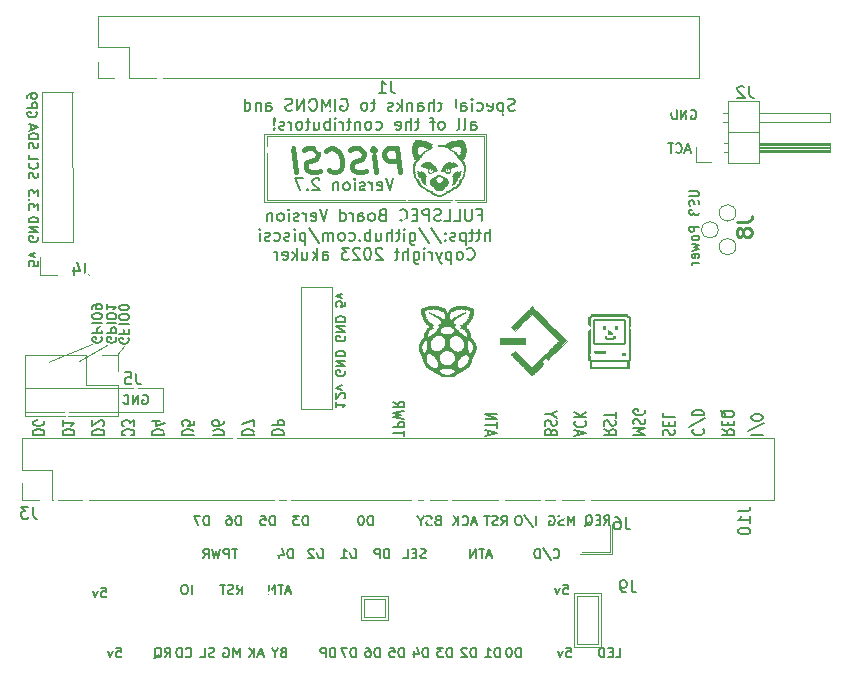
<source format=gbr>
%TF.GenerationSoftware,KiCad,Pcbnew,(6.0.5-0)*%
%TF.CreationDate,2023-01-29T19:07:15-06:00*%
%TF.ProjectId,piscsi,70697363-7369-42e6-9b69-6361645f7063,rev?*%
%TF.SameCoordinates,PX59d60c0PY325aa00*%
%TF.FileFunction,Legend,Bot*%
%TF.FilePolarity,Positive*%
%FSLAX46Y46*%
G04 Gerber Fmt 4.6, Leading zero omitted, Abs format (unit mm)*
G04 Created by KiCad (PCBNEW (6.0.5-0)) date 2023-01-29 19:07:15*
%MOMM*%
%LPD*%
G01*
G04 APERTURE LIST*
%ADD10C,0.120000*%
%ADD11C,0.150000*%
%ADD12C,0.230000*%
%ADD13C,0.400000*%
%ADD14C,0.010000*%
%ADD15C,0.800000*%
%ADD16C,5.400000*%
%ADD17R,1.700000X1.700000*%
%ADD18O,1.700000X1.700000*%
%ADD19C,1.545000*%
%ADD20C,4.845000*%
%ADD21C,0.650000*%
%ADD22C,2.000000*%
%ADD23R,1.350000X1.350000*%
%ADD24O,1.350000X1.350000*%
%ADD25C,1.000000*%
%ADD26C,0.500000*%
G04 APERTURE END LIST*
D10*
X81123500Y-24098500D02*
X81123500Y-23971500D01*
X144560000Y-31528000D02*
X83473000Y-31528000D01*
X130844000Y-36100000D02*
X130844000Y-33560000D01*
X128177000Y-36100000D02*
X130844000Y-36100000D01*
X130717000Y-35973000D02*
X130717000Y-33687000D01*
X128304000Y-35973000D02*
X130717000Y-35973000D01*
X88997500Y-20606000D02*
X88997500Y-19272500D01*
X127882000Y-39672000D02*
X129660000Y-39672000D01*
X129660000Y-39672000D02*
X129660000Y-43736000D01*
X129660000Y-43736000D02*
X127882000Y-43736000D01*
X127882000Y-43736000D02*
X127882000Y-39672000D01*
X81123500Y-23971500D02*
X81123500Y-22066500D01*
X109737000Y-5154000D02*
X109864000Y-5154000D01*
X81187000Y-19272500D02*
X86330500Y-19272500D01*
X101420000Y-6340000D02*
X120220000Y-6340000D01*
X120220000Y-6340000D02*
X120220000Y-540000D01*
X120220000Y-540000D02*
X101420000Y-540000D01*
X101420000Y-540000D02*
X101420000Y-6340000D01*
X88997500Y-21812500D02*
X88997500Y-24479500D01*
X80933000Y-28988000D02*
X80933000Y-26321000D01*
X80933000Y-30131000D02*
X80933000Y-31528000D01*
X109848000Y-39926000D02*
X111626000Y-39926000D01*
X111626000Y-39926000D02*
X111626000Y-41450000D01*
X111626000Y-41450000D02*
X109848000Y-41450000D01*
X109848000Y-41450000D02*
X109848000Y-39926000D01*
X89505500Y-18510500D02*
X88934000Y-19272500D01*
X86330500Y-19272500D02*
X86330500Y-21812500D01*
X82584000Y-9684000D02*
X85187500Y-9684000D01*
X144560000Y-26321000D02*
X144560000Y-31528000D01*
X109594000Y-39672000D02*
X111880000Y-39672000D01*
X111880000Y-39672000D02*
X111880000Y-41704000D01*
X111880000Y-41704000D02*
X109594000Y-41704000D01*
X109594000Y-41704000D02*
X109594000Y-39672000D01*
X127628000Y-39418000D02*
X129914000Y-39418000D01*
X129914000Y-39418000D02*
X129914000Y-43990000D01*
X129914000Y-43990000D02*
X127628000Y-43990000D01*
X127628000Y-43990000D02*
X127628000Y-39418000D01*
X80933000Y-31528000D02*
X82330000Y-31528000D01*
X83473000Y-31528000D02*
X83473000Y-28988000D01*
X85187500Y-9684000D02*
X85170000Y3020000D01*
X85187500Y3020000D02*
X82584000Y3020000D01*
X80933000Y-26321000D02*
X144560000Y-26321000D01*
X88997500Y-24479500D02*
X81187000Y-24479500D01*
X92807500Y-22066500D02*
X92807500Y-24098500D01*
X101620000Y-6140000D02*
X120020000Y-6140000D01*
X120020000Y-6140000D02*
X120020000Y-740000D01*
X120020000Y-740000D02*
X101620000Y-740000D01*
X101620000Y-740000D02*
X101620000Y-6140000D01*
X83473000Y-28988000D02*
X80933000Y-28988000D01*
X92807500Y-24098500D02*
X81123500Y-24098500D01*
X104560000Y-13530000D02*
X107140000Y-13530000D01*
X107140000Y-13530000D02*
X107140000Y-23840000D01*
X107140000Y-23840000D02*
X104560000Y-23840000D01*
X104560000Y-23840000D02*
X104560000Y-13530000D01*
X81187000Y-24479500D02*
X81187000Y-19272500D01*
X82457000Y-10954000D02*
X82457000Y-12478000D01*
X82457000Y-12478000D02*
X83854000Y-12478000D01*
X88997500Y-19272500D02*
X87664000Y-19272500D01*
X82584000Y3020000D02*
X82584000Y-9684000D01*
X86838500Y-18383500D02*
X83092000Y-19907500D01*
X81123500Y-22066500D02*
X92807500Y-22066500D01*
X86330500Y-21812500D02*
X88997500Y-21812500D01*
X88108500Y-18447000D02*
X85759000Y-19780500D01*
D11*
X82120000Y1288572D02*
X82158095Y1212381D01*
X82158095Y1098096D01*
X82120000Y983810D01*
X82043809Y907620D01*
X81967619Y869524D01*
X81815238Y831429D01*
X81700952Y831429D01*
X81548571Y869524D01*
X81472380Y907620D01*
X81396190Y983810D01*
X81358095Y1098096D01*
X81358095Y1174286D01*
X81396190Y1288572D01*
X81434285Y1326667D01*
X81700952Y1326667D01*
X81700952Y1174286D01*
X81358095Y1669524D02*
X82158095Y1669524D01*
X82158095Y1974286D01*
X82120000Y2050477D01*
X82081904Y2088572D01*
X82005714Y2126667D01*
X81891428Y2126667D01*
X81815238Y2088572D01*
X81777142Y2050477D01*
X81739047Y1974286D01*
X81739047Y1669524D01*
X81358095Y2507620D02*
X81358095Y2660000D01*
X81396190Y2736191D01*
X81434285Y2774286D01*
X81548571Y2850477D01*
X81700952Y2888572D01*
X82005714Y2888572D01*
X82081904Y2850477D01*
X82120000Y2812381D01*
X82158095Y2736191D01*
X82158095Y2583810D01*
X82120000Y2507620D01*
X82081904Y2469524D01*
X82005714Y2431429D01*
X81815238Y2431429D01*
X81739047Y2469524D01*
X81700952Y2507620D01*
X81662857Y2583810D01*
X81662857Y2736191D01*
X81700952Y2812381D01*
X81739047Y2850477D01*
X81815238Y2888572D01*
X81498190Y-1765428D02*
X81460095Y-1651142D01*
X81460095Y-1460666D01*
X81498190Y-1384476D01*
X81536285Y-1346380D01*
X81612476Y-1308285D01*
X81688666Y-1308285D01*
X81764857Y-1346380D01*
X81802952Y-1384476D01*
X81841047Y-1460666D01*
X81879142Y-1613047D01*
X81917238Y-1689238D01*
X81955333Y-1727333D01*
X82031523Y-1765428D01*
X82107714Y-1765428D01*
X82183904Y-1727333D01*
X82222000Y-1689238D01*
X82260095Y-1613047D01*
X82260095Y-1422571D01*
X82222000Y-1308285D01*
X81460095Y-965428D02*
X82260095Y-965428D01*
X82260095Y-774952D01*
X82222000Y-660666D01*
X82145809Y-584476D01*
X82069619Y-546380D01*
X81917238Y-508285D01*
X81802952Y-508285D01*
X81650571Y-546380D01*
X81574380Y-584476D01*
X81498190Y-660666D01*
X81460095Y-774952D01*
X81460095Y-965428D01*
X81688666Y-203523D02*
X81688666Y177429D01*
X81460095Y-279714D02*
X82260095Y-13047D01*
X81460095Y253620D01*
X81498190Y-4286380D02*
X81460095Y-4172095D01*
X81460095Y-3981619D01*
X81498190Y-3905428D01*
X81536285Y-3867333D01*
X81612476Y-3829238D01*
X81688666Y-3829238D01*
X81764857Y-3867333D01*
X81802952Y-3905428D01*
X81841047Y-3981619D01*
X81879142Y-4134000D01*
X81917238Y-4210190D01*
X81955333Y-4248285D01*
X82031523Y-4286380D01*
X82107714Y-4286380D01*
X82183904Y-4248285D01*
X82222000Y-4210190D01*
X82260095Y-4134000D01*
X82260095Y-3943523D01*
X82222000Y-3829238D01*
X81536285Y-3029238D02*
X81498190Y-3067333D01*
X81460095Y-3181619D01*
X81460095Y-3257809D01*
X81498190Y-3372095D01*
X81574380Y-3448285D01*
X81650571Y-3486380D01*
X81802952Y-3524476D01*
X81917238Y-3524476D01*
X82069619Y-3486380D01*
X82145809Y-3448285D01*
X82222000Y-3372095D01*
X82260095Y-3257809D01*
X82260095Y-3181619D01*
X82222000Y-3067333D01*
X82183904Y-3029238D01*
X81460095Y-2305428D02*
X81460095Y-2686380D01*
X82260095Y-2686380D01*
X82260095Y-6966095D02*
X82260095Y-6470857D01*
X81955333Y-6737523D01*
X81955333Y-6623238D01*
X81917238Y-6547047D01*
X81879142Y-6508952D01*
X81802952Y-6470857D01*
X81612476Y-6470857D01*
X81536285Y-6508952D01*
X81498190Y-6547047D01*
X81460095Y-6623238D01*
X81460095Y-6851809D01*
X81498190Y-6928000D01*
X81536285Y-6966095D01*
X81536285Y-6128000D02*
X81498190Y-6089904D01*
X81460095Y-6128000D01*
X81498190Y-6166095D01*
X81536285Y-6128000D01*
X81460095Y-6128000D01*
X82260095Y-5823238D02*
X82260095Y-5328000D01*
X81955333Y-5594666D01*
X81955333Y-5480380D01*
X81917238Y-5404190D01*
X81879142Y-5366095D01*
X81802952Y-5328000D01*
X81612476Y-5328000D01*
X81536285Y-5366095D01*
X81498190Y-5404190D01*
X81460095Y-5480380D01*
X81460095Y-5708952D01*
X81498190Y-5785142D01*
X81536285Y-5823238D01*
X82222000Y-9277523D02*
X82260095Y-9353714D01*
X82260095Y-9468000D01*
X82222000Y-9582285D01*
X82145809Y-9658476D01*
X82069619Y-9696571D01*
X81917238Y-9734666D01*
X81802952Y-9734666D01*
X81650571Y-9696571D01*
X81574380Y-9658476D01*
X81498190Y-9582285D01*
X81460095Y-9468000D01*
X81460095Y-9391809D01*
X81498190Y-9277523D01*
X81536285Y-9239428D01*
X81802952Y-9239428D01*
X81802952Y-9391809D01*
X81460095Y-8896571D02*
X82260095Y-8896571D01*
X81460095Y-8439428D01*
X82260095Y-8439428D01*
X81460095Y-8058476D02*
X82260095Y-8058476D01*
X82260095Y-7868000D01*
X82222000Y-7753714D01*
X82145809Y-7677523D01*
X82069619Y-7639428D01*
X81917238Y-7601333D01*
X81802952Y-7601333D01*
X81650571Y-7639428D01*
X81574380Y-7677523D01*
X81498190Y-7753714D01*
X81460095Y-7868000D01*
X81460095Y-8058476D01*
X82260095Y-11322285D02*
X82260095Y-11703238D01*
X81879142Y-11741333D01*
X81917238Y-11703238D01*
X81955333Y-11627047D01*
X81955333Y-11436571D01*
X81917238Y-11360380D01*
X81879142Y-11322285D01*
X81802952Y-11284190D01*
X81612476Y-11284190D01*
X81536285Y-11322285D01*
X81498190Y-11360380D01*
X81460095Y-11436571D01*
X81460095Y-11627047D01*
X81498190Y-11703238D01*
X81536285Y-11741333D01*
X81993428Y-11017523D02*
X81460095Y-10827047D01*
X81993428Y-10636571D01*
X87619500Y-17786452D02*
X87657595Y-17862642D01*
X87657595Y-17976928D01*
X87619500Y-18091214D01*
X87543309Y-18167404D01*
X87467119Y-18205500D01*
X87314738Y-18243595D01*
X87200452Y-18243595D01*
X87048071Y-18205500D01*
X86971880Y-18167404D01*
X86895690Y-18091214D01*
X86857595Y-17976928D01*
X86857595Y-17900738D01*
X86895690Y-17786452D01*
X86933785Y-17748357D01*
X87200452Y-17748357D01*
X87200452Y-17900738D01*
X86857595Y-17405500D02*
X87657595Y-17405500D01*
X87657595Y-17100738D01*
X87619500Y-17024547D01*
X87581404Y-16986452D01*
X87505214Y-16948357D01*
X87390928Y-16948357D01*
X87314738Y-16986452D01*
X87276642Y-17024547D01*
X87238547Y-17100738D01*
X87238547Y-17405500D01*
X86857595Y-16605500D02*
X87657595Y-16605500D01*
X87657595Y-16072166D02*
X87657595Y-15919785D01*
X87619500Y-15843595D01*
X87543309Y-15767404D01*
X87390928Y-15729309D01*
X87124261Y-15729309D01*
X86971880Y-15767404D01*
X86895690Y-15843595D01*
X86857595Y-15919785D01*
X86857595Y-16072166D01*
X86895690Y-16148357D01*
X86971880Y-16224547D01*
X87124261Y-16262642D01*
X87390928Y-16262642D01*
X87543309Y-16224547D01*
X87619500Y-16148357D01*
X87657595Y-16072166D01*
X86857595Y-15348357D02*
X86857595Y-15195976D01*
X86895690Y-15119785D01*
X86933785Y-15081690D01*
X87048071Y-15005500D01*
X87200452Y-14967404D01*
X87505214Y-14967404D01*
X87581404Y-15005500D01*
X87619500Y-15043595D01*
X87657595Y-15119785D01*
X87657595Y-15272166D01*
X87619500Y-15348357D01*
X87581404Y-15386452D01*
X87505214Y-15424547D01*
X87314738Y-15424547D01*
X87238547Y-15386452D01*
X87200452Y-15348357D01*
X87162357Y-15272166D01*
X87162357Y-15119785D01*
X87200452Y-15043595D01*
X87238547Y-15005500D01*
X87314738Y-14967404D01*
X91131023Y-22682500D02*
X91207214Y-22644404D01*
X91321500Y-22644404D01*
X91435785Y-22682500D01*
X91511976Y-22758690D01*
X91550071Y-22834880D01*
X91588166Y-22987261D01*
X91588166Y-23101547D01*
X91550071Y-23253928D01*
X91511976Y-23330119D01*
X91435785Y-23406309D01*
X91321500Y-23444404D01*
X91245309Y-23444404D01*
X91131023Y-23406309D01*
X91092928Y-23368214D01*
X91092928Y-23101547D01*
X91245309Y-23101547D01*
X90750071Y-23444404D02*
X90750071Y-22644404D01*
X90292928Y-23444404D01*
X90292928Y-22644404D01*
X89911976Y-23444404D02*
X89911976Y-22644404D01*
X89721500Y-22644404D01*
X89607214Y-22682500D01*
X89531023Y-22758690D01*
X89492928Y-22834880D01*
X89454833Y-22987261D01*
X89454833Y-23101547D01*
X89492928Y-23253928D01*
X89531023Y-23330119D01*
X89607214Y-23406309D01*
X89721500Y-23444404D01*
X89911976Y-23444404D01*
X137454238Y-1943333D02*
X137073285Y-1943333D01*
X137530428Y-2171904D02*
X137263761Y-1371904D01*
X136997095Y-2171904D01*
X136273285Y-2095714D02*
X136311380Y-2133809D01*
X136425666Y-2171904D01*
X136501857Y-2171904D01*
X136616142Y-2133809D01*
X136692333Y-2057619D01*
X136730428Y-1981428D01*
X136768523Y-1829047D01*
X136768523Y-1714761D01*
X136730428Y-1562380D01*
X136692333Y-1486190D01*
X136616142Y-1410000D01*
X136501857Y-1371904D01*
X136425666Y-1371904D01*
X136311380Y-1410000D01*
X136273285Y-1448095D01*
X136044714Y-1371904D02*
X135587571Y-1371904D01*
X135816142Y-2171904D02*
X135816142Y-1371904D01*
X137391904Y-5394285D02*
X138039523Y-5394285D01*
X138115714Y-5432380D01*
X138153809Y-5470476D01*
X138191904Y-5546666D01*
X138191904Y-5699047D01*
X138153809Y-5775238D01*
X138115714Y-5813333D01*
X138039523Y-5851428D01*
X137391904Y-5851428D01*
X138153809Y-6194285D02*
X138191904Y-6308571D01*
X138191904Y-6499047D01*
X138153809Y-6575238D01*
X138115714Y-6613333D01*
X138039523Y-6651428D01*
X137963333Y-6651428D01*
X137887142Y-6613333D01*
X137849047Y-6575238D01*
X137810952Y-6499047D01*
X137772857Y-6346666D01*
X137734761Y-6270476D01*
X137696666Y-6232380D01*
X137620476Y-6194285D01*
X137544285Y-6194285D01*
X137468095Y-6232380D01*
X137430000Y-6270476D01*
X137391904Y-6346666D01*
X137391904Y-6537142D01*
X137430000Y-6651428D01*
X137772857Y-7260952D02*
X137810952Y-7375238D01*
X137849047Y-7413333D01*
X137925238Y-7451428D01*
X138039523Y-7451428D01*
X138115714Y-7413333D01*
X138153809Y-7375238D01*
X138191904Y-7299047D01*
X138191904Y-6994285D01*
X137391904Y-6994285D01*
X137391904Y-7260952D01*
X137430000Y-7337142D01*
X137468095Y-7375238D01*
X137544285Y-7413333D01*
X137620476Y-7413333D01*
X137696666Y-7375238D01*
X137734761Y-7337142D01*
X137772857Y-7260952D01*
X137772857Y-6994285D01*
X138191904Y-8403809D02*
X137391904Y-8403809D01*
X137391904Y-8708571D01*
X137430000Y-8784761D01*
X137468095Y-8822857D01*
X137544285Y-8860952D01*
X137658571Y-8860952D01*
X137734761Y-8822857D01*
X137772857Y-8784761D01*
X137810952Y-8708571D01*
X137810952Y-8403809D01*
X138191904Y-9318095D02*
X138153809Y-9241904D01*
X138115714Y-9203809D01*
X138039523Y-9165714D01*
X137810952Y-9165714D01*
X137734761Y-9203809D01*
X137696666Y-9241904D01*
X137658571Y-9318095D01*
X137658571Y-9432380D01*
X137696666Y-9508571D01*
X137734761Y-9546666D01*
X137810952Y-9584761D01*
X138039523Y-9584761D01*
X138115714Y-9546666D01*
X138153809Y-9508571D01*
X138191904Y-9432380D01*
X138191904Y-9318095D01*
X137658571Y-9851428D02*
X138191904Y-10003809D01*
X137810952Y-10156190D01*
X138191904Y-10308571D01*
X137658571Y-10460952D01*
X138153809Y-11070476D02*
X138191904Y-10994285D01*
X138191904Y-10841904D01*
X138153809Y-10765714D01*
X138077619Y-10727619D01*
X137772857Y-10727619D01*
X137696666Y-10765714D01*
X137658571Y-10841904D01*
X137658571Y-10994285D01*
X137696666Y-11070476D01*
X137772857Y-11108571D01*
X137849047Y-11108571D01*
X137925238Y-10727619D01*
X138191904Y-11451428D02*
X137658571Y-11451428D01*
X137810952Y-11451428D02*
X137734761Y-11489523D01*
X137696666Y-11527619D01*
X137658571Y-11603809D01*
X137658571Y-11680000D01*
X137549523Y1447500D02*
X137625714Y1485596D01*
X137740000Y1485596D01*
X137854285Y1447500D01*
X137930476Y1371310D01*
X137968571Y1295120D01*
X138006666Y1142739D01*
X138006666Y1028453D01*
X137968571Y876072D01*
X137930476Y799881D01*
X137854285Y723691D01*
X137740000Y685596D01*
X137663809Y685596D01*
X137549523Y723691D01*
X137511428Y761786D01*
X137511428Y1028453D01*
X137663809Y1028453D01*
X137168571Y685596D02*
X137168571Y1485596D01*
X136711428Y685596D01*
X136711428Y1485596D01*
X136330476Y685596D02*
X136330476Y1485596D01*
X136140000Y1485596D01*
X136025714Y1447500D01*
X135949523Y1371310D01*
X135911428Y1295120D01*
X135873333Y1142739D01*
X135873333Y1028453D01*
X135911428Y876072D01*
X135949523Y799881D01*
X136025714Y723691D01*
X136140000Y685596D01*
X136330476Y685596D01*
X142647119Y-26022476D02*
X143647119Y-26022476D01*
X143694738Y-25070095D02*
X142409023Y-25755809D01*
X143647119Y-24651047D02*
X143647119Y-24498666D01*
X143599500Y-24422476D01*
X143504261Y-24346285D01*
X143313785Y-24308190D01*
X142980452Y-24308190D01*
X142789976Y-24346285D01*
X142694738Y-24422476D01*
X142647119Y-24498666D01*
X142647119Y-24651047D01*
X142694738Y-24727238D01*
X142789976Y-24803428D01*
X142980452Y-24841523D01*
X143313785Y-24841523D01*
X143504261Y-24803428D01*
X143599500Y-24727238D01*
X143647119Y-24651047D01*
X130173903Y-25565333D02*
X130650093Y-25831999D01*
X130173903Y-26022476D02*
X131173903Y-26022476D01*
X131173903Y-25717714D01*
X131126284Y-25641523D01*
X131078664Y-25603428D01*
X130983426Y-25565333D01*
X130840569Y-25565333D01*
X130745331Y-25603428D01*
X130697712Y-25641523D01*
X130650093Y-25717714D01*
X130650093Y-26022476D01*
X130221522Y-25260571D02*
X130173903Y-25146285D01*
X130173903Y-24955809D01*
X130221522Y-24879618D01*
X130269141Y-24841523D01*
X130364379Y-24803428D01*
X130459617Y-24803428D01*
X130554855Y-24841523D01*
X130602474Y-24879618D01*
X130650093Y-24955809D01*
X130697712Y-25108190D01*
X130745331Y-25184380D01*
X130792950Y-25222476D01*
X130888188Y-25260571D01*
X130983426Y-25260571D01*
X131078664Y-25222476D01*
X131126284Y-25184380D01*
X131173903Y-25108190D01*
X131173903Y-24917714D01*
X131126284Y-24803428D01*
X131173903Y-24574857D02*
X131173903Y-24117714D01*
X130173903Y-24346285D02*
X131173903Y-24346285D01*
X135210806Y-26060571D02*
X135163187Y-25946286D01*
X135163187Y-25755809D01*
X135210806Y-25679619D01*
X135258425Y-25641524D01*
X135353663Y-25603428D01*
X135448901Y-25603428D01*
X135544139Y-25641524D01*
X135591758Y-25679619D01*
X135639377Y-25755809D01*
X135686996Y-25908190D01*
X135734615Y-25984381D01*
X135782234Y-26022476D01*
X135877472Y-26060571D01*
X135972710Y-26060571D01*
X136067948Y-26022476D01*
X136115568Y-25984381D01*
X136163187Y-25908190D01*
X136163187Y-25717714D01*
X136115568Y-25603428D01*
X135686996Y-25260571D02*
X135686996Y-24993905D01*
X135163187Y-24879619D02*
X135163187Y-25260571D01*
X136163187Y-25260571D01*
X136163187Y-24879619D01*
X135163187Y-24155809D02*
X135163187Y-24536762D01*
X136163187Y-24536762D01*
X81814119Y-26022476D02*
X82814119Y-26022476D01*
X82814119Y-25832000D01*
X82766500Y-25717714D01*
X82671261Y-25641523D01*
X82576023Y-25603428D01*
X82385547Y-25565333D01*
X82242690Y-25565333D01*
X82052214Y-25603428D01*
X81956976Y-25641523D01*
X81861738Y-25717714D01*
X81814119Y-25832000D01*
X81814119Y-26022476D01*
X82814119Y-25070095D02*
X82814119Y-24993904D01*
X82766500Y-24917714D01*
X82718880Y-24879619D01*
X82623642Y-24841523D01*
X82433166Y-24803428D01*
X82195071Y-24803428D01*
X82004595Y-24841523D01*
X81909357Y-24879619D01*
X81861738Y-24917714D01*
X81814119Y-24993904D01*
X81814119Y-25070095D01*
X81861738Y-25146285D01*
X81909357Y-25184380D01*
X82004595Y-25222476D01*
X82195071Y-25260571D01*
X82433166Y-25260571D01*
X82623642Y-25222476D01*
X82718880Y-25184380D01*
X82766500Y-25146285D01*
X82814119Y-25070095D01*
X94474429Y-26022476D02*
X95474429Y-26022476D01*
X95474429Y-25832000D01*
X95426810Y-25717714D01*
X95331571Y-25641523D01*
X95236333Y-25603428D01*
X95045857Y-25565333D01*
X94903000Y-25565333D01*
X94712524Y-25603428D01*
X94617286Y-25641523D01*
X94522048Y-25717714D01*
X94474429Y-25832000D01*
X94474429Y-26022476D01*
X95474429Y-24841523D02*
X95474429Y-25222476D01*
X94998238Y-25260571D01*
X95045857Y-25222476D01*
X95093476Y-25146285D01*
X95093476Y-24955809D01*
X95045857Y-24879619D01*
X94998238Y-24841523D01*
X94903000Y-24803428D01*
X94664905Y-24803428D01*
X94569667Y-24841523D01*
X94522048Y-24879619D01*
X94474429Y-24955809D01*
X94474429Y-25146285D01*
X94522048Y-25222476D01*
X94569667Y-25260571D01*
X125708428Y-25755809D02*
X125660809Y-25641523D01*
X125613190Y-25603428D01*
X125517952Y-25565333D01*
X125375095Y-25565333D01*
X125279857Y-25603428D01*
X125232238Y-25641523D01*
X125184619Y-25717714D01*
X125184619Y-26022476D01*
X126184619Y-26022476D01*
X126184619Y-25755809D01*
X126137000Y-25679619D01*
X126089380Y-25641523D01*
X125994142Y-25603428D01*
X125898904Y-25603428D01*
X125803666Y-25641523D01*
X125756047Y-25679619D01*
X125708428Y-25755809D01*
X125708428Y-26022476D01*
X125232238Y-25260571D02*
X125184619Y-25146285D01*
X125184619Y-24955809D01*
X125232238Y-24879619D01*
X125279857Y-24841523D01*
X125375095Y-24803428D01*
X125470333Y-24803428D01*
X125565571Y-24841523D01*
X125613190Y-24879619D01*
X125660809Y-24955809D01*
X125708428Y-25108190D01*
X125756047Y-25184381D01*
X125803666Y-25222476D01*
X125898904Y-25260571D01*
X125994142Y-25260571D01*
X126089380Y-25222476D01*
X126137000Y-25184381D01*
X126184619Y-25108190D01*
X126184619Y-24917714D01*
X126137000Y-24803428D01*
X125660809Y-24308190D02*
X125184619Y-24308190D01*
X126184619Y-24574857D02*
X125660809Y-24308190D01*
X126184619Y-24041523D01*
X97006491Y-26022476D02*
X98006491Y-26022476D01*
X98006491Y-25832000D01*
X97958872Y-25717714D01*
X97863633Y-25641523D01*
X97768395Y-25603428D01*
X97577919Y-25565333D01*
X97435062Y-25565333D01*
X97244586Y-25603428D01*
X97149348Y-25641523D01*
X97054110Y-25717714D01*
X97006491Y-25832000D01*
X97006491Y-26022476D01*
X98006491Y-24879619D02*
X98006491Y-25032000D01*
X97958872Y-25108190D01*
X97911252Y-25146285D01*
X97768395Y-25222476D01*
X97577919Y-25260571D01*
X97196967Y-25260571D01*
X97101729Y-25222476D01*
X97054110Y-25184380D01*
X97006491Y-25108190D01*
X97006491Y-24955809D01*
X97054110Y-24879619D01*
X97101729Y-24841523D01*
X97196967Y-24803428D01*
X97435062Y-24803428D01*
X97530300Y-24841523D01*
X97577919Y-24879619D01*
X97625538Y-24955809D01*
X97625538Y-25108190D01*
X97577919Y-25184380D01*
X97530300Y-25222476D01*
X97435062Y-25260571D01*
X84346181Y-26022476D02*
X85346181Y-26022476D01*
X85346181Y-25832000D01*
X85298562Y-25717714D01*
X85203323Y-25641523D01*
X85108085Y-25603428D01*
X84917609Y-25565333D01*
X84774752Y-25565333D01*
X84584276Y-25603428D01*
X84489038Y-25641523D01*
X84393800Y-25717714D01*
X84346181Y-25832000D01*
X84346181Y-26022476D01*
X84346181Y-24803428D02*
X84346181Y-25260571D01*
X84346181Y-25032000D02*
X85346181Y-25032000D01*
X85203323Y-25108190D01*
X85108085Y-25184380D01*
X85060466Y-25260571D01*
X91942367Y-26022476D02*
X92942367Y-26022476D01*
X92942367Y-25832000D01*
X92894748Y-25717714D01*
X92799509Y-25641523D01*
X92704271Y-25603428D01*
X92513795Y-25565333D01*
X92370938Y-25565333D01*
X92180462Y-25603428D01*
X92085224Y-25641523D01*
X91989986Y-25717714D01*
X91942367Y-25832000D01*
X91942367Y-26022476D01*
X92609033Y-24879619D02*
X91942367Y-24879619D01*
X92989986Y-25070095D02*
X92275700Y-25260571D01*
X92275700Y-24765333D01*
X86878243Y-26022476D02*
X87878243Y-26022476D01*
X87878243Y-25832000D01*
X87830624Y-25717714D01*
X87735385Y-25641523D01*
X87640147Y-25603428D01*
X87449671Y-25565333D01*
X87306814Y-25565333D01*
X87116338Y-25603428D01*
X87021100Y-25641523D01*
X86925862Y-25717714D01*
X86878243Y-25832000D01*
X86878243Y-26022476D01*
X87783004Y-25260571D02*
X87830624Y-25222476D01*
X87878243Y-25146285D01*
X87878243Y-24955809D01*
X87830624Y-24879619D01*
X87783004Y-24841523D01*
X87687766Y-24803428D01*
X87592528Y-24803428D01*
X87449671Y-24841523D01*
X86878243Y-25298666D01*
X86878243Y-24803428D01*
X132668545Y-26022477D02*
X133668545Y-26022477D01*
X132954259Y-25755810D01*
X133668545Y-25489143D01*
X132668545Y-25489143D01*
X132716164Y-25146286D02*
X132668545Y-25032000D01*
X132668545Y-24841524D01*
X132716164Y-24765334D01*
X132763783Y-24727238D01*
X132859021Y-24689143D01*
X132954259Y-24689143D01*
X133049497Y-24727238D01*
X133097116Y-24765334D01*
X133144735Y-24841524D01*
X133192354Y-24993905D01*
X133239973Y-25070096D01*
X133287592Y-25108191D01*
X133382830Y-25146286D01*
X133478068Y-25146286D01*
X133573306Y-25108191D01*
X133620926Y-25070096D01*
X133668545Y-24993905D01*
X133668545Y-24803429D01*
X133620926Y-24689143D01*
X133620926Y-23927238D02*
X133668545Y-24003429D01*
X133668545Y-24117715D01*
X133620926Y-24232000D01*
X133525687Y-24308191D01*
X133430449Y-24346286D01*
X133239973Y-24384381D01*
X133097116Y-24384381D01*
X132906640Y-24346286D01*
X132811402Y-24308191D01*
X132716164Y-24232000D01*
X132668545Y-24117715D01*
X132668545Y-24041524D01*
X132716164Y-23927238D01*
X132763783Y-23889143D01*
X133097116Y-23889143D01*
X133097116Y-24041524D01*
X113294119Y-26136762D02*
X113294119Y-25679619D01*
X112294119Y-25908190D02*
X113294119Y-25908190D01*
X112294119Y-25412952D02*
X113294119Y-25412952D01*
X113294119Y-25108190D01*
X113246500Y-25032000D01*
X113198880Y-24993905D01*
X113103642Y-24955809D01*
X112960785Y-24955809D01*
X112865547Y-24993905D01*
X112817928Y-25032000D01*
X112770309Y-25108190D01*
X112770309Y-25412952D01*
X113294119Y-24689143D02*
X112294119Y-24498667D01*
X113008404Y-24346286D01*
X112294119Y-24193905D01*
X113294119Y-24003428D01*
X112294119Y-23241524D02*
X112770309Y-23508190D01*
X112294119Y-23698667D02*
X113294119Y-23698667D01*
X113294119Y-23393905D01*
X113246500Y-23317714D01*
X113198880Y-23279619D01*
X113103642Y-23241524D01*
X112960785Y-23241524D01*
X112865547Y-23279619D01*
X112817928Y-23317714D01*
X112770309Y-23393905D01*
X112770309Y-23698667D01*
X89410305Y-26022476D02*
X90410305Y-26022476D01*
X90410305Y-25832000D01*
X90362686Y-25717714D01*
X90267447Y-25641523D01*
X90172209Y-25603428D01*
X89981733Y-25565333D01*
X89838876Y-25565333D01*
X89648400Y-25603428D01*
X89553162Y-25641523D01*
X89457924Y-25717714D01*
X89410305Y-25832000D01*
X89410305Y-26022476D01*
X90410305Y-25298666D02*
X90410305Y-24803428D01*
X90029352Y-25070095D01*
X90029352Y-24955809D01*
X89981733Y-24879619D01*
X89934114Y-24841523D01*
X89838876Y-24803428D01*
X89600781Y-24803428D01*
X89505543Y-24841523D01*
X89457924Y-24879619D01*
X89410305Y-24955809D01*
X89410305Y-25184380D01*
X89457924Y-25260571D01*
X89505543Y-25298666D01*
X137753067Y-25565333D02*
X137705448Y-25603428D01*
X137657829Y-25717714D01*
X137657829Y-25793905D01*
X137705448Y-25908190D01*
X137800686Y-25984381D01*
X137895924Y-26022476D01*
X138086400Y-26060571D01*
X138229257Y-26060571D01*
X138419733Y-26022476D01*
X138514971Y-25984381D01*
X138610210Y-25908190D01*
X138657829Y-25793905D01*
X138657829Y-25717714D01*
X138610210Y-25603428D01*
X138562590Y-25565333D01*
X138705448Y-24651047D02*
X137419733Y-25336762D01*
X137657829Y-24384381D02*
X138657829Y-24384381D01*
X138657829Y-24193905D01*
X138610210Y-24079619D01*
X138514971Y-24003428D01*
X138419733Y-23965333D01*
X138229257Y-23927238D01*
X138086400Y-23927238D01*
X137895924Y-23965333D01*
X137800686Y-24003428D01*
X137705448Y-24079619D01*
X137657829Y-24193905D01*
X137657829Y-24384381D01*
X127964975Y-26060572D02*
X127964975Y-25679619D01*
X127679261Y-26136762D02*
X128679261Y-25870096D01*
X127679261Y-25603429D01*
X127774499Y-24879619D02*
X127726880Y-24917715D01*
X127679261Y-25032000D01*
X127679261Y-25108191D01*
X127726880Y-25222476D01*
X127822118Y-25298667D01*
X127917356Y-25336762D01*
X128107832Y-25374857D01*
X128250689Y-25374857D01*
X128441165Y-25336762D01*
X128536403Y-25298667D01*
X128631642Y-25222476D01*
X128679261Y-25108191D01*
X128679261Y-25032000D01*
X128631642Y-24917715D01*
X128584022Y-24879619D01*
X127679261Y-24536762D02*
X128679261Y-24536762D01*
X127679261Y-24079619D02*
X128250689Y-24422476D01*
X128679261Y-24079619D02*
X128107832Y-24536762D01*
X120390333Y-26060571D02*
X120390333Y-25679619D01*
X120104619Y-26136762D02*
X121104619Y-25870095D01*
X120104619Y-25603428D01*
X121104619Y-25451047D02*
X121104619Y-24993905D01*
X120104619Y-25222476D02*
X121104619Y-25222476D01*
X120104619Y-24727238D02*
X121104619Y-24727238D01*
X120104619Y-24270095D01*
X121104619Y-24270095D01*
X102070619Y-26041523D02*
X103070619Y-26041523D01*
X103070619Y-25851047D01*
X103023000Y-25736761D01*
X102927761Y-25660571D01*
X102832523Y-25622476D01*
X102642047Y-25584380D01*
X102499190Y-25584380D01*
X102308714Y-25622476D01*
X102213476Y-25660571D01*
X102118238Y-25736761D01*
X102070619Y-25851047D01*
X102070619Y-26041523D01*
X102070619Y-25241523D02*
X103070619Y-25241523D01*
X103070619Y-24936761D01*
X103023000Y-24860571D01*
X102975380Y-24822476D01*
X102880142Y-24784380D01*
X102737285Y-24784380D01*
X102642047Y-24822476D01*
X102594428Y-24860571D01*
X102546809Y-24936761D01*
X102546809Y-25241523D01*
X99538553Y-26022476D02*
X100538553Y-26022476D01*
X100538553Y-25832000D01*
X100490934Y-25717714D01*
X100395695Y-25641523D01*
X100300457Y-25603428D01*
X100109981Y-25565333D01*
X99967124Y-25565333D01*
X99776648Y-25603428D01*
X99681410Y-25641523D01*
X99586172Y-25717714D01*
X99538553Y-25832000D01*
X99538553Y-26022476D01*
X100538553Y-25298666D02*
X100538553Y-24765333D01*
X99538553Y-25108190D01*
X140152471Y-25565333D02*
X140628661Y-25832000D01*
X140152471Y-26022476D02*
X141152471Y-26022476D01*
X141152471Y-25717714D01*
X141104852Y-25641523D01*
X141057232Y-25603428D01*
X140961994Y-25565333D01*
X140819137Y-25565333D01*
X140723899Y-25603428D01*
X140676280Y-25641523D01*
X140628661Y-25717714D01*
X140628661Y-26022476D01*
X140676280Y-25222476D02*
X140676280Y-24955809D01*
X140152471Y-24841523D02*
X140152471Y-25222476D01*
X141152471Y-25222476D01*
X141152471Y-24841523D01*
X140057232Y-23965333D02*
X140104852Y-24041523D01*
X140200090Y-24117714D01*
X140342947Y-24232000D01*
X140390566Y-24308190D01*
X140390566Y-24384380D01*
X140152471Y-24346285D02*
X140200090Y-24422476D01*
X140295328Y-24498666D01*
X140485804Y-24536761D01*
X140819137Y-24536761D01*
X141009613Y-24498666D01*
X141104852Y-24422476D01*
X141152471Y-24346285D01*
X141152471Y-24193904D01*
X141104852Y-24117714D01*
X141009613Y-24041523D01*
X140819137Y-24003428D01*
X140485804Y-24003428D01*
X140295328Y-24041523D01*
X140200090Y-24117714D01*
X140152471Y-24193904D01*
X140152471Y-24346285D01*
X130193333Y-33648904D02*
X130460000Y-33267952D01*
X130650476Y-33648904D02*
X130650476Y-32848904D01*
X130345714Y-32848904D01*
X130269523Y-32887000D01*
X130231428Y-32925095D01*
X130193333Y-33001285D01*
X130193333Y-33115571D01*
X130231428Y-33191761D01*
X130269523Y-33229857D01*
X130345714Y-33267952D01*
X130650476Y-33267952D01*
X129850476Y-33229857D02*
X129583809Y-33229857D01*
X129469523Y-33648904D02*
X129850476Y-33648904D01*
X129850476Y-32848904D01*
X129469523Y-32848904D01*
X128593333Y-33725095D02*
X128669523Y-33687000D01*
X128745714Y-33610809D01*
X128860000Y-33496523D01*
X128936190Y-33458428D01*
X129012380Y-33458428D01*
X128974285Y-33648904D02*
X129050476Y-33610809D01*
X129126666Y-33534619D01*
X129164761Y-33382238D01*
X129164761Y-33115571D01*
X129126666Y-32963190D01*
X129050476Y-32887000D01*
X128974285Y-32848904D01*
X128821904Y-32848904D01*
X128745714Y-32887000D01*
X128669523Y-32963190D01*
X128631428Y-33115571D01*
X128631428Y-33382238D01*
X128669523Y-33534619D01*
X128745714Y-33610809D01*
X128821904Y-33648904D01*
X128974285Y-33648904D01*
X96722476Y-33683904D02*
X96722476Y-32883904D01*
X96532000Y-32883904D01*
X96417714Y-32922000D01*
X96341523Y-32998190D01*
X96303428Y-33074380D01*
X96265333Y-33226761D01*
X96265333Y-33341047D01*
X96303428Y-33493428D01*
X96341523Y-33569619D01*
X96417714Y-33645809D01*
X96532000Y-33683904D01*
X96722476Y-33683904D01*
X95998666Y-32883904D02*
X95465333Y-32883904D01*
X95808190Y-33683904D01*
X111981523Y-36477904D02*
X111981523Y-35677904D01*
X111791047Y-35677904D01*
X111676761Y-35716000D01*
X111600571Y-35792190D01*
X111562476Y-35868380D01*
X111524380Y-36020761D01*
X111524380Y-36135047D01*
X111562476Y-36287428D01*
X111600571Y-36363619D01*
X111676761Y-36439809D01*
X111791047Y-36477904D01*
X111981523Y-36477904D01*
X111181523Y-36477904D02*
X111181523Y-35677904D01*
X110876761Y-35677904D01*
X110800571Y-35716000D01*
X110762476Y-35754095D01*
X110724380Y-35830285D01*
X110724380Y-35944571D01*
X110762476Y-36020761D01*
X110800571Y-36058857D01*
X110876761Y-36096952D01*
X111181523Y-36096952D01*
X120668285Y-36249333D02*
X120287333Y-36249333D01*
X120744476Y-36477904D02*
X120477809Y-35677904D01*
X120211142Y-36477904D01*
X120058761Y-35677904D02*
X119601619Y-35677904D01*
X119830190Y-36477904D02*
X119830190Y-35677904D01*
X119334952Y-36477904D02*
X119334952Y-35677904D01*
X118877809Y-36477904D01*
X118877809Y-35677904D01*
X119388476Y-33458429D02*
X119007523Y-33458429D01*
X119464666Y-33687000D02*
X119198000Y-32887000D01*
X118931333Y-33687000D01*
X118207523Y-33610810D02*
X118245619Y-33648905D01*
X118359904Y-33687000D01*
X118436095Y-33687000D01*
X118550380Y-33648905D01*
X118626571Y-33572715D01*
X118664666Y-33496524D01*
X118702761Y-33344143D01*
X118702761Y-33229857D01*
X118664666Y-33077476D01*
X118626571Y-33001286D01*
X118550380Y-32925096D01*
X118436095Y-32887000D01*
X118359904Y-32887000D01*
X118245619Y-32925096D01*
X118207523Y-32963191D01*
X117864666Y-33687000D02*
X117864666Y-32887000D01*
X117407523Y-33687000D02*
X117750380Y-33229857D01*
X117407523Y-32887000D02*
X117864666Y-33344143D01*
X125913428Y-36401714D02*
X125951523Y-36439809D01*
X126065809Y-36477904D01*
X126142000Y-36477904D01*
X126256285Y-36439809D01*
X126332476Y-36363619D01*
X126370571Y-36287428D01*
X126408666Y-36135047D01*
X126408666Y-36020761D01*
X126370571Y-35868380D01*
X126332476Y-35792190D01*
X126256285Y-35716000D01*
X126142000Y-35677904D01*
X126065809Y-35677904D01*
X125951523Y-35716000D01*
X125913428Y-35754095D01*
X124999142Y-35639809D02*
X125684857Y-36668380D01*
X124732476Y-36477904D02*
X124732476Y-35677904D01*
X124542000Y-35677904D01*
X124427714Y-35716000D01*
X124351523Y-35792190D01*
X124313428Y-35868380D01*
X124275333Y-36020761D01*
X124275333Y-36135047D01*
X124313428Y-36287428D01*
X124351523Y-36363619D01*
X124427714Y-36439809D01*
X124542000Y-36477904D01*
X124732476Y-36477904D01*
X105104476Y-33683904D02*
X105104476Y-32883904D01*
X104914000Y-32883904D01*
X104799714Y-32922000D01*
X104723523Y-32998190D01*
X104685428Y-33074380D01*
X104647333Y-33226761D01*
X104647333Y-33341047D01*
X104685428Y-33493428D01*
X104723523Y-33569619D01*
X104799714Y-33645809D01*
X104914000Y-33683904D01*
X105104476Y-33683904D01*
X104380666Y-32883904D02*
X103885428Y-32883904D01*
X104152095Y-33188666D01*
X104037809Y-33188666D01*
X103961619Y-33226761D01*
X103923523Y-33264857D01*
X103885428Y-33341047D01*
X103885428Y-33531523D01*
X103923523Y-33607714D01*
X103961619Y-33645809D01*
X104037809Y-33683904D01*
X104266380Y-33683904D01*
X104342571Y-33645809D01*
X104380666Y-33607714D01*
X99141714Y-35677904D02*
X98684571Y-35677904D01*
X98913142Y-36477904D02*
X98913142Y-35677904D01*
X98417904Y-36477904D02*
X98417904Y-35677904D01*
X98113142Y-35677904D01*
X98036952Y-35716000D01*
X97998857Y-35754095D01*
X97960761Y-35830285D01*
X97960761Y-35944571D01*
X97998857Y-36020761D01*
X98036952Y-36058857D01*
X98113142Y-36096952D01*
X98417904Y-36096952D01*
X97694095Y-35677904D02*
X97503619Y-36477904D01*
X97351238Y-35906476D01*
X97198857Y-36477904D01*
X97008380Y-35677904D01*
X96246476Y-36477904D02*
X96513142Y-36096952D01*
X96703619Y-36477904D02*
X96703619Y-35677904D01*
X96398857Y-35677904D01*
X96322666Y-35716000D01*
X96284571Y-35754095D01*
X96246476Y-35830285D01*
X96246476Y-35944571D01*
X96284571Y-36020761D01*
X96322666Y-36058857D01*
X96398857Y-36096952D01*
X96703619Y-36096952D01*
X127659619Y-33683904D02*
X127659619Y-32883904D01*
X127392952Y-33455333D01*
X127126285Y-32883904D01*
X127126285Y-33683904D01*
X126783428Y-33645809D02*
X126669142Y-33683904D01*
X126478666Y-33683904D01*
X126402476Y-33645809D01*
X126364380Y-33607714D01*
X126326285Y-33531523D01*
X126326285Y-33455333D01*
X126364380Y-33379142D01*
X126402476Y-33341047D01*
X126478666Y-33302952D01*
X126631047Y-33264857D01*
X126707238Y-33226761D01*
X126745333Y-33188666D01*
X126783428Y-33112476D01*
X126783428Y-33036285D01*
X126745333Y-32960095D01*
X126707238Y-32922000D01*
X126631047Y-32883904D01*
X126440571Y-32883904D01*
X126326285Y-32922000D01*
X125564380Y-32922000D02*
X125640571Y-32883904D01*
X125754857Y-32883904D01*
X125869142Y-32922000D01*
X125945333Y-32998190D01*
X125983428Y-33074380D01*
X126021523Y-33226761D01*
X126021523Y-33341047D01*
X125983428Y-33493428D01*
X125945333Y-33569619D01*
X125869142Y-33645809D01*
X125754857Y-33683904D01*
X125678666Y-33683904D01*
X125564380Y-33645809D01*
X125526285Y-33607714D01*
X125526285Y-33341047D01*
X125678666Y-33341047D01*
X106374476Y-36477904D02*
X106374476Y-35677904D01*
X106184000Y-35677904D01*
X106069714Y-35716000D01*
X105993523Y-35792190D01*
X105955428Y-35868380D01*
X105917333Y-36020761D01*
X105917333Y-36135047D01*
X105955428Y-36287428D01*
X105993523Y-36363619D01*
X106069714Y-36439809D01*
X106184000Y-36477904D01*
X106374476Y-36477904D01*
X105612571Y-35754095D02*
X105574476Y-35716000D01*
X105498285Y-35677904D01*
X105307809Y-35677904D01*
X105231619Y-35716000D01*
X105193523Y-35754095D01*
X105155428Y-35830285D01*
X105155428Y-35906476D01*
X105193523Y-36020761D01*
X105650666Y-36477904D01*
X105155428Y-36477904D01*
X103834476Y-36477904D02*
X103834476Y-35677904D01*
X103644000Y-35677904D01*
X103529714Y-35716000D01*
X103453523Y-35792190D01*
X103415428Y-35868380D01*
X103377333Y-36020761D01*
X103377333Y-36135047D01*
X103415428Y-36287428D01*
X103453523Y-36363619D01*
X103529714Y-36439809D01*
X103644000Y-36477904D01*
X103834476Y-36477904D01*
X102691619Y-35944571D02*
X102691619Y-36477904D01*
X102882095Y-35639809D02*
X103072571Y-36211238D01*
X102577333Y-36211238D01*
X109168476Y-36477904D02*
X109168476Y-35677904D01*
X108978000Y-35677904D01*
X108863714Y-35716000D01*
X108787523Y-35792190D01*
X108749428Y-35868380D01*
X108711333Y-36020761D01*
X108711333Y-36135047D01*
X108749428Y-36287428D01*
X108787523Y-36363619D01*
X108863714Y-36439809D01*
X108978000Y-36477904D01*
X109168476Y-36477904D01*
X107949428Y-36477904D02*
X108406571Y-36477904D01*
X108178000Y-36477904D02*
X108178000Y-35677904D01*
X108254190Y-35792190D01*
X108330380Y-35868380D01*
X108406571Y-35906476D01*
X99430476Y-33683904D02*
X99430476Y-32883904D01*
X99240000Y-32883904D01*
X99125714Y-32922000D01*
X99049523Y-32998190D01*
X99011428Y-33074380D01*
X98973333Y-33226761D01*
X98973333Y-33341047D01*
X99011428Y-33493428D01*
X99049523Y-33569619D01*
X99125714Y-33645809D01*
X99240000Y-33683904D01*
X99430476Y-33683904D01*
X98287619Y-32883904D02*
X98440000Y-32883904D01*
X98516190Y-32922000D01*
X98554285Y-32960095D01*
X98630476Y-33074380D01*
X98668571Y-33226761D01*
X98668571Y-33531523D01*
X98630476Y-33607714D01*
X98592380Y-33645809D01*
X98516190Y-33683904D01*
X98363809Y-33683904D01*
X98287619Y-33645809D01*
X98249523Y-33607714D01*
X98211428Y-33531523D01*
X98211428Y-33341047D01*
X98249523Y-33264857D01*
X98287619Y-33226761D01*
X98363809Y-33188666D01*
X98516190Y-33188666D01*
X98592380Y-33226761D01*
X98630476Y-33264857D01*
X98668571Y-33341047D01*
X116102666Y-33264857D02*
X115988380Y-33302952D01*
X115950285Y-33341047D01*
X115912190Y-33417238D01*
X115912190Y-33531523D01*
X115950285Y-33607714D01*
X115988380Y-33645809D01*
X116064571Y-33683904D01*
X116369333Y-33683904D01*
X116369333Y-32883904D01*
X116102666Y-32883904D01*
X116026476Y-32922000D01*
X115988380Y-32960095D01*
X115950285Y-33036285D01*
X115950285Y-33112476D01*
X115988380Y-33188666D01*
X116026476Y-33226761D01*
X116102666Y-33264857D01*
X116369333Y-33264857D01*
X115607428Y-33645809D02*
X115493142Y-33683904D01*
X115302666Y-33683904D01*
X115226476Y-33645809D01*
X115188380Y-33607714D01*
X115150285Y-33531523D01*
X115150285Y-33455333D01*
X115188380Y-33379142D01*
X115226476Y-33341047D01*
X115302666Y-33302952D01*
X115455047Y-33264857D01*
X115531238Y-33226761D01*
X115569333Y-33188666D01*
X115607428Y-33112476D01*
X115607428Y-33036285D01*
X115569333Y-32960095D01*
X115531238Y-32922000D01*
X115455047Y-32883904D01*
X115264571Y-32883904D01*
X115150285Y-32922000D01*
X114655047Y-33302952D02*
X114655047Y-33683904D01*
X114921714Y-32883904D02*
X114655047Y-33302952D01*
X114388380Y-32883904D01*
X102310476Y-33683904D02*
X102310476Y-32883904D01*
X102120000Y-32883904D01*
X102005714Y-32922000D01*
X101929523Y-32998190D01*
X101891428Y-33074380D01*
X101853333Y-33226761D01*
X101853333Y-33341047D01*
X101891428Y-33493428D01*
X101929523Y-33569619D01*
X102005714Y-33645809D01*
X102120000Y-33683904D01*
X102310476Y-33683904D01*
X101129523Y-32883904D02*
X101510476Y-32883904D01*
X101548571Y-33264857D01*
X101510476Y-33226761D01*
X101434285Y-33188666D01*
X101243809Y-33188666D01*
X101167619Y-33226761D01*
X101129523Y-33264857D01*
X101091428Y-33341047D01*
X101091428Y-33531523D01*
X101129523Y-33607714D01*
X101167619Y-33645809D01*
X101243809Y-33683904D01*
X101434285Y-33683904D01*
X101510476Y-33645809D01*
X101548571Y-33607714D01*
X110606476Y-33683904D02*
X110606476Y-32883904D01*
X110416000Y-32883904D01*
X110301714Y-32922000D01*
X110225523Y-32998190D01*
X110187428Y-33074380D01*
X110149333Y-33226761D01*
X110149333Y-33341047D01*
X110187428Y-33493428D01*
X110225523Y-33569619D01*
X110301714Y-33645809D01*
X110416000Y-33683904D01*
X110606476Y-33683904D01*
X109654095Y-32883904D02*
X109577904Y-32883904D01*
X109501714Y-32922000D01*
X109463619Y-32960095D01*
X109425523Y-33036285D01*
X109387428Y-33188666D01*
X109387428Y-33379142D01*
X109425523Y-33531523D01*
X109463619Y-33607714D01*
X109501714Y-33645809D01*
X109577904Y-33683904D01*
X109654095Y-33683904D01*
X109730285Y-33645809D01*
X109768380Y-33607714D01*
X109806476Y-33531523D01*
X109844571Y-33379142D01*
X109844571Y-33188666D01*
X109806476Y-33036285D01*
X109768380Y-32960095D01*
X109730285Y-32922000D01*
X109654095Y-32883904D01*
X115080285Y-36439809D02*
X114966000Y-36477904D01*
X114775523Y-36477904D01*
X114699333Y-36439809D01*
X114661238Y-36401714D01*
X114623142Y-36325523D01*
X114623142Y-36249333D01*
X114661238Y-36173142D01*
X114699333Y-36135047D01*
X114775523Y-36096952D01*
X114927904Y-36058857D01*
X115004095Y-36020761D01*
X115042190Y-35982666D01*
X115080285Y-35906476D01*
X115080285Y-35830285D01*
X115042190Y-35754095D01*
X115004095Y-35716000D01*
X114927904Y-35677904D01*
X114737428Y-35677904D01*
X114623142Y-35716000D01*
X114280285Y-36058857D02*
X114013619Y-36058857D01*
X113899333Y-36477904D02*
X114280285Y-36477904D01*
X114280285Y-35677904D01*
X113899333Y-35677904D01*
X113175523Y-36477904D02*
X113556476Y-36477904D01*
X113556476Y-35677904D01*
X121503095Y-33683904D02*
X121769761Y-33302952D01*
X121960238Y-33683904D02*
X121960238Y-32883904D01*
X121655476Y-32883904D01*
X121579285Y-32922000D01*
X121541190Y-32960095D01*
X121503095Y-33036285D01*
X121503095Y-33150571D01*
X121541190Y-33226761D01*
X121579285Y-33264857D01*
X121655476Y-33302952D01*
X121960238Y-33302952D01*
X121198333Y-33645809D02*
X121084047Y-33683904D01*
X120893571Y-33683904D01*
X120817380Y-33645809D01*
X120779285Y-33607714D01*
X120741190Y-33531523D01*
X120741190Y-33455333D01*
X120779285Y-33379142D01*
X120817380Y-33341047D01*
X120893571Y-33302952D01*
X121045952Y-33264857D01*
X121122142Y-33226761D01*
X121160238Y-33188666D01*
X121198333Y-33112476D01*
X121198333Y-33036285D01*
X121160238Y-32960095D01*
X121122142Y-32922000D01*
X121045952Y-32883904D01*
X120855476Y-32883904D01*
X120741190Y-32922000D01*
X120512619Y-32883904D02*
X120055476Y-32883904D01*
X120284047Y-33683904D02*
X120284047Y-32883904D01*
X124402095Y-33683904D02*
X124402095Y-32883904D01*
X123449714Y-32845809D02*
X124135428Y-33874380D01*
X123030666Y-32883904D02*
X122878285Y-32883904D01*
X122802095Y-32922000D01*
X122725904Y-32998190D01*
X122687809Y-33150571D01*
X122687809Y-33417238D01*
X122725904Y-33569619D01*
X122802095Y-33645809D01*
X122878285Y-33683904D01*
X123030666Y-33683904D01*
X123106857Y-33645809D01*
X123183047Y-33569619D01*
X123221142Y-33417238D01*
X123221142Y-33150571D01*
X123183047Y-32998190D01*
X123106857Y-32922000D01*
X123030666Y-32883904D01*
X132025333Y-33028380D02*
X132025333Y-33742666D01*
X132072952Y-33885523D01*
X132168190Y-33980761D01*
X132311047Y-34028380D01*
X132406285Y-34028380D01*
X131120571Y-33028380D02*
X131311047Y-33028380D01*
X131406285Y-33076000D01*
X131453904Y-33123619D01*
X131549142Y-33266476D01*
X131596761Y-33456952D01*
X131596761Y-33837904D01*
X131549142Y-33933142D01*
X131501523Y-33980761D01*
X131406285Y-34028380D01*
X131215809Y-34028380D01*
X131120571Y-33980761D01*
X131072952Y-33933142D01*
X131025333Y-33837904D01*
X131025333Y-33599809D01*
X131072952Y-33504571D01*
X131120571Y-33456952D01*
X131215809Y-33409333D01*
X131406285Y-33409333D01*
X131501523Y-33456952D01*
X131549142Y-33504571D01*
X131596761Y-33599809D01*
X101294476Y-44631333D02*
X100913523Y-44631333D01*
X101370666Y-44859904D02*
X101104000Y-44059904D01*
X100837333Y-44859904D01*
X100570666Y-44859904D02*
X100570666Y-44059904D01*
X100113523Y-44859904D02*
X100456380Y-44402761D01*
X100113523Y-44059904D02*
X100570666Y-44517047D01*
X88880285Y-44059904D02*
X89261238Y-44059904D01*
X89299333Y-44440857D01*
X89261238Y-44402761D01*
X89185047Y-44364666D01*
X88994571Y-44364666D01*
X88918380Y-44402761D01*
X88880285Y-44440857D01*
X88842190Y-44517047D01*
X88842190Y-44707523D01*
X88880285Y-44783714D01*
X88918380Y-44821809D01*
X88994571Y-44859904D01*
X89185047Y-44859904D01*
X89261238Y-44821809D01*
X89299333Y-44783714D01*
X88575523Y-44326571D02*
X88385047Y-44859904D01*
X88194571Y-44326571D01*
X131190285Y-44859904D02*
X131571238Y-44859904D01*
X131571238Y-44059904D01*
X130923619Y-44440857D02*
X130656952Y-44440857D01*
X130542666Y-44859904D02*
X130923619Y-44859904D01*
X130923619Y-44059904D01*
X130542666Y-44059904D01*
X130199809Y-44859904D02*
X130199809Y-44059904D01*
X130009333Y-44059904D01*
X129895047Y-44098000D01*
X129818857Y-44174190D01*
X129780761Y-44250380D01*
X129742666Y-44402761D01*
X129742666Y-44517047D01*
X129780761Y-44669428D01*
X129818857Y-44745619D01*
X129895047Y-44821809D01*
X130009333Y-44859904D01*
X130199809Y-44859904D01*
X103650285Y-39297333D02*
X103269333Y-39297333D01*
X103726476Y-39525904D02*
X103459809Y-38725904D01*
X103193142Y-39525904D01*
X103040761Y-38725904D02*
X102583619Y-38725904D01*
X102812190Y-39525904D02*
X102812190Y-38725904D01*
X102316952Y-39525904D02*
X102316952Y-38725904D01*
X101859809Y-39525904D01*
X101859809Y-38725904D01*
X141558380Y-32512476D02*
X142272666Y-32512476D01*
X142415523Y-32464857D01*
X142510761Y-32369619D01*
X142558380Y-32226761D01*
X142558380Y-32131523D01*
X142558380Y-33512476D02*
X142558380Y-32941047D01*
X142558380Y-33226761D02*
X141558380Y-33226761D01*
X141701238Y-33131523D01*
X141796476Y-33036285D01*
X141844095Y-32941047D01*
X141558380Y-34131523D02*
X141558380Y-34226761D01*
X141606000Y-34322000D01*
X141653619Y-34369619D01*
X141748857Y-34417238D01*
X141939333Y-34464857D01*
X142177428Y-34464857D01*
X142367904Y-34417238D01*
X142463142Y-34369619D01*
X142510761Y-34322000D01*
X142558380Y-34226761D01*
X142558380Y-34131523D01*
X142510761Y-34036285D01*
X142463142Y-33988666D01*
X142367904Y-33941047D01*
X142177428Y-33893428D01*
X141939333Y-33893428D01*
X141748857Y-33941047D01*
X141653619Y-33988666D01*
X141606000Y-34036285D01*
X141558380Y-34131523D01*
X99338666Y-44859904D02*
X99338666Y-44059904D01*
X99072000Y-44631333D01*
X98805333Y-44059904D01*
X98805333Y-44859904D01*
X98005333Y-44098000D02*
X98081523Y-44059904D01*
X98195809Y-44059904D01*
X98310095Y-44098000D01*
X98386285Y-44174190D01*
X98424380Y-44250380D01*
X98462476Y-44402761D01*
X98462476Y-44517047D01*
X98424380Y-44669428D01*
X98386285Y-44745619D01*
X98310095Y-44821809D01*
X98195809Y-44859904D01*
X98119619Y-44859904D01*
X98005333Y-44821809D01*
X97967238Y-44783714D01*
X97967238Y-44517047D01*
X98119619Y-44517047D01*
X111200476Y-44859904D02*
X111200476Y-44059904D01*
X111010000Y-44059904D01*
X110895714Y-44098000D01*
X110819523Y-44174190D01*
X110781428Y-44250380D01*
X110743333Y-44402761D01*
X110743333Y-44517047D01*
X110781428Y-44669428D01*
X110819523Y-44745619D01*
X110895714Y-44821809D01*
X111010000Y-44859904D01*
X111200476Y-44859904D01*
X110057619Y-44059904D02*
X110210000Y-44059904D01*
X110286190Y-44098000D01*
X110324285Y-44136095D01*
X110400476Y-44250380D01*
X110438571Y-44402761D01*
X110438571Y-44707523D01*
X110400476Y-44783714D01*
X110362380Y-44821809D01*
X110286190Y-44859904D01*
X110133809Y-44859904D01*
X110057619Y-44821809D01*
X110019523Y-44783714D01*
X109981428Y-44707523D01*
X109981428Y-44517047D01*
X110019523Y-44440857D01*
X110057619Y-44402761D01*
X110133809Y-44364666D01*
X110286190Y-44364666D01*
X110362380Y-44402761D01*
X110400476Y-44440857D01*
X110438571Y-44517047D01*
X87610285Y-38979904D02*
X87991238Y-38979904D01*
X88029333Y-39360857D01*
X87991238Y-39322761D01*
X87915047Y-39284666D01*
X87724571Y-39284666D01*
X87648380Y-39322761D01*
X87610285Y-39360857D01*
X87572190Y-39437047D01*
X87572190Y-39627523D01*
X87610285Y-39703714D01*
X87648380Y-39741809D01*
X87724571Y-39779904D01*
X87915047Y-39779904D01*
X87991238Y-39741809D01*
X88029333Y-39703714D01*
X87305523Y-39246571D02*
X87115047Y-39779904D01*
X86924571Y-39246571D01*
X121360476Y-44859904D02*
X121360476Y-44059904D01*
X121170000Y-44059904D01*
X121055714Y-44098000D01*
X120979523Y-44174190D01*
X120941428Y-44250380D01*
X120903333Y-44402761D01*
X120903333Y-44517047D01*
X120941428Y-44669428D01*
X120979523Y-44745619D01*
X121055714Y-44821809D01*
X121170000Y-44859904D01*
X121360476Y-44859904D01*
X120141428Y-44859904D02*
X120598571Y-44859904D01*
X120370000Y-44859904D02*
X120370000Y-44059904D01*
X120446190Y-44174190D01*
X120522380Y-44250380D01*
X120598571Y-44288476D01*
X113232476Y-44859904D02*
X113232476Y-44059904D01*
X113042000Y-44059904D01*
X112927714Y-44098000D01*
X112851523Y-44174190D01*
X112813428Y-44250380D01*
X112775333Y-44402761D01*
X112775333Y-44517047D01*
X112813428Y-44669428D01*
X112851523Y-44745619D01*
X112927714Y-44821809D01*
X113042000Y-44859904D01*
X113232476Y-44859904D01*
X112051523Y-44059904D02*
X112432476Y-44059904D01*
X112470571Y-44440857D01*
X112432476Y-44402761D01*
X112356285Y-44364666D01*
X112165809Y-44364666D01*
X112089619Y-44402761D01*
X112051523Y-44440857D01*
X112013428Y-44517047D01*
X112013428Y-44707523D01*
X112051523Y-44783714D01*
X112089619Y-44821809D01*
X112165809Y-44859904D01*
X112356285Y-44859904D01*
X112432476Y-44821809D01*
X112470571Y-44783714D01*
X95281047Y-39525904D02*
X95281047Y-38725904D01*
X94747714Y-38725904D02*
X94595333Y-38725904D01*
X94519142Y-38764000D01*
X94442952Y-38840190D01*
X94404857Y-38992571D01*
X94404857Y-39259238D01*
X94442952Y-39411619D01*
X94519142Y-39487809D01*
X94595333Y-39525904D01*
X94747714Y-39525904D01*
X94823904Y-39487809D01*
X94900095Y-39411619D01*
X94938190Y-39259238D01*
X94938190Y-38992571D01*
X94900095Y-38840190D01*
X94823904Y-38764000D01*
X94747714Y-38725904D01*
X115264476Y-44859904D02*
X115264476Y-44059904D01*
X115074000Y-44059904D01*
X114959714Y-44098000D01*
X114883523Y-44174190D01*
X114845428Y-44250380D01*
X114807333Y-44402761D01*
X114807333Y-44517047D01*
X114845428Y-44669428D01*
X114883523Y-44745619D01*
X114959714Y-44821809D01*
X115074000Y-44859904D01*
X115264476Y-44859904D01*
X114121619Y-44326571D02*
X114121619Y-44859904D01*
X114312095Y-44021809D02*
X114502571Y-44593238D01*
X114007333Y-44593238D01*
X90600833Y-20756880D02*
X90600833Y-21471166D01*
X90648452Y-21614023D01*
X90743690Y-21709261D01*
X90886547Y-21756880D01*
X90981785Y-21756880D01*
X89648452Y-20756880D02*
X90124642Y-20756880D01*
X90172261Y-21233071D01*
X90124642Y-21185452D01*
X90029404Y-21137833D01*
X89791309Y-21137833D01*
X89696071Y-21185452D01*
X89648452Y-21233071D01*
X89600833Y-21328309D01*
X89600833Y-21566404D01*
X89648452Y-21661642D01*
X89696071Y-21709261D01*
X89791309Y-21756880D01*
X90029404Y-21756880D01*
X90124642Y-21709261D01*
X90172261Y-21661642D01*
X126726285Y-38725904D02*
X127107238Y-38725904D01*
X127145333Y-39106857D01*
X127107238Y-39068761D01*
X127031047Y-39030666D01*
X126840571Y-39030666D01*
X126764380Y-39068761D01*
X126726285Y-39106857D01*
X126688190Y-39183047D01*
X126688190Y-39373523D01*
X126726285Y-39449714D01*
X126764380Y-39487809D01*
X126840571Y-39525904D01*
X127031047Y-39525904D01*
X127107238Y-39487809D01*
X127145333Y-39449714D01*
X126421523Y-38992571D02*
X126231047Y-39525904D01*
X126040571Y-38992571D01*
X132533333Y-38362380D02*
X132533333Y-39076666D01*
X132580952Y-39219523D01*
X132676190Y-39314761D01*
X132819047Y-39362380D01*
X132914285Y-39362380D01*
X132009523Y-39362380D02*
X131819047Y-39362380D01*
X131723809Y-39314761D01*
X131676190Y-39267142D01*
X131580952Y-39124285D01*
X131533333Y-38933809D01*
X131533333Y-38552857D01*
X131580952Y-38457619D01*
X131628571Y-38410000D01*
X131723809Y-38362380D01*
X131914285Y-38362380D01*
X132009523Y-38410000D01*
X132057142Y-38457619D01*
X132104761Y-38552857D01*
X132104761Y-38790952D01*
X132057142Y-38886190D01*
X132009523Y-38933809D01*
X131914285Y-38981428D01*
X131723809Y-38981428D01*
X131628571Y-38933809D01*
X131580952Y-38886190D01*
X131533333Y-38790952D01*
X89905500Y-17849952D02*
X89943595Y-17926142D01*
X89943595Y-18040428D01*
X89905500Y-18154714D01*
X89829309Y-18230904D01*
X89753119Y-18269000D01*
X89600738Y-18307095D01*
X89486452Y-18307095D01*
X89334071Y-18269000D01*
X89257880Y-18230904D01*
X89181690Y-18154714D01*
X89143595Y-18040428D01*
X89143595Y-17964238D01*
X89181690Y-17849952D01*
X89219785Y-17811857D01*
X89486452Y-17811857D01*
X89486452Y-17964238D01*
X89143595Y-17469000D02*
X89943595Y-17469000D01*
X89943595Y-17164238D01*
X89905500Y-17088047D01*
X89867404Y-17049952D01*
X89791214Y-17011857D01*
X89676928Y-17011857D01*
X89600738Y-17049952D01*
X89562642Y-17088047D01*
X89524547Y-17164238D01*
X89524547Y-17469000D01*
X89143595Y-16669000D02*
X89943595Y-16669000D01*
X89943595Y-16135666D02*
X89943595Y-15983285D01*
X89905500Y-15907095D01*
X89829309Y-15830904D01*
X89676928Y-15792809D01*
X89410261Y-15792809D01*
X89257880Y-15830904D01*
X89181690Y-15907095D01*
X89143595Y-15983285D01*
X89143595Y-16135666D01*
X89181690Y-16211857D01*
X89257880Y-16288047D01*
X89410261Y-16326142D01*
X89676928Y-16326142D01*
X89829309Y-16288047D01*
X89905500Y-16211857D01*
X89943595Y-16135666D01*
X89943595Y-15297571D02*
X89943595Y-15221380D01*
X89905500Y-15145190D01*
X89867404Y-15107095D01*
X89791214Y-15069000D01*
X89638833Y-15030904D01*
X89448357Y-15030904D01*
X89295976Y-15069000D01*
X89219785Y-15107095D01*
X89181690Y-15145190D01*
X89143595Y-15221380D01*
X89143595Y-15297571D01*
X89181690Y-15373761D01*
X89219785Y-15411857D01*
X89295976Y-15449952D01*
X89448357Y-15488047D01*
X89638833Y-15488047D01*
X89791214Y-15449952D01*
X89867404Y-15411857D01*
X89905500Y-15373761D01*
X89943595Y-15297571D01*
X119328476Y-44859904D02*
X119328476Y-44059904D01*
X119138000Y-44059904D01*
X119023714Y-44098000D01*
X118947523Y-44174190D01*
X118909428Y-44250380D01*
X118871333Y-44402761D01*
X118871333Y-44517047D01*
X118909428Y-44669428D01*
X118947523Y-44745619D01*
X119023714Y-44821809D01*
X119138000Y-44859904D01*
X119328476Y-44859904D01*
X118566571Y-44136095D02*
X118528476Y-44098000D01*
X118452285Y-44059904D01*
X118261809Y-44059904D01*
X118185619Y-44098000D01*
X118147523Y-44136095D01*
X118109428Y-44212285D01*
X118109428Y-44288476D01*
X118147523Y-44402761D01*
X118604666Y-44859904D01*
X118109428Y-44859904D01*
X108240000Y-17678096D02*
X108278095Y-17754287D01*
X108278095Y-17868573D01*
X108240000Y-17982858D01*
X108163809Y-18059049D01*
X108087619Y-18097144D01*
X107935238Y-18135239D01*
X107820952Y-18135239D01*
X107668571Y-18097144D01*
X107592380Y-18059049D01*
X107516190Y-17982858D01*
X107478095Y-17868573D01*
X107478095Y-17792382D01*
X107516190Y-17678096D01*
X107554285Y-17640001D01*
X107820952Y-17640001D01*
X107820952Y-17792382D01*
X107478095Y-17297144D02*
X108278095Y-17297144D01*
X107478095Y-16840001D01*
X108278095Y-16840001D01*
X107478095Y-16459049D02*
X108278095Y-16459049D01*
X108278095Y-16268573D01*
X108240000Y-16154287D01*
X108163809Y-16078096D01*
X108087619Y-16040001D01*
X107935238Y-16001906D01*
X107820952Y-16001906D01*
X107668571Y-16040001D01*
X107592380Y-16078096D01*
X107516190Y-16154287D01*
X107478095Y-16268573D01*
X107478095Y-16459049D01*
X81837833Y-32123380D02*
X81837833Y-32837666D01*
X81885452Y-32980523D01*
X81980690Y-33075761D01*
X82123547Y-33123380D01*
X82218785Y-33123380D01*
X81456880Y-32123380D02*
X80837833Y-32123380D01*
X81171166Y-32504333D01*
X81028309Y-32504333D01*
X80933071Y-32551952D01*
X80885452Y-32599571D01*
X80837833Y-32694809D01*
X80837833Y-32932904D01*
X80885452Y-33028142D01*
X80933071Y-33075761D01*
X81028309Y-33123380D01*
X81314023Y-33123380D01*
X81409261Y-33075761D01*
X81456880Y-33028142D01*
X126980285Y-44059904D02*
X127361238Y-44059904D01*
X127399333Y-44440857D01*
X127361238Y-44402761D01*
X127285047Y-44364666D01*
X127094571Y-44364666D01*
X127018380Y-44402761D01*
X126980285Y-44440857D01*
X126942190Y-44517047D01*
X126942190Y-44707523D01*
X126980285Y-44783714D01*
X127018380Y-44821809D01*
X127094571Y-44859904D01*
X127285047Y-44859904D01*
X127361238Y-44821809D01*
X127399333Y-44783714D01*
X126675523Y-44326571D02*
X126485047Y-44859904D01*
X126294571Y-44326571D01*
X122633333Y1460239D02*
X122490476Y1412620D01*
X122252380Y1412620D01*
X122157142Y1460239D01*
X122109523Y1507858D01*
X122061904Y1603096D01*
X122061904Y1698334D01*
X122109523Y1793572D01*
X122157142Y1841191D01*
X122252380Y1888810D01*
X122442857Y1936429D01*
X122538095Y1984048D01*
X122585714Y2031667D01*
X122633333Y2126905D01*
X122633333Y2222143D01*
X122585714Y2317381D01*
X122538095Y2365000D01*
X122442857Y2412620D01*
X122204761Y2412620D01*
X122061904Y2365000D01*
X121633333Y2079286D02*
X121633333Y1079286D01*
X121633333Y2031667D02*
X121538095Y2079286D01*
X121347619Y2079286D01*
X121252380Y2031667D01*
X121204761Y1984048D01*
X121157142Y1888810D01*
X121157142Y1603096D01*
X121204761Y1507858D01*
X121252380Y1460239D01*
X121347619Y1412620D01*
X121538095Y1412620D01*
X121633333Y1460239D01*
X120347619Y1460239D02*
X120442857Y1412620D01*
X120633333Y1412620D01*
X120728571Y1460239D01*
X120776190Y1555477D01*
X120776190Y1936429D01*
X120728571Y2031667D01*
X120633333Y2079286D01*
X120442857Y2079286D01*
X120347619Y2031667D01*
X120300000Y1936429D01*
X120300000Y1841191D01*
X120776190Y1745953D01*
X119442857Y1460239D02*
X119538095Y1412620D01*
X119728571Y1412620D01*
X119823809Y1460239D01*
X119871428Y1507858D01*
X119919047Y1603096D01*
X119919047Y1888810D01*
X119871428Y1984048D01*
X119823809Y2031667D01*
X119728571Y2079286D01*
X119538095Y2079286D01*
X119442857Y2031667D01*
X119014285Y1412620D02*
X119014285Y2079286D01*
X119014285Y2412620D02*
X119061904Y2365000D01*
X119014285Y2317381D01*
X118966666Y2365000D01*
X119014285Y2412620D01*
X119014285Y2317381D01*
X118109523Y1412620D02*
X118109523Y1936429D01*
X118157142Y2031667D01*
X118252380Y2079286D01*
X118442857Y2079286D01*
X118538095Y2031667D01*
X118109523Y1460239D02*
X118204761Y1412620D01*
X118442857Y1412620D01*
X118538095Y1460239D01*
X118585714Y1555477D01*
X118585714Y1650715D01*
X118538095Y1745953D01*
X118442857Y1793572D01*
X118204761Y1793572D01*
X118109523Y1841191D01*
X117490476Y1412620D02*
X117585714Y1460239D01*
X117633333Y1555477D01*
X117633333Y2412620D01*
X116490476Y2079286D02*
X116109523Y2079286D01*
X116347619Y2412620D02*
X116347619Y1555477D01*
X116300000Y1460239D01*
X116204761Y1412620D01*
X116109523Y1412620D01*
X115776190Y1412620D02*
X115776190Y2412620D01*
X115347619Y1412620D02*
X115347619Y1936429D01*
X115395238Y2031667D01*
X115490476Y2079286D01*
X115633333Y2079286D01*
X115728571Y2031667D01*
X115776190Y1984048D01*
X114442857Y1412620D02*
X114442857Y1936429D01*
X114490476Y2031667D01*
X114585714Y2079286D01*
X114776190Y2079286D01*
X114871428Y2031667D01*
X114442857Y1460239D02*
X114538095Y1412620D01*
X114776190Y1412620D01*
X114871428Y1460239D01*
X114919047Y1555477D01*
X114919047Y1650715D01*
X114871428Y1745953D01*
X114776190Y1793572D01*
X114538095Y1793572D01*
X114442857Y1841191D01*
X113966666Y2079286D02*
X113966666Y1412620D01*
X113966666Y1984048D02*
X113919047Y2031667D01*
X113823809Y2079286D01*
X113680952Y2079286D01*
X113585714Y2031667D01*
X113538095Y1936429D01*
X113538095Y1412620D01*
X113061904Y1412620D02*
X113061904Y2412620D01*
X112966666Y1793572D02*
X112680952Y1412620D01*
X112680952Y2079286D02*
X113061904Y1698334D01*
X112300000Y1460239D02*
X112204761Y1412620D01*
X112014285Y1412620D01*
X111919047Y1460239D01*
X111871428Y1555477D01*
X111871428Y1603096D01*
X111919047Y1698334D01*
X112014285Y1745953D01*
X112157142Y1745953D01*
X112252380Y1793572D01*
X112300000Y1888810D01*
X112300000Y1936429D01*
X112252380Y2031667D01*
X112157142Y2079286D01*
X112014285Y2079286D01*
X111919047Y2031667D01*
X110823809Y2079286D02*
X110442857Y2079286D01*
X110680952Y2412620D02*
X110680952Y1555477D01*
X110633333Y1460239D01*
X110538095Y1412620D01*
X110442857Y1412620D01*
X109966666Y1412620D02*
X110061904Y1460239D01*
X110109523Y1507858D01*
X110157142Y1603096D01*
X110157142Y1888810D01*
X110109523Y1984048D01*
X110061904Y2031667D01*
X109966666Y2079286D01*
X109823809Y2079286D01*
X109728571Y2031667D01*
X109680952Y1984048D01*
X109633333Y1888810D01*
X109633333Y1603096D01*
X109680952Y1507858D01*
X109728571Y1460239D01*
X109823809Y1412620D01*
X109966666Y1412620D01*
X107919047Y2365000D02*
X108014285Y2412620D01*
X108157142Y2412620D01*
X108300000Y2365000D01*
X108395238Y2269762D01*
X108442857Y2174524D01*
X108490476Y1984048D01*
X108490476Y1841191D01*
X108442857Y1650715D01*
X108395238Y1555477D01*
X108300000Y1460239D01*
X108157142Y1412620D01*
X108061904Y1412620D01*
X107919047Y1460239D01*
X107871428Y1507858D01*
X107871428Y1841191D01*
X108061904Y1841191D01*
X107442857Y1412620D02*
X107442857Y2412620D01*
X106966666Y1412620D02*
X106966666Y2412620D01*
X106633333Y1698334D01*
X106300000Y2412620D01*
X106300000Y1412620D01*
X105633333Y2412620D02*
X105442857Y2412620D01*
X105347619Y2365000D01*
X105252380Y2269762D01*
X105204761Y2079286D01*
X105204761Y1745953D01*
X105252380Y1555477D01*
X105347619Y1460239D01*
X105442857Y1412620D01*
X105633333Y1412620D01*
X105728571Y1460239D01*
X105823809Y1555477D01*
X105871428Y1745953D01*
X105871428Y2079286D01*
X105823809Y2269762D01*
X105728571Y2365000D01*
X105633333Y2412620D01*
X104776190Y1412620D02*
X104776190Y2412620D01*
X104204761Y1412620D01*
X104204761Y2412620D01*
X103776190Y1460239D02*
X103633333Y1412620D01*
X103395238Y1412620D01*
X103300000Y1460239D01*
X103252380Y1507858D01*
X103204761Y1603096D01*
X103204761Y1698334D01*
X103252380Y1793572D01*
X103300000Y1841191D01*
X103395238Y1888810D01*
X103585714Y1936429D01*
X103680952Y1984048D01*
X103728571Y2031667D01*
X103776190Y2126905D01*
X103776190Y2222143D01*
X103728571Y2317381D01*
X103680952Y2365000D01*
X103585714Y2412620D01*
X103347619Y2412620D01*
X103204761Y2365000D01*
X101585714Y1412620D02*
X101585714Y1936429D01*
X101633333Y2031667D01*
X101728571Y2079286D01*
X101919047Y2079286D01*
X102014285Y2031667D01*
X101585714Y1460239D02*
X101680952Y1412620D01*
X101919047Y1412620D01*
X102014285Y1460239D01*
X102061904Y1555477D01*
X102061904Y1650715D01*
X102014285Y1745953D01*
X101919047Y1793572D01*
X101680952Y1793572D01*
X101585714Y1841191D01*
X101109523Y2079286D02*
X101109523Y1412620D01*
X101109523Y1984048D02*
X101061904Y2031667D01*
X100966666Y2079286D01*
X100823809Y2079286D01*
X100728571Y2031667D01*
X100680952Y1936429D01*
X100680952Y1412620D01*
X99776190Y1412620D02*
X99776190Y2412620D01*
X99776190Y1460239D02*
X99871428Y1412620D01*
X100061904Y1412620D01*
X100157142Y1460239D01*
X100204761Y1507858D01*
X100252380Y1603096D01*
X100252380Y1888810D01*
X100204761Y1984048D01*
X100157142Y2031667D01*
X100061904Y2079286D01*
X99871428Y2079286D01*
X99776190Y2031667D01*
X118919047Y-197380D02*
X118919047Y326429D01*
X118966666Y421667D01*
X119061904Y469286D01*
X119252380Y469286D01*
X119347619Y421667D01*
X118919047Y-149761D02*
X119014285Y-197380D01*
X119252380Y-197380D01*
X119347619Y-149761D01*
X119395238Y-54523D01*
X119395238Y40715D01*
X119347619Y135953D01*
X119252380Y183572D01*
X119014285Y183572D01*
X118919047Y231191D01*
X118300000Y-197380D02*
X118395238Y-149761D01*
X118442857Y-54523D01*
X118442857Y802620D01*
X117776190Y-197380D02*
X117871428Y-149761D01*
X117919047Y-54523D01*
X117919047Y802620D01*
X116490476Y-197380D02*
X116585714Y-149761D01*
X116633333Y-102142D01*
X116680952Y-6904D01*
X116680952Y278810D01*
X116633333Y374048D01*
X116585714Y421667D01*
X116490476Y469286D01*
X116347619Y469286D01*
X116252380Y421667D01*
X116204761Y374048D01*
X116157142Y278810D01*
X116157142Y-6904D01*
X116204761Y-102142D01*
X116252380Y-149761D01*
X116347619Y-197380D01*
X116490476Y-197380D01*
X115871428Y469286D02*
X115490476Y469286D01*
X115728571Y-197380D02*
X115728571Y659762D01*
X115680952Y755000D01*
X115585714Y802620D01*
X115490476Y802620D01*
X114538095Y469286D02*
X114157142Y469286D01*
X114395238Y802620D02*
X114395238Y-54523D01*
X114347619Y-149761D01*
X114252380Y-197380D01*
X114157142Y-197380D01*
X113823809Y-197380D02*
X113823809Y802620D01*
X113395238Y-197380D02*
X113395238Y326429D01*
X113442857Y421667D01*
X113538095Y469286D01*
X113680952Y469286D01*
X113776190Y421667D01*
X113823809Y374048D01*
X112538095Y-149761D02*
X112633333Y-197380D01*
X112823809Y-197380D01*
X112919047Y-149761D01*
X112966666Y-54523D01*
X112966666Y326429D01*
X112919047Y421667D01*
X112823809Y469286D01*
X112633333Y469286D01*
X112538095Y421667D01*
X112490476Y326429D01*
X112490476Y231191D01*
X112966666Y135953D01*
X110871428Y-149761D02*
X110966666Y-197380D01*
X111157142Y-197380D01*
X111252380Y-149761D01*
X111300000Y-102142D01*
X111347619Y-6904D01*
X111347619Y278810D01*
X111300000Y374048D01*
X111252380Y421667D01*
X111157142Y469286D01*
X110966666Y469286D01*
X110871428Y421667D01*
X110300000Y-197380D02*
X110395238Y-149761D01*
X110442857Y-102142D01*
X110490476Y-6904D01*
X110490476Y278810D01*
X110442857Y374048D01*
X110395238Y421667D01*
X110300000Y469286D01*
X110157142Y469286D01*
X110061904Y421667D01*
X110014285Y374048D01*
X109966666Y278810D01*
X109966666Y-6904D01*
X110014285Y-102142D01*
X110061904Y-149761D01*
X110157142Y-197380D01*
X110300000Y-197380D01*
X109538095Y469286D02*
X109538095Y-197380D01*
X109538095Y374048D02*
X109490476Y421667D01*
X109395238Y469286D01*
X109252380Y469286D01*
X109157142Y421667D01*
X109109523Y326429D01*
X109109523Y-197380D01*
X108776190Y469286D02*
X108395238Y469286D01*
X108633333Y802620D02*
X108633333Y-54523D01*
X108585714Y-149761D01*
X108490476Y-197380D01*
X108395238Y-197380D01*
X108061904Y-197380D02*
X108061904Y469286D01*
X108061904Y278810D02*
X108014285Y374048D01*
X107966666Y421667D01*
X107871428Y469286D01*
X107776190Y469286D01*
X107442857Y-197380D02*
X107442857Y469286D01*
X107442857Y802620D02*
X107490476Y755000D01*
X107442857Y707381D01*
X107395238Y755000D01*
X107442857Y802620D01*
X107442857Y707381D01*
X106966666Y-197380D02*
X106966666Y802620D01*
X106966666Y421667D02*
X106871428Y469286D01*
X106680952Y469286D01*
X106585714Y421667D01*
X106538095Y374048D01*
X106490476Y278810D01*
X106490476Y-6904D01*
X106538095Y-102142D01*
X106585714Y-149761D01*
X106680952Y-197380D01*
X106871428Y-197380D01*
X106966666Y-149761D01*
X105633333Y469286D02*
X105633333Y-197380D01*
X106061904Y469286D02*
X106061904Y-54523D01*
X106014285Y-149761D01*
X105919047Y-197380D01*
X105776190Y-197380D01*
X105680952Y-149761D01*
X105633333Y-102142D01*
X105300000Y469286D02*
X104919047Y469286D01*
X105157142Y802620D02*
X105157142Y-54523D01*
X105109523Y-149761D01*
X105014285Y-197380D01*
X104919047Y-197380D01*
X104442857Y-197380D02*
X104538095Y-149761D01*
X104585714Y-102142D01*
X104633333Y-6904D01*
X104633333Y278810D01*
X104585714Y374048D01*
X104538095Y421667D01*
X104442857Y469286D01*
X104300000Y469286D01*
X104204761Y421667D01*
X104157142Y374048D01*
X104109523Y278810D01*
X104109523Y-6904D01*
X104157142Y-102142D01*
X104204761Y-149761D01*
X104300000Y-197380D01*
X104442857Y-197380D01*
X103680952Y-197380D02*
X103680952Y469286D01*
X103680952Y278810D02*
X103633333Y374048D01*
X103585714Y421667D01*
X103490476Y469286D01*
X103395238Y469286D01*
X103109523Y-149761D02*
X103014285Y-197380D01*
X102823809Y-197380D01*
X102728571Y-149761D01*
X102680952Y-54523D01*
X102680952Y-6904D01*
X102728571Y88334D01*
X102823809Y135953D01*
X102966666Y135953D01*
X103061904Y183572D01*
X103109523Y278810D01*
X103109523Y326429D01*
X103061904Y421667D01*
X102966666Y469286D01*
X102823809Y469286D01*
X102728571Y421667D01*
X102252380Y-102142D02*
X102204761Y-149761D01*
X102252380Y-197380D01*
X102300000Y-149761D01*
X102252380Y-102142D01*
X102252380Y-197380D01*
X102252380Y183572D02*
X102300000Y755000D01*
X102252380Y802620D01*
X102204761Y755000D01*
X102252380Y183572D01*
X102252380Y802620D01*
X107478095Y-23257142D02*
X107478095Y-23714285D01*
X107478095Y-23485714D02*
X108278095Y-23485714D01*
X108163809Y-23561904D01*
X108087619Y-23638095D01*
X108049523Y-23714285D01*
X108201904Y-22952380D02*
X108240000Y-22914285D01*
X108278095Y-22838095D01*
X108278095Y-22647619D01*
X108240000Y-22571428D01*
X108201904Y-22533333D01*
X108125714Y-22495238D01*
X108049523Y-22495238D01*
X107935238Y-22533333D01*
X107478095Y-22990476D01*
X107478095Y-22495238D01*
X108011428Y-22228571D02*
X107478095Y-22038095D01*
X108011428Y-21847619D01*
X112127333Y3944620D02*
X112127333Y3230334D01*
X112174952Y3087477D01*
X112270190Y2992239D01*
X112413047Y2944620D01*
X112508285Y2944620D01*
X111127333Y2944620D02*
X111698761Y2944620D01*
X111413047Y2944620D02*
X111413047Y3944620D01*
X111508285Y3801762D01*
X111603523Y3706524D01*
X111698761Y3658905D01*
X103021714Y-44440857D02*
X102907428Y-44478952D01*
X102869333Y-44517047D01*
X102831238Y-44593238D01*
X102831238Y-44707523D01*
X102869333Y-44783714D01*
X102907428Y-44821809D01*
X102983619Y-44859904D01*
X103288380Y-44859904D01*
X103288380Y-44059904D01*
X103021714Y-44059904D01*
X102945523Y-44098000D01*
X102907428Y-44136095D01*
X102869333Y-44212285D01*
X102869333Y-44288476D01*
X102907428Y-44364666D01*
X102945523Y-44402761D01*
X103021714Y-44440857D01*
X103288380Y-44440857D01*
X102336000Y-44478952D02*
X102336000Y-44859904D01*
X102602666Y-44059904D02*
X102336000Y-44478952D01*
X102069333Y-44059904D01*
X97192380Y-44821809D02*
X97078095Y-44859904D01*
X96887619Y-44859904D01*
X96811428Y-44821809D01*
X96773333Y-44783714D01*
X96735238Y-44707523D01*
X96735238Y-44631333D01*
X96773333Y-44555142D01*
X96811428Y-44517047D01*
X96887619Y-44478952D01*
X97040000Y-44440857D01*
X97116190Y-44402761D01*
X97154285Y-44364666D01*
X97192380Y-44288476D01*
X97192380Y-44212285D01*
X97154285Y-44136095D01*
X97116190Y-44098000D01*
X97040000Y-44059904D01*
X96849523Y-44059904D01*
X96735238Y-44098000D01*
X96011428Y-44859904D02*
X96392380Y-44859904D01*
X96392380Y-44059904D01*
X99110095Y-39525904D02*
X99376761Y-39144952D01*
X99567238Y-39525904D02*
X99567238Y-38725904D01*
X99262476Y-38725904D01*
X99186285Y-38764000D01*
X99148190Y-38802095D01*
X99110095Y-38878285D01*
X99110095Y-38992571D01*
X99148190Y-39068761D01*
X99186285Y-39106857D01*
X99262476Y-39144952D01*
X99567238Y-39144952D01*
X98805333Y-39487809D02*
X98691047Y-39525904D01*
X98500571Y-39525904D01*
X98424380Y-39487809D01*
X98386285Y-39449714D01*
X98348190Y-39373523D01*
X98348190Y-39297333D01*
X98386285Y-39221142D01*
X98424380Y-39183047D01*
X98500571Y-39144952D01*
X98652952Y-39106857D01*
X98729142Y-39068761D01*
X98767238Y-39030666D01*
X98805333Y-38954476D01*
X98805333Y-38878285D01*
X98767238Y-38802095D01*
X98729142Y-38764000D01*
X98652952Y-38725904D01*
X98462476Y-38725904D01*
X98348190Y-38764000D01*
X98119619Y-38725904D02*
X97662476Y-38725904D01*
X97891047Y-39525904D02*
X97891047Y-38725904D01*
X123138476Y-44859904D02*
X123138476Y-44059904D01*
X122948000Y-44059904D01*
X122833714Y-44098000D01*
X122757523Y-44174190D01*
X122719428Y-44250380D01*
X122681333Y-44402761D01*
X122681333Y-44517047D01*
X122719428Y-44669428D01*
X122757523Y-44745619D01*
X122833714Y-44821809D01*
X122948000Y-44859904D01*
X123138476Y-44859904D01*
X122186095Y-44059904D02*
X122109904Y-44059904D01*
X122033714Y-44098000D01*
X121995619Y-44136095D01*
X121957523Y-44212285D01*
X121919428Y-44364666D01*
X121919428Y-44555142D01*
X121957523Y-44707523D01*
X121995619Y-44783714D01*
X122033714Y-44821809D01*
X122109904Y-44859904D01*
X122186095Y-44859904D01*
X122262285Y-44821809D01*
X122300380Y-44783714D01*
X122338476Y-44707523D01*
X122376571Y-44555142D01*
X122376571Y-44364666D01*
X122338476Y-44212285D01*
X122300380Y-44136095D01*
X122262285Y-44098000D01*
X122186095Y-44059904D01*
X109168476Y-44859904D02*
X109168476Y-44059904D01*
X108978000Y-44059904D01*
X108863714Y-44098000D01*
X108787523Y-44174190D01*
X108749428Y-44250380D01*
X108711333Y-44402761D01*
X108711333Y-44517047D01*
X108749428Y-44669428D01*
X108787523Y-44745619D01*
X108863714Y-44821809D01*
X108978000Y-44859904D01*
X109168476Y-44859904D01*
X108444666Y-44059904D02*
X107911333Y-44059904D01*
X108254190Y-44859904D01*
X88826000Y-17786452D02*
X88864095Y-17862642D01*
X88864095Y-17976928D01*
X88826000Y-18091214D01*
X88749809Y-18167404D01*
X88673619Y-18205500D01*
X88521238Y-18243595D01*
X88406952Y-18243595D01*
X88254571Y-18205500D01*
X88178380Y-18167404D01*
X88102190Y-18091214D01*
X88064095Y-17976928D01*
X88064095Y-17900738D01*
X88102190Y-17786452D01*
X88140285Y-17748357D01*
X88406952Y-17748357D01*
X88406952Y-17900738D01*
X88064095Y-17405500D02*
X88864095Y-17405500D01*
X88864095Y-17100738D01*
X88826000Y-17024547D01*
X88787904Y-16986452D01*
X88711714Y-16948357D01*
X88597428Y-16948357D01*
X88521238Y-16986452D01*
X88483142Y-17024547D01*
X88445047Y-17100738D01*
X88445047Y-17405500D01*
X88064095Y-16605500D02*
X88864095Y-16605500D01*
X88864095Y-16072166D02*
X88864095Y-15919785D01*
X88826000Y-15843595D01*
X88749809Y-15767404D01*
X88597428Y-15729309D01*
X88330761Y-15729309D01*
X88178380Y-15767404D01*
X88102190Y-15843595D01*
X88064095Y-15919785D01*
X88064095Y-16072166D01*
X88102190Y-16148357D01*
X88178380Y-16224547D01*
X88330761Y-16262642D01*
X88597428Y-16262642D01*
X88749809Y-16224547D01*
X88826000Y-16148357D01*
X88864095Y-16072166D01*
X88064095Y-14967404D02*
X88064095Y-15424547D01*
X88064095Y-15195976D02*
X88864095Y-15195976D01*
X88749809Y-15272166D01*
X88673619Y-15348357D01*
X88635523Y-15424547D01*
D12*
X141410523Y-8006666D02*
X142317666Y-8006666D01*
X142499095Y-7946190D01*
X142620047Y-7825238D01*
X142680523Y-7643809D01*
X142680523Y-7522857D01*
X141954809Y-8792857D02*
X141894333Y-8671904D01*
X141833857Y-8611428D01*
X141712904Y-8550952D01*
X141652428Y-8550952D01*
X141531476Y-8611428D01*
X141471000Y-8671904D01*
X141410523Y-8792857D01*
X141410523Y-9034761D01*
X141471000Y-9155714D01*
X141531476Y-9216190D01*
X141652428Y-9276666D01*
X141712904Y-9276666D01*
X141833857Y-9216190D01*
X141894333Y-9155714D01*
X141954809Y-9034761D01*
X141954809Y-8792857D01*
X142015285Y-8671904D01*
X142075761Y-8611428D01*
X142196714Y-8550952D01*
X142438619Y-8550952D01*
X142559571Y-8611428D01*
X142620047Y-8671904D01*
X142680523Y-8792857D01*
X142680523Y-9034761D01*
X142620047Y-9155714D01*
X142559571Y-9216190D01*
X142438619Y-9276666D01*
X142196714Y-9276666D01*
X142075761Y-9216190D01*
X142015285Y-9155714D01*
X141954809Y-9034761D01*
D11*
X108240000Y-20620000D02*
X108278095Y-20696191D01*
X108278095Y-20810477D01*
X108240000Y-20924762D01*
X108163809Y-21000953D01*
X108087619Y-21039048D01*
X107935238Y-21077143D01*
X107820952Y-21077143D01*
X107668571Y-21039048D01*
X107592380Y-21000953D01*
X107516190Y-20924762D01*
X107478095Y-20810477D01*
X107478095Y-20734286D01*
X107516190Y-20620000D01*
X107554285Y-20581905D01*
X107820952Y-20581905D01*
X107820952Y-20734286D01*
X107478095Y-20239048D02*
X108278095Y-20239048D01*
X107478095Y-19781905D01*
X108278095Y-19781905D01*
X107478095Y-19400953D02*
X108278095Y-19400953D01*
X108278095Y-19210477D01*
X108240000Y-19096191D01*
X108163809Y-19020000D01*
X108087619Y-18981905D01*
X107935238Y-18943810D01*
X107820952Y-18943810D01*
X107668571Y-18981905D01*
X107592380Y-19020000D01*
X107516190Y-19096191D01*
X107478095Y-19210477D01*
X107478095Y-19400953D01*
X93001428Y-44859904D02*
X93268095Y-44478952D01*
X93458571Y-44859904D02*
X93458571Y-44059904D01*
X93153809Y-44059904D01*
X93077619Y-44098000D01*
X93039523Y-44136095D01*
X93001428Y-44212285D01*
X93001428Y-44326571D01*
X93039523Y-44402761D01*
X93077619Y-44440857D01*
X93153809Y-44478952D01*
X93458571Y-44478952D01*
X92125238Y-44936095D02*
X92201428Y-44898000D01*
X92277619Y-44821809D01*
X92391904Y-44707523D01*
X92468095Y-44669428D01*
X92544285Y-44669428D01*
X92506190Y-44859904D02*
X92582380Y-44821809D01*
X92658571Y-44745619D01*
X92696666Y-44593238D01*
X92696666Y-44326571D01*
X92658571Y-44174190D01*
X92582380Y-44098000D01*
X92506190Y-44059904D01*
X92353809Y-44059904D01*
X92277619Y-44098000D01*
X92201428Y-44174190D01*
X92163333Y-44326571D01*
X92163333Y-44593238D01*
X92201428Y-44745619D01*
X92277619Y-44821809D01*
X92353809Y-44859904D01*
X92506190Y-44859904D01*
X94760380Y-44783714D02*
X94798476Y-44821809D01*
X94912761Y-44859904D01*
X94988952Y-44859904D01*
X95103238Y-44821809D01*
X95179428Y-44745619D01*
X95217523Y-44669428D01*
X95255619Y-44517047D01*
X95255619Y-44402761D01*
X95217523Y-44250380D01*
X95179428Y-44174190D01*
X95103238Y-44098000D01*
X94988952Y-44059904D01*
X94912761Y-44059904D01*
X94798476Y-44098000D01*
X94760380Y-44136095D01*
X94417523Y-44859904D02*
X94417523Y-44059904D01*
X94227047Y-44059904D01*
X94112761Y-44098000D01*
X94036571Y-44174190D01*
X93998476Y-44250380D01*
X93960380Y-44402761D01*
X93960380Y-44517047D01*
X93998476Y-44669428D01*
X94036571Y-44745619D01*
X94112761Y-44821809D01*
X94227047Y-44859904D01*
X94417523Y-44859904D01*
X112360476Y-4332380D02*
X112027142Y-5332380D01*
X111693809Y-4332380D01*
X110979523Y-5284761D02*
X111074761Y-5332380D01*
X111265238Y-5332380D01*
X111360476Y-5284761D01*
X111408095Y-5189523D01*
X111408095Y-4808571D01*
X111360476Y-4713333D01*
X111265238Y-4665714D01*
X111074761Y-4665714D01*
X110979523Y-4713333D01*
X110931904Y-4808571D01*
X110931904Y-4903809D01*
X111408095Y-4999047D01*
X110503333Y-5332380D02*
X110503333Y-4665714D01*
X110503333Y-4856190D02*
X110455714Y-4760952D01*
X110408095Y-4713333D01*
X110312857Y-4665714D01*
X110217619Y-4665714D01*
X109931904Y-5284761D02*
X109836666Y-5332380D01*
X109646190Y-5332380D01*
X109550952Y-5284761D01*
X109503333Y-5189523D01*
X109503333Y-5141904D01*
X109550952Y-5046666D01*
X109646190Y-4999047D01*
X109789047Y-4999047D01*
X109884285Y-4951428D01*
X109931904Y-4856190D01*
X109931904Y-4808571D01*
X109884285Y-4713333D01*
X109789047Y-4665714D01*
X109646190Y-4665714D01*
X109550952Y-4713333D01*
X109074761Y-5332380D02*
X109074761Y-4665714D01*
X109074761Y-4332380D02*
X109122380Y-4380000D01*
X109074761Y-4427619D01*
X109027142Y-4380000D01*
X109074761Y-4332380D01*
X109074761Y-4427619D01*
X108455714Y-5332380D02*
X108550952Y-5284761D01*
X108598571Y-5237142D01*
X108646190Y-5141904D01*
X108646190Y-4856190D01*
X108598571Y-4760952D01*
X108550952Y-4713333D01*
X108455714Y-4665714D01*
X108312857Y-4665714D01*
X108217619Y-4713333D01*
X108170000Y-4760952D01*
X108122380Y-4856190D01*
X108122380Y-5141904D01*
X108170000Y-5237142D01*
X108217619Y-5284761D01*
X108312857Y-5332380D01*
X108455714Y-5332380D01*
X107693809Y-4665714D02*
X107693809Y-5332380D01*
X107693809Y-4760952D02*
X107646190Y-4713333D01*
X107550952Y-4665714D01*
X107408095Y-4665714D01*
X107312857Y-4713333D01*
X107265238Y-4808571D01*
X107265238Y-5332380D01*
X106074761Y-4427619D02*
X106027142Y-4380000D01*
X105931904Y-4332380D01*
X105693809Y-4332380D01*
X105598571Y-4380000D01*
X105550952Y-4427619D01*
X105503333Y-4522857D01*
X105503333Y-4618095D01*
X105550952Y-4760952D01*
X106122380Y-5332380D01*
X105503333Y-5332380D01*
X105074761Y-5237142D02*
X105027142Y-5284761D01*
X105074761Y-5332380D01*
X105122380Y-5284761D01*
X105074761Y-5237142D01*
X105074761Y-5332380D01*
X104693809Y-4332380D02*
X104027142Y-4332380D01*
X104455714Y-5332380D01*
X107409523Y-44859904D02*
X107409523Y-44059904D01*
X107219047Y-44059904D01*
X107104761Y-44098000D01*
X107028571Y-44174190D01*
X106990476Y-44250380D01*
X106952380Y-44402761D01*
X106952380Y-44517047D01*
X106990476Y-44669428D01*
X107028571Y-44745619D01*
X107104761Y-44821809D01*
X107219047Y-44859904D01*
X107409523Y-44859904D01*
X106609523Y-44859904D02*
X106609523Y-44059904D01*
X106304761Y-44059904D01*
X106228571Y-44098000D01*
X106190476Y-44136095D01*
X106152380Y-44212285D01*
X106152380Y-44326571D01*
X106190476Y-44402761D01*
X106228571Y-44440857D01*
X106304761Y-44478952D01*
X106609523Y-44478952D01*
X120508095Y-9597380D02*
X120508095Y-8597380D01*
X120079523Y-9597380D02*
X120079523Y-9073571D01*
X120127142Y-8978333D01*
X120222380Y-8930714D01*
X120365238Y-8930714D01*
X120460476Y-8978333D01*
X120508095Y-9025952D01*
X119746190Y-8930714D02*
X119365238Y-8930714D01*
X119603333Y-8597380D02*
X119603333Y-9454523D01*
X119555714Y-9549761D01*
X119460476Y-9597380D01*
X119365238Y-9597380D01*
X119174761Y-8930714D02*
X118793809Y-8930714D01*
X119031904Y-8597380D02*
X119031904Y-9454523D01*
X118984285Y-9549761D01*
X118889047Y-9597380D01*
X118793809Y-9597380D01*
X118460476Y-8930714D02*
X118460476Y-9930714D01*
X118460476Y-8978333D02*
X118365238Y-8930714D01*
X118174761Y-8930714D01*
X118079523Y-8978333D01*
X118031904Y-9025952D01*
X117984285Y-9121190D01*
X117984285Y-9406904D01*
X118031904Y-9502142D01*
X118079523Y-9549761D01*
X118174761Y-9597380D01*
X118365238Y-9597380D01*
X118460476Y-9549761D01*
X117603333Y-9549761D02*
X117508095Y-9597380D01*
X117317619Y-9597380D01*
X117222380Y-9549761D01*
X117174761Y-9454523D01*
X117174761Y-9406904D01*
X117222380Y-9311666D01*
X117317619Y-9264047D01*
X117460476Y-9264047D01*
X117555714Y-9216428D01*
X117603333Y-9121190D01*
X117603333Y-9073571D01*
X117555714Y-8978333D01*
X117460476Y-8930714D01*
X117317619Y-8930714D01*
X117222380Y-8978333D01*
X116746190Y-9502142D02*
X116698571Y-9549761D01*
X116746190Y-9597380D01*
X116793809Y-9549761D01*
X116746190Y-9502142D01*
X116746190Y-9597380D01*
X116746190Y-8978333D02*
X116698571Y-9025952D01*
X116746190Y-9073571D01*
X116793809Y-9025952D01*
X116746190Y-8978333D01*
X116746190Y-9073571D01*
X115555714Y-8549761D02*
X116412857Y-9835476D01*
X114508095Y-8549761D02*
X115365238Y-9835476D01*
X113746190Y-8930714D02*
X113746190Y-9740238D01*
X113793809Y-9835476D01*
X113841428Y-9883095D01*
X113936666Y-9930714D01*
X114079523Y-9930714D01*
X114174761Y-9883095D01*
X113746190Y-9549761D02*
X113841428Y-9597380D01*
X114031904Y-9597380D01*
X114127142Y-9549761D01*
X114174761Y-9502142D01*
X114222380Y-9406904D01*
X114222380Y-9121190D01*
X114174761Y-9025952D01*
X114127142Y-8978333D01*
X114031904Y-8930714D01*
X113841428Y-8930714D01*
X113746190Y-8978333D01*
X113270000Y-9597380D02*
X113270000Y-8930714D01*
X113270000Y-8597380D02*
X113317619Y-8645000D01*
X113270000Y-8692619D01*
X113222380Y-8645000D01*
X113270000Y-8597380D01*
X113270000Y-8692619D01*
X112936666Y-8930714D02*
X112555714Y-8930714D01*
X112793809Y-8597380D02*
X112793809Y-9454523D01*
X112746190Y-9549761D01*
X112650952Y-9597380D01*
X112555714Y-9597380D01*
X112222380Y-9597380D02*
X112222380Y-8597380D01*
X111793809Y-9597380D02*
X111793809Y-9073571D01*
X111841428Y-8978333D01*
X111936666Y-8930714D01*
X112079523Y-8930714D01*
X112174761Y-8978333D01*
X112222380Y-9025952D01*
X110889047Y-8930714D02*
X110889047Y-9597380D01*
X111317619Y-8930714D02*
X111317619Y-9454523D01*
X111270000Y-9549761D01*
X111174761Y-9597380D01*
X111031904Y-9597380D01*
X110936666Y-9549761D01*
X110889047Y-9502142D01*
X110412857Y-9597380D02*
X110412857Y-8597380D01*
X110412857Y-8978333D02*
X110317619Y-8930714D01*
X110127142Y-8930714D01*
X110031904Y-8978333D01*
X109984285Y-9025952D01*
X109936666Y-9121190D01*
X109936666Y-9406904D01*
X109984285Y-9502142D01*
X110031904Y-9549761D01*
X110127142Y-9597380D01*
X110317619Y-9597380D01*
X110412857Y-9549761D01*
X109508095Y-9502142D02*
X109460476Y-9549761D01*
X109508095Y-9597380D01*
X109555714Y-9549761D01*
X109508095Y-9502142D01*
X109508095Y-9597380D01*
X108603333Y-9549761D02*
X108698571Y-9597380D01*
X108889047Y-9597380D01*
X108984285Y-9549761D01*
X109031904Y-9502142D01*
X109079523Y-9406904D01*
X109079523Y-9121190D01*
X109031904Y-9025952D01*
X108984285Y-8978333D01*
X108889047Y-8930714D01*
X108698571Y-8930714D01*
X108603333Y-8978333D01*
X108031904Y-9597380D02*
X108127142Y-9549761D01*
X108174761Y-9502142D01*
X108222380Y-9406904D01*
X108222380Y-9121190D01*
X108174761Y-9025952D01*
X108127142Y-8978333D01*
X108031904Y-8930714D01*
X107889047Y-8930714D01*
X107793809Y-8978333D01*
X107746190Y-9025952D01*
X107698571Y-9121190D01*
X107698571Y-9406904D01*
X107746190Y-9502142D01*
X107793809Y-9549761D01*
X107889047Y-9597380D01*
X108031904Y-9597380D01*
X107270000Y-9597380D02*
X107270000Y-8930714D01*
X107270000Y-9025952D02*
X107222380Y-8978333D01*
X107127142Y-8930714D01*
X106984285Y-8930714D01*
X106889047Y-8978333D01*
X106841428Y-9073571D01*
X106841428Y-9597380D01*
X106841428Y-9073571D02*
X106793809Y-8978333D01*
X106698571Y-8930714D01*
X106555714Y-8930714D01*
X106460476Y-8978333D01*
X106412857Y-9073571D01*
X106412857Y-9597380D01*
X105222380Y-8549761D02*
X106079523Y-9835476D01*
X104889047Y-8930714D02*
X104889047Y-9930714D01*
X104889047Y-8978333D02*
X104793809Y-8930714D01*
X104603333Y-8930714D01*
X104508095Y-8978333D01*
X104460476Y-9025952D01*
X104412857Y-9121190D01*
X104412857Y-9406904D01*
X104460476Y-9502142D01*
X104508095Y-9549761D01*
X104603333Y-9597380D01*
X104793809Y-9597380D01*
X104889047Y-9549761D01*
X103984285Y-9597380D02*
X103984285Y-8930714D01*
X103984285Y-8597380D02*
X104031904Y-8645000D01*
X103984285Y-8692619D01*
X103936666Y-8645000D01*
X103984285Y-8597380D01*
X103984285Y-8692619D01*
X103555714Y-9549761D02*
X103460476Y-9597380D01*
X103270000Y-9597380D01*
X103174761Y-9549761D01*
X103127142Y-9454523D01*
X103127142Y-9406904D01*
X103174761Y-9311666D01*
X103270000Y-9264047D01*
X103412857Y-9264047D01*
X103508095Y-9216428D01*
X103555714Y-9121190D01*
X103555714Y-9073571D01*
X103508095Y-8978333D01*
X103412857Y-8930714D01*
X103270000Y-8930714D01*
X103174761Y-8978333D01*
X102270000Y-9549761D02*
X102365238Y-9597380D01*
X102555714Y-9597380D01*
X102650952Y-9549761D01*
X102698571Y-9502142D01*
X102746190Y-9406904D01*
X102746190Y-9121190D01*
X102698571Y-9025952D01*
X102650952Y-8978333D01*
X102555714Y-8930714D01*
X102365238Y-8930714D01*
X102270000Y-8978333D01*
X101889047Y-9549761D02*
X101793809Y-9597380D01*
X101603333Y-9597380D01*
X101508095Y-9549761D01*
X101460476Y-9454523D01*
X101460476Y-9406904D01*
X101508095Y-9311666D01*
X101603333Y-9264047D01*
X101746190Y-9264047D01*
X101841428Y-9216428D01*
X101889047Y-9121190D01*
X101889047Y-9073571D01*
X101841428Y-8978333D01*
X101746190Y-8930714D01*
X101603333Y-8930714D01*
X101508095Y-8978333D01*
X101031904Y-9597380D02*
X101031904Y-8930714D01*
X101031904Y-8597380D02*
X101079523Y-8645000D01*
X101031904Y-8692619D01*
X100984285Y-8645000D01*
X101031904Y-8597380D01*
X101031904Y-8692619D01*
X118603333Y-11112142D02*
X118650952Y-11159761D01*
X118793809Y-11207380D01*
X118889047Y-11207380D01*
X119031904Y-11159761D01*
X119127142Y-11064523D01*
X119174761Y-10969285D01*
X119222380Y-10778809D01*
X119222380Y-10635952D01*
X119174761Y-10445476D01*
X119127142Y-10350238D01*
X119031904Y-10255000D01*
X118889047Y-10207380D01*
X118793809Y-10207380D01*
X118650952Y-10255000D01*
X118603333Y-10302619D01*
X118031904Y-11207380D02*
X118127142Y-11159761D01*
X118174761Y-11112142D01*
X118222380Y-11016904D01*
X118222380Y-10731190D01*
X118174761Y-10635952D01*
X118127142Y-10588333D01*
X118031904Y-10540714D01*
X117889047Y-10540714D01*
X117793809Y-10588333D01*
X117746190Y-10635952D01*
X117698571Y-10731190D01*
X117698571Y-11016904D01*
X117746190Y-11112142D01*
X117793809Y-11159761D01*
X117889047Y-11207380D01*
X118031904Y-11207380D01*
X117270000Y-10540714D02*
X117270000Y-11540714D01*
X117270000Y-10588333D02*
X117174761Y-10540714D01*
X116984285Y-10540714D01*
X116889047Y-10588333D01*
X116841428Y-10635952D01*
X116793809Y-10731190D01*
X116793809Y-11016904D01*
X116841428Y-11112142D01*
X116889047Y-11159761D01*
X116984285Y-11207380D01*
X117174761Y-11207380D01*
X117270000Y-11159761D01*
X116460476Y-10540714D02*
X116222380Y-11207380D01*
X115984285Y-10540714D02*
X116222380Y-11207380D01*
X116317619Y-11445476D01*
X116365238Y-11493095D01*
X116460476Y-11540714D01*
X115603333Y-11207380D02*
X115603333Y-10540714D01*
X115603333Y-10731190D02*
X115555714Y-10635952D01*
X115508095Y-10588333D01*
X115412857Y-10540714D01*
X115317619Y-10540714D01*
X114984285Y-11207380D02*
X114984285Y-10540714D01*
X114984285Y-10207380D02*
X115031904Y-10255000D01*
X114984285Y-10302619D01*
X114936666Y-10255000D01*
X114984285Y-10207380D01*
X114984285Y-10302619D01*
X114079523Y-10540714D02*
X114079523Y-11350238D01*
X114127142Y-11445476D01*
X114174761Y-11493095D01*
X114270000Y-11540714D01*
X114412857Y-11540714D01*
X114508095Y-11493095D01*
X114079523Y-11159761D02*
X114174761Y-11207380D01*
X114365238Y-11207380D01*
X114460476Y-11159761D01*
X114508095Y-11112142D01*
X114555714Y-11016904D01*
X114555714Y-10731190D01*
X114508095Y-10635952D01*
X114460476Y-10588333D01*
X114365238Y-10540714D01*
X114174761Y-10540714D01*
X114079523Y-10588333D01*
X113603333Y-11207380D02*
X113603333Y-10207380D01*
X113174761Y-11207380D02*
X113174761Y-10683571D01*
X113222380Y-10588333D01*
X113317619Y-10540714D01*
X113460476Y-10540714D01*
X113555714Y-10588333D01*
X113603333Y-10635952D01*
X112841428Y-10540714D02*
X112460476Y-10540714D01*
X112698571Y-10207380D02*
X112698571Y-11064523D01*
X112650952Y-11159761D01*
X112555714Y-11207380D01*
X112460476Y-11207380D01*
X111412857Y-10302619D02*
X111365238Y-10255000D01*
X111270000Y-10207380D01*
X111031904Y-10207380D01*
X110936666Y-10255000D01*
X110889047Y-10302619D01*
X110841428Y-10397857D01*
X110841428Y-10493095D01*
X110889047Y-10635952D01*
X111460476Y-11207380D01*
X110841428Y-11207380D01*
X110222380Y-10207380D02*
X110127142Y-10207380D01*
X110031904Y-10255000D01*
X109984285Y-10302619D01*
X109936666Y-10397857D01*
X109889047Y-10588333D01*
X109889047Y-10826428D01*
X109936666Y-11016904D01*
X109984285Y-11112142D01*
X110031904Y-11159761D01*
X110127142Y-11207380D01*
X110222380Y-11207380D01*
X110317619Y-11159761D01*
X110365238Y-11112142D01*
X110412857Y-11016904D01*
X110460476Y-10826428D01*
X110460476Y-10588333D01*
X110412857Y-10397857D01*
X110365238Y-10302619D01*
X110317619Y-10255000D01*
X110222380Y-10207380D01*
X109508095Y-10302619D02*
X109460476Y-10255000D01*
X109365238Y-10207380D01*
X109127142Y-10207380D01*
X109031904Y-10255000D01*
X108984285Y-10302619D01*
X108936666Y-10397857D01*
X108936666Y-10493095D01*
X108984285Y-10635952D01*
X109555714Y-11207380D01*
X108936666Y-11207380D01*
X108603333Y-10207380D02*
X107984285Y-10207380D01*
X108317619Y-10588333D01*
X108174761Y-10588333D01*
X108079523Y-10635952D01*
X108031904Y-10683571D01*
X107984285Y-10778809D01*
X107984285Y-11016904D01*
X108031904Y-11112142D01*
X108079523Y-11159761D01*
X108174761Y-11207380D01*
X108460476Y-11207380D01*
X108555714Y-11159761D01*
X108603333Y-11112142D01*
X106365238Y-11207380D02*
X106365238Y-10683571D01*
X106412857Y-10588333D01*
X106508095Y-10540714D01*
X106698571Y-10540714D01*
X106793809Y-10588333D01*
X106365238Y-11159761D02*
X106460476Y-11207380D01*
X106698571Y-11207380D01*
X106793809Y-11159761D01*
X106841428Y-11064523D01*
X106841428Y-10969285D01*
X106793809Y-10874047D01*
X106698571Y-10826428D01*
X106460476Y-10826428D01*
X106365238Y-10778809D01*
X105889047Y-11207380D02*
X105889047Y-10207380D01*
X105793809Y-10826428D02*
X105508095Y-11207380D01*
X105508095Y-10540714D02*
X105889047Y-10921666D01*
X104650952Y-10540714D02*
X104650952Y-11207380D01*
X105079523Y-10540714D02*
X105079523Y-11064523D01*
X105031904Y-11159761D01*
X104936666Y-11207380D01*
X104793809Y-11207380D01*
X104698571Y-11159761D01*
X104650952Y-11112142D01*
X104174761Y-11207380D02*
X104174761Y-10207380D01*
X104079523Y-10826428D02*
X103793809Y-11207380D01*
X103793809Y-10540714D02*
X104174761Y-10921666D01*
X102984285Y-11159761D02*
X103079523Y-11207380D01*
X103270000Y-11207380D01*
X103365238Y-11159761D01*
X103412857Y-11064523D01*
X103412857Y-10683571D01*
X103365238Y-10588333D01*
X103270000Y-10540714D01*
X103079523Y-10540714D01*
X102984285Y-10588333D01*
X102936666Y-10683571D01*
X102936666Y-10778809D01*
X103412857Y-10874047D01*
X102508095Y-11207380D02*
X102508095Y-10540714D01*
X102508095Y-10731190D02*
X102460476Y-10635952D01*
X102412857Y-10588333D01*
X102317619Y-10540714D01*
X102222380Y-10540714D01*
X108278095Y-14774285D02*
X108278095Y-15155238D01*
X107897142Y-15193333D01*
X107935238Y-15155238D01*
X107973333Y-15079047D01*
X107973333Y-14888571D01*
X107935238Y-14812380D01*
X107897142Y-14774285D01*
X107820952Y-14736190D01*
X107630476Y-14736190D01*
X107554285Y-14774285D01*
X107516190Y-14812380D01*
X107478095Y-14888571D01*
X107478095Y-15079047D01*
X107516190Y-15155238D01*
X107554285Y-15193333D01*
X108011428Y-14469523D02*
X107478095Y-14279047D01*
X108011428Y-14088571D01*
X119531904Y-7408571D02*
X119865238Y-7408571D01*
X119865238Y-7932380D02*
X119865238Y-6932380D01*
X119389047Y-6932380D01*
X119008095Y-6932380D02*
X119008095Y-7741904D01*
X118960476Y-7837142D01*
X118912857Y-7884761D01*
X118817619Y-7932380D01*
X118627142Y-7932380D01*
X118531904Y-7884761D01*
X118484285Y-7837142D01*
X118436666Y-7741904D01*
X118436666Y-6932380D01*
X117484285Y-7932380D02*
X117960476Y-7932380D01*
X117960476Y-6932380D01*
X116674761Y-7932380D02*
X117150952Y-7932380D01*
X117150952Y-6932380D01*
X116389047Y-7884761D02*
X116246190Y-7932380D01*
X116008095Y-7932380D01*
X115912857Y-7884761D01*
X115865238Y-7837142D01*
X115817619Y-7741904D01*
X115817619Y-7646666D01*
X115865238Y-7551428D01*
X115912857Y-7503809D01*
X116008095Y-7456190D01*
X116198571Y-7408571D01*
X116293809Y-7360952D01*
X116341428Y-7313333D01*
X116389047Y-7218095D01*
X116389047Y-7122857D01*
X116341428Y-7027619D01*
X116293809Y-6980000D01*
X116198571Y-6932380D01*
X115960476Y-6932380D01*
X115817619Y-6980000D01*
X115389047Y-7932380D02*
X115389047Y-6932380D01*
X115008095Y-6932380D01*
X114912857Y-6980000D01*
X114865238Y-7027619D01*
X114817619Y-7122857D01*
X114817619Y-7265714D01*
X114865238Y-7360952D01*
X114912857Y-7408571D01*
X115008095Y-7456190D01*
X115389047Y-7456190D01*
X114389047Y-7408571D02*
X114055714Y-7408571D01*
X113912857Y-7932380D02*
X114389047Y-7932380D01*
X114389047Y-6932380D01*
X113912857Y-6932380D01*
X112912857Y-7837142D02*
X112960476Y-7884761D01*
X113103333Y-7932380D01*
X113198571Y-7932380D01*
X113341428Y-7884761D01*
X113436666Y-7789523D01*
X113484285Y-7694285D01*
X113531904Y-7503809D01*
X113531904Y-7360952D01*
X113484285Y-7170476D01*
X113436666Y-7075238D01*
X113341428Y-6980000D01*
X113198571Y-6932380D01*
X113103333Y-6932380D01*
X112960476Y-6980000D01*
X112912857Y-7027619D01*
X111389047Y-7408571D02*
X111246190Y-7456190D01*
X111198571Y-7503809D01*
X111150952Y-7599047D01*
X111150952Y-7741904D01*
X111198571Y-7837142D01*
X111246190Y-7884761D01*
X111341428Y-7932380D01*
X111722380Y-7932380D01*
X111722380Y-6932380D01*
X111389047Y-6932380D01*
X111293809Y-6980000D01*
X111246190Y-7027619D01*
X111198571Y-7122857D01*
X111198571Y-7218095D01*
X111246190Y-7313333D01*
X111293809Y-7360952D01*
X111389047Y-7408571D01*
X111722380Y-7408571D01*
X110579523Y-7932380D02*
X110674761Y-7884761D01*
X110722380Y-7837142D01*
X110770000Y-7741904D01*
X110770000Y-7456190D01*
X110722380Y-7360952D01*
X110674761Y-7313333D01*
X110579523Y-7265714D01*
X110436666Y-7265714D01*
X110341428Y-7313333D01*
X110293809Y-7360952D01*
X110246190Y-7456190D01*
X110246190Y-7741904D01*
X110293809Y-7837142D01*
X110341428Y-7884761D01*
X110436666Y-7932380D01*
X110579523Y-7932380D01*
X109389047Y-7932380D02*
X109389047Y-7408571D01*
X109436666Y-7313333D01*
X109531904Y-7265714D01*
X109722380Y-7265714D01*
X109817619Y-7313333D01*
X109389047Y-7884761D02*
X109484285Y-7932380D01*
X109722380Y-7932380D01*
X109817619Y-7884761D01*
X109865238Y-7789523D01*
X109865238Y-7694285D01*
X109817619Y-7599047D01*
X109722380Y-7551428D01*
X109484285Y-7551428D01*
X109389047Y-7503809D01*
X108912857Y-7932380D02*
X108912857Y-7265714D01*
X108912857Y-7456190D02*
X108865238Y-7360952D01*
X108817619Y-7313333D01*
X108722380Y-7265714D01*
X108627142Y-7265714D01*
X107865238Y-7932380D02*
X107865238Y-6932380D01*
X107865238Y-7884761D02*
X107960476Y-7932380D01*
X108150952Y-7932380D01*
X108246190Y-7884761D01*
X108293809Y-7837142D01*
X108341428Y-7741904D01*
X108341428Y-7456190D01*
X108293809Y-7360952D01*
X108246190Y-7313333D01*
X108150952Y-7265714D01*
X107960476Y-7265714D01*
X107865238Y-7313333D01*
X106770000Y-6932380D02*
X106436666Y-7932380D01*
X106103333Y-6932380D01*
X105389047Y-7884761D02*
X105484285Y-7932380D01*
X105674761Y-7932380D01*
X105770000Y-7884761D01*
X105817619Y-7789523D01*
X105817619Y-7408571D01*
X105770000Y-7313333D01*
X105674761Y-7265714D01*
X105484285Y-7265714D01*
X105389047Y-7313333D01*
X105341428Y-7408571D01*
X105341428Y-7503809D01*
X105817619Y-7599047D01*
X104912857Y-7932380D02*
X104912857Y-7265714D01*
X104912857Y-7456190D02*
X104865238Y-7360952D01*
X104817619Y-7313333D01*
X104722380Y-7265714D01*
X104627142Y-7265714D01*
X104341428Y-7884761D02*
X104246190Y-7932380D01*
X104055714Y-7932380D01*
X103960476Y-7884761D01*
X103912857Y-7789523D01*
X103912857Y-7741904D01*
X103960476Y-7646666D01*
X104055714Y-7599047D01*
X104198571Y-7599047D01*
X104293809Y-7551428D01*
X104341428Y-7456190D01*
X104341428Y-7408571D01*
X104293809Y-7313333D01*
X104198571Y-7265714D01*
X104055714Y-7265714D01*
X103960476Y-7313333D01*
X103484285Y-7932380D02*
X103484285Y-7265714D01*
X103484285Y-6932380D02*
X103531904Y-6980000D01*
X103484285Y-7027619D01*
X103436666Y-6980000D01*
X103484285Y-6932380D01*
X103484285Y-7027619D01*
X102865238Y-7932380D02*
X102960476Y-7884761D01*
X103008095Y-7837142D01*
X103055714Y-7741904D01*
X103055714Y-7456190D01*
X103008095Y-7360952D01*
X102960476Y-7313333D01*
X102865238Y-7265714D01*
X102722380Y-7265714D01*
X102627142Y-7313333D01*
X102579523Y-7360952D01*
X102531904Y-7456190D01*
X102531904Y-7741904D01*
X102579523Y-7837142D01*
X102627142Y-7884761D01*
X102722380Y-7932380D01*
X102865238Y-7932380D01*
X102103333Y-7265714D02*
X102103333Y-7932380D01*
X102103333Y-7360952D02*
X102055714Y-7313333D01*
X101960476Y-7265714D01*
X101817619Y-7265714D01*
X101722380Y-7313333D01*
X101674761Y-7408571D01*
X101674761Y-7932380D01*
D13*
X112900297Y-3794761D02*
X112650297Y-1794761D01*
X111888392Y-1794761D01*
X111709821Y-1890000D01*
X111626488Y-1985238D01*
X111555059Y-2175714D01*
X111590773Y-2461428D01*
X111709821Y-2651904D01*
X111816964Y-2747142D01*
X112019345Y-2842380D01*
X112781250Y-2842380D01*
X110900297Y-3794761D02*
X110733630Y-2461428D01*
X110650297Y-1794761D02*
X110757440Y-1890000D01*
X110674107Y-1985238D01*
X110566964Y-1890000D01*
X110650297Y-1794761D01*
X110674107Y-1985238D01*
X110031250Y-3699523D02*
X109757440Y-3794761D01*
X109281250Y-3794761D01*
X109078869Y-3699523D01*
X108971726Y-3604285D01*
X108852678Y-3413809D01*
X108828869Y-3223333D01*
X108900297Y-3032857D01*
X108983630Y-2937619D01*
X109162202Y-2842380D01*
X109531250Y-2747142D01*
X109709821Y-2651904D01*
X109793154Y-2556666D01*
X109864583Y-2366190D01*
X109840773Y-2175714D01*
X109721726Y-1985238D01*
X109614583Y-1890000D01*
X109412202Y-1794761D01*
X108936011Y-1794761D01*
X108662202Y-1890000D01*
X106876488Y-3604285D02*
X106983630Y-3699523D01*
X107281250Y-3794761D01*
X107471726Y-3794761D01*
X107745535Y-3699523D01*
X107912202Y-3509047D01*
X107983630Y-3318571D01*
X108031250Y-2937619D01*
X107995535Y-2651904D01*
X107852678Y-2270952D01*
X107733630Y-2080476D01*
X107519345Y-1890000D01*
X107221726Y-1794761D01*
X107031250Y-1794761D01*
X106757440Y-1890000D01*
X106674107Y-1985238D01*
X106126488Y-3699523D02*
X105852678Y-3794761D01*
X105376488Y-3794761D01*
X105174107Y-3699523D01*
X105066964Y-3604285D01*
X104947916Y-3413809D01*
X104924107Y-3223333D01*
X104995535Y-3032857D01*
X105078869Y-2937619D01*
X105257440Y-2842380D01*
X105626488Y-2747142D01*
X105805059Y-2651904D01*
X105888392Y-2556666D01*
X105959821Y-2366190D01*
X105936011Y-2175714D01*
X105816964Y-1985238D01*
X105709821Y-1890000D01*
X105507440Y-1794761D01*
X105031250Y-1794761D01*
X104757440Y-1890000D01*
X104138392Y-3794761D02*
X103888392Y-1794761D01*
D11*
X117296476Y-44859904D02*
X117296476Y-44059904D01*
X117106000Y-44059904D01*
X116991714Y-44098000D01*
X116915523Y-44174190D01*
X116877428Y-44250380D01*
X116839333Y-44402761D01*
X116839333Y-44517047D01*
X116877428Y-44669428D01*
X116915523Y-44745619D01*
X116991714Y-44821809D01*
X117106000Y-44859904D01*
X117296476Y-44859904D01*
X116572666Y-44059904D02*
X116077428Y-44059904D01*
X116344095Y-44364666D01*
X116229809Y-44364666D01*
X116153619Y-44402761D01*
X116115523Y-44440857D01*
X116077428Y-44517047D01*
X116077428Y-44707523D01*
X116115523Y-44783714D01*
X116153619Y-44821809D01*
X116229809Y-44859904D01*
X116458380Y-44859904D01*
X116534571Y-44821809D01*
X116572666Y-44783714D01*
X86219333Y-11485880D02*
X86219333Y-12200166D01*
X86266952Y-12343023D01*
X86362190Y-12438261D01*
X86505047Y-12485880D01*
X86600285Y-12485880D01*
X85314571Y-11819214D02*
X85314571Y-12485880D01*
X85552666Y-11438261D02*
X85790761Y-12152547D01*
X85171714Y-12152547D01*
%TO.C,J1*%
X85352380Y7133334D02*
X86066666Y7133334D01*
X86209523Y7180953D01*
X86304761Y7276191D01*
X86352380Y7419048D01*
X86352380Y7514286D01*
X86352380Y6133334D02*
X86352380Y6704762D01*
X86352380Y6419048D02*
X85352380Y6419048D01*
X85495238Y6514286D01*
X85590476Y6609524D01*
X85638095Y6704762D01*
%TO.C,J2*%
X142480333Y3500120D02*
X142480333Y2785834D01*
X142527952Y2642977D01*
X142623190Y2547739D01*
X142766047Y2500120D01*
X142861285Y2500120D01*
X142051761Y3404881D02*
X142004142Y3452500D01*
X141908904Y3500120D01*
X141670809Y3500120D01*
X141575571Y3452500D01*
X141527952Y3404881D01*
X141480333Y3309643D01*
X141480333Y3214405D01*
X141527952Y3071548D01*
X142099380Y2500120D01*
X141480333Y2500120D01*
D10*
%TO.C,J1*%
X87340000Y5530000D02*
X87340000Y4200000D01*
X87340000Y9400000D02*
X138260000Y9400000D01*
X87340000Y6800000D02*
X89940000Y6800000D01*
X87340000Y9400000D02*
X87340000Y6800000D01*
X138260000Y9400000D02*
X138260000Y4200000D01*
X87340000Y4200000D02*
X88670000Y4200000D01*
X89940000Y4200000D02*
X138260000Y4200000D01*
X89940000Y6800000D02*
X89940000Y4200000D01*
%TO.C,X7*%
G36*
X118861015Y-17750107D02*
G01*
X118863919Y-17773213D01*
X118866571Y-17789739D01*
X118866749Y-17790495D01*
X118870101Y-17799198D01*
X118876337Y-17812317D01*
X118884267Y-17827321D01*
X118885141Y-17828890D01*
X118892804Y-17841659D01*
X118900645Y-17852019D01*
X118910399Y-17861719D01*
X118923801Y-17872509D01*
X118942584Y-17886138D01*
X118969572Y-17906272D01*
X119027404Y-17956646D01*
X119081781Y-18014258D01*
X119132290Y-18078603D01*
X119178518Y-18149174D01*
X119220050Y-18225467D01*
X119239614Y-18267082D01*
X119264537Y-18328992D01*
X119284225Y-18391275D01*
X119299746Y-18457038D01*
X119301595Y-18465977D01*
X119306210Y-18486353D01*
X119310537Y-18502958D01*
X119314158Y-18514276D01*
X119316659Y-18518786D01*
X119316726Y-18518815D01*
X119318305Y-18523709D01*
X119319593Y-18535718D01*
X119320596Y-18553544D01*
X119321316Y-18575891D01*
X119321759Y-18601463D01*
X119321772Y-18603537D01*
X119321930Y-18628961D01*
X119321831Y-18657090D01*
X119321467Y-18684552D01*
X119320844Y-18710051D01*
X119319964Y-18732289D01*
X119318834Y-18749970D01*
X119317455Y-18761797D01*
X119315834Y-18766473D01*
X119315814Y-18766480D01*
X119312256Y-18771807D01*
X119308661Y-18784092D01*
X119305464Y-18801850D01*
X119303636Y-18813409D01*
X119293480Y-18859287D01*
X119278486Y-18908992D01*
X119259385Y-18960661D01*
X119236912Y-19012429D01*
X119211798Y-19062435D01*
X119184775Y-19108814D01*
X119183999Y-19110038D01*
X119171631Y-19128656D01*
X119155455Y-19151826D01*
X119136854Y-19177649D01*
X119117215Y-19204226D01*
X119097919Y-19229660D01*
X119080353Y-19252050D01*
X119076861Y-19258282D01*
X119071367Y-19273205D01*
X119065213Y-19294747D01*
X119058712Y-19321900D01*
X119056807Y-19330169D01*
X119048801Y-19361176D01*
X119038225Y-19398079D01*
X119025556Y-19439396D01*
X119011268Y-19483644D01*
X118995836Y-19529342D01*
X118993234Y-19536721D01*
X118979734Y-19575007D01*
X118963438Y-19619158D01*
X118958537Y-19632367D01*
X118947290Y-19665818D01*
X118939374Y-19695411D01*
X118934076Y-19723688D01*
X118925129Y-19772097D01*
X118905929Y-19843738D01*
X118879893Y-19916101D01*
X118847652Y-19987823D01*
X118809840Y-20057539D01*
X118767087Y-20123886D01*
X118720026Y-20185500D01*
X118711614Y-20195483D01*
X118653391Y-20259113D01*
X118591945Y-20317299D01*
X118528058Y-20369442D01*
X118462516Y-20414944D01*
X118396102Y-20453205D01*
X118329600Y-20483627D01*
X118326555Y-20484835D01*
X118314606Y-20489651D01*
X118304584Y-20494020D01*
X118295231Y-20498708D01*
X118285287Y-20504483D01*
X118273492Y-20512112D01*
X118258587Y-20522363D01*
X118239312Y-20536002D01*
X118214409Y-20553797D01*
X118202173Y-20562506D01*
X118135335Y-20607943D01*
X118110983Y-20624498D01*
X118021746Y-20679789D01*
X117932978Y-20729210D01*
X117843191Y-20773596D01*
X117750901Y-20813781D01*
X117736235Y-20819795D01*
X117716771Y-20827863D01*
X117700158Y-20834846D01*
X117688893Y-20839699D01*
X117686563Y-20840875D01*
X117675506Y-20848077D01*
X117660497Y-20859411D01*
X117643208Y-20873572D01*
X117625313Y-20889256D01*
X117582459Y-20927039D01*
X117538057Y-20963333D01*
X117494910Y-20995265D01*
X117451153Y-21024207D01*
X117404927Y-21051530D01*
X117367784Y-21072364D01*
X116902049Y-21072374D01*
X116436315Y-21072384D01*
X116393608Y-21047710D01*
X116384709Y-21042514D01*
X116332286Y-21009533D01*
X116280556Y-20972703D01*
X116227926Y-20930833D01*
X116172806Y-20882735D01*
X116164004Y-20874767D01*
X116148081Y-20860675D01*
X116135426Y-20850465D01*
X116123991Y-20842867D01*
X116111729Y-20836612D01*
X116096591Y-20830431D01*
X116076531Y-20823054D01*
X116063627Y-20818175D01*
X116035306Y-20806548D01*
X116002397Y-20792139D01*
X115966716Y-20775804D01*
X115930085Y-20758399D01*
X115894322Y-20740780D01*
X115861245Y-20723803D01*
X115832675Y-20708323D01*
X115804514Y-20692057D01*
X115766468Y-20669067D01*
X115725401Y-20643354D01*
X115683049Y-20616054D01*
X115641151Y-20588306D01*
X115613524Y-20569480D01*
X116211225Y-20569480D01*
X116213312Y-20581072D01*
X116218228Y-20597611D01*
X116228829Y-20624231D01*
X116245004Y-20652776D01*
X116266995Y-20682592D01*
X116295657Y-20714980D01*
X116332293Y-20751134D01*
X116393527Y-20802386D01*
X116460283Y-20848432D01*
X116531459Y-20888672D01*
X116605956Y-20922505D01*
X116682671Y-20949331D01*
X116760505Y-20968549D01*
X116763284Y-20969088D01*
X116784200Y-20972894D01*
X116802773Y-20975613D01*
X116821163Y-20977410D01*
X116841533Y-20978447D01*
X116866042Y-20978891D01*
X116896853Y-20978904D01*
X116922408Y-20978545D01*
X116978035Y-20975582D01*
X117029216Y-20969265D01*
X117078469Y-20959120D01*
X117128312Y-20944673D01*
X117181261Y-20925453D01*
X117181873Y-20925212D01*
X117234240Y-20902415D01*
X117286017Y-20875783D01*
X117336248Y-20846045D01*
X117383978Y-20813929D01*
X117428253Y-20780162D01*
X117468118Y-20745472D01*
X117502618Y-20710586D01*
X117530798Y-20676233D01*
X117551702Y-20643140D01*
X117558552Y-20628431D01*
X117563798Y-20607943D01*
X117562457Y-20588188D01*
X117554632Y-20566500D01*
X117551597Y-20560562D01*
X117534074Y-20536343D01*
X117508762Y-20512487D01*
X117476207Y-20489281D01*
X117436953Y-20467010D01*
X117391546Y-20445960D01*
X117340529Y-20426417D01*
X117284449Y-20408667D01*
X117223850Y-20392995D01*
X117207856Y-20389262D01*
X117186971Y-20384307D01*
X117170066Y-20380201D01*
X117158567Y-20377291D01*
X117153896Y-20375924D01*
X117150240Y-20375074D01*
X117139388Y-20373116D01*
X117122756Y-20370329D01*
X117101730Y-20366948D01*
X117077696Y-20363202D01*
X117069955Y-20362026D01*
X117046533Y-20358705D01*
X117024715Y-20356094D01*
X117002824Y-20354077D01*
X116979181Y-20352538D01*
X116952106Y-20351363D01*
X116919922Y-20350434D01*
X116880950Y-20349637D01*
X116877228Y-20349571D01*
X116816050Y-20349030D01*
X116761626Y-20349738D01*
X116712402Y-20351852D01*
X116666822Y-20355530D01*
X116623332Y-20360926D01*
X116580377Y-20368198D01*
X116536402Y-20377502D01*
X116489854Y-20388995D01*
X116459727Y-20397270D01*
X116402468Y-20415572D01*
X116352169Y-20435366D01*
X116309075Y-20456508D01*
X116273436Y-20478852D01*
X116245497Y-20502251D01*
X116225508Y-20526561D01*
X116213715Y-20551634D01*
X116211681Y-20559909D01*
X116211225Y-20569480D01*
X115613524Y-20569480D01*
X115601444Y-20561248D01*
X115565667Y-20536019D01*
X115535557Y-20513755D01*
X115523271Y-20505995D01*
X115506538Y-20497484D01*
X115488991Y-20490071D01*
X115459932Y-20478114D01*
X115417799Y-20457710D01*
X115373371Y-20433193D01*
X115328641Y-20405740D01*
X115285603Y-20376528D01*
X115246248Y-20346734D01*
X115235614Y-20337918D01*
X115210272Y-20315493D01*
X115182414Y-20289314D01*
X115153860Y-20261195D01*
X115126433Y-20232950D01*
X115101953Y-20206393D01*
X115082241Y-20183339D01*
X115050906Y-20142627D01*
X114999522Y-20065632D01*
X114955808Y-19985478D01*
X114919908Y-19902480D01*
X114891967Y-19816953D01*
X114872132Y-19729209D01*
X114870692Y-19721498D01*
X114864748Y-19695181D01*
X114856519Y-19665777D01*
X114845555Y-19631765D01*
X114831407Y-19591625D01*
X114830177Y-19588238D01*
X115080816Y-19588238D01*
X115084530Y-19652079D01*
X115092488Y-19713268D01*
X115104568Y-19769401D01*
X115117415Y-19813386D01*
X115134919Y-19862269D01*
X115155423Y-19908150D01*
X115179657Y-19952220D01*
X115208354Y-19995669D01*
X115242244Y-20039687D01*
X115282056Y-20085465D01*
X115328524Y-20134193D01*
X115366674Y-20171338D01*
X115416680Y-20215141D01*
X115466304Y-20252488D01*
X115516971Y-20284250D01*
X115570102Y-20311296D01*
X115627122Y-20334495D01*
X115689453Y-20354717D01*
X115706443Y-20359405D01*
X115730682Y-20365420D01*
X115753422Y-20370389D01*
X115771378Y-20373554D01*
X115787560Y-20375262D01*
X115814426Y-20376779D01*
X115844638Y-20377416D01*
X115875295Y-20377165D01*
X115903495Y-20376019D01*
X115926334Y-20373969D01*
X115958723Y-20367736D01*
X115993070Y-20357140D01*
X116025329Y-20343340D01*
X116053377Y-20327252D01*
X116075093Y-20309791D01*
X116081164Y-20303169D01*
X116098109Y-20277755D01*
X116112789Y-20244342D01*
X116125246Y-20202840D01*
X116127401Y-20193928D01*
X116130146Y-20180767D01*
X116132004Y-20167896D01*
X116133090Y-20153564D01*
X116133514Y-20136022D01*
X116133388Y-20113520D01*
X116132824Y-20084307D01*
X116132023Y-20054915D01*
X116130903Y-20030016D01*
X116129291Y-20009495D01*
X116126972Y-19991246D01*
X116123729Y-19973167D01*
X116119346Y-19953152D01*
X116106160Y-19901689D01*
X116079830Y-19819324D01*
X116047848Y-19739158D01*
X116010794Y-19662353D01*
X115969247Y-19590070D01*
X115923787Y-19523471D01*
X115917824Y-19516168D01*
X116193588Y-19516168D01*
X116194982Y-19559245D01*
X116199700Y-19599207D01*
X116208202Y-19639312D01*
X116220945Y-19682816D01*
X116242787Y-19740732D01*
X116275237Y-19805227D01*
X116314684Y-19864986D01*
X116361043Y-19919899D01*
X116414233Y-19969859D01*
X116474170Y-20014756D01*
X116505768Y-20034606D01*
X116564210Y-20065612D01*
X116625760Y-20091750D01*
X116688622Y-20112383D01*
X116751001Y-20126871D01*
X116811100Y-20134576D01*
X116814192Y-20134793D01*
X116831898Y-20136022D01*
X116834332Y-20136191D01*
X116853616Y-20137509D01*
X116868250Y-20138487D01*
X116886722Y-20138965D01*
X116914527Y-20138179D01*
X116946022Y-20136103D01*
X116978687Y-20132951D01*
X117010004Y-20128932D01*
X117037455Y-20124260D01*
X117062644Y-20118711D01*
X117700947Y-20118711D01*
X117702001Y-20136401D01*
X117704396Y-20154169D01*
X117708311Y-20174917D01*
X117715012Y-20202495D01*
X117727613Y-20239177D01*
X117743064Y-20270858D01*
X117760640Y-20295864D01*
X117769438Y-20304694D01*
X117792770Y-20321545D01*
X117822363Y-20336446D01*
X117856764Y-20348601D01*
X117870555Y-20352168D01*
X117886241Y-20355036D01*
X117904421Y-20357009D01*
X117927083Y-20358298D01*
X117956217Y-20359111D01*
X117982890Y-20359584D01*
X118003942Y-20359721D01*
X118020447Y-20359360D01*
X118034393Y-20358357D01*
X118047768Y-20356568D01*
X118062559Y-20353847D01*
X118080755Y-20350050D01*
X118107794Y-20343691D01*
X118179640Y-20321034D01*
X118250960Y-20290215D01*
X118321281Y-20251455D01*
X118390134Y-20204974D01*
X118396113Y-20200400D01*
X118416207Y-20183562D01*
X118439763Y-20162169D01*
X118465330Y-20137662D01*
X118491459Y-20111484D01*
X118516700Y-20085075D01*
X118539603Y-20059878D01*
X118558719Y-20037334D01*
X118561116Y-20034327D01*
X118585710Y-19999151D01*
X118609944Y-19957075D01*
X118633254Y-19909521D01*
X118655077Y-19857913D01*
X118674848Y-19803674D01*
X118692006Y-19748226D01*
X118705987Y-19692994D01*
X118716226Y-19639400D01*
X118718010Y-19627698D01*
X118721110Y-19604434D01*
X118723058Y-19583275D01*
X118723996Y-19561584D01*
X118724066Y-19536721D01*
X118723411Y-19506050D01*
X118723003Y-19493305D01*
X118721079Y-19457513D01*
X118717839Y-19427386D01*
X118712814Y-19400817D01*
X118705534Y-19375695D01*
X118695531Y-19349911D01*
X118682336Y-19321357D01*
X118674154Y-19305467D01*
X118657079Y-19278466D01*
X118638085Y-19257542D01*
X118615547Y-19241395D01*
X118587839Y-19228728D01*
X118553335Y-19218239D01*
X118530017Y-19213394D01*
X118481992Y-19209634D01*
X118431079Y-19213258D01*
X118377714Y-19224066D01*
X118322336Y-19241858D01*
X118265380Y-19266434D01*
X118207286Y-19297593D01*
X118148490Y-19335136D01*
X118089429Y-19378863D01*
X118030542Y-19428572D01*
X117972265Y-19484065D01*
X117953793Y-19503934D01*
X117922454Y-19537645D01*
X117875508Y-19596532D01*
X117834918Y-19657779D01*
X117799607Y-19723027D01*
X117768496Y-19793917D01*
X117765830Y-19800695D01*
X117748764Y-19846525D01*
X117735602Y-19886989D01*
X117725858Y-19923699D01*
X117719048Y-19958267D01*
X117717831Y-19965540D01*
X117714522Y-19983346D01*
X117711350Y-19998011D01*
X117708866Y-20006915D01*
X117708613Y-20007672D01*
X117706870Y-20016924D01*
X117705060Y-20032369D01*
X117703383Y-20052044D01*
X117702038Y-20073988D01*
X117701053Y-20098199D01*
X117700947Y-20118711D01*
X117062644Y-20118711D01*
X117066330Y-20117899D01*
X117137885Y-20096791D01*
X117205808Y-20069059D01*
X117269612Y-20035135D01*
X117328810Y-19995452D01*
X117382916Y-19950440D01*
X117431443Y-19900531D01*
X117473905Y-19846158D01*
X117509815Y-19787751D01*
X117538686Y-19725744D01*
X117560032Y-19660567D01*
X117567447Y-19631283D01*
X117573440Y-19604459D01*
X117577497Y-19580849D01*
X117579965Y-19557917D01*
X117581193Y-19533124D01*
X117581530Y-19503934D01*
X117578417Y-19443375D01*
X117567393Y-19375906D01*
X117548764Y-19310850D01*
X117522908Y-19248627D01*
X117490199Y-19189657D01*
X117451015Y-19134359D01*
X117405731Y-19083152D01*
X117354724Y-19036457D01*
X117298369Y-18994693D01*
X117237043Y-18958280D01*
X117171123Y-18927637D01*
X117100983Y-18903183D01*
X117027000Y-18885339D01*
X117001026Y-18880864D01*
X116923617Y-18872908D01*
X116846716Y-18872868D01*
X116770948Y-18880559D01*
X116696936Y-18895795D01*
X116625306Y-18918392D01*
X116556680Y-18948164D01*
X116491685Y-18984926D01*
X116430943Y-19028493D01*
X116375080Y-19078680D01*
X116345479Y-19110135D01*
X116300608Y-19166444D01*
X116263745Y-19225308D01*
X116234773Y-19286996D01*
X116213573Y-19351777D01*
X116200027Y-19419921D01*
X116194017Y-19491695D01*
X116193588Y-19516168D01*
X115917824Y-19516168D01*
X115874995Y-19463717D01*
X115845629Y-19431613D01*
X115777986Y-19362198D01*
X115711895Y-19300825D01*
X115647425Y-19247552D01*
X115584642Y-19202434D01*
X115523611Y-19165529D01*
X115510018Y-19158477D01*
X115475449Y-19143184D01*
X115439136Y-19130327D01*
X115402842Y-19120350D01*
X115368330Y-19113697D01*
X115337364Y-19110812D01*
X115311706Y-19112140D01*
X115280897Y-19118335D01*
X115245587Y-19129917D01*
X115216142Y-19145840D01*
X115191436Y-19166751D01*
X115170341Y-19193299D01*
X115164767Y-19201959D01*
X115144222Y-19239652D01*
X115126564Y-19282416D01*
X115111538Y-19331049D01*
X115098886Y-19386346D01*
X115088355Y-19449106D01*
X115086607Y-19462226D01*
X115081467Y-19524152D01*
X115080816Y-19588238D01*
X114830177Y-19588238D01*
X114829054Y-19585144D01*
X114818953Y-19557153D01*
X114809286Y-19530112D01*
X114800674Y-19505770D01*
X114793735Y-19485877D01*
X114789090Y-19472184D01*
X114785293Y-19460191D01*
X114779181Y-19439703D01*
X114772358Y-19415817D01*
X114765206Y-19389975D01*
X114758107Y-19363618D01*
X114751443Y-19338188D01*
X114745595Y-19315128D01*
X114740945Y-19295878D01*
X114737875Y-19281881D01*
X114736767Y-19274577D01*
X114736722Y-19273861D01*
X114733317Y-19265167D01*
X114725370Y-19252608D01*
X114714094Y-19238138D01*
X114709447Y-19232618D01*
X114660399Y-19168956D01*
X114616074Y-19101368D01*
X114577650Y-19031791D01*
X114546304Y-18962159D01*
X114540593Y-18946802D01*
X114532699Y-18923275D01*
X114524531Y-18896920D01*
X114516710Y-18869897D01*
X114509858Y-18844368D01*
X114504595Y-18822495D01*
X114501544Y-18806440D01*
X114500445Y-18799873D01*
X114497722Y-18789201D01*
X114494979Y-18783965D01*
X114494116Y-18780178D01*
X114493283Y-18768989D01*
X114492596Y-18751628D01*
X114492054Y-18729310D01*
X114491658Y-18703248D01*
X114491409Y-18674655D01*
X114491308Y-18644746D01*
X114491356Y-18614732D01*
X114491533Y-18588756D01*
X114722594Y-18588756D01*
X114723984Y-18668724D01*
X114728116Y-18711933D01*
X114742184Y-18790723D01*
X114764589Y-18868057D01*
X114795323Y-18943906D01*
X114802722Y-18958867D01*
X114817759Y-18985633D01*
X114835292Y-19013461D01*
X114854392Y-19041132D01*
X114874130Y-19067430D01*
X114893576Y-19091138D01*
X114911802Y-19111039D01*
X114927879Y-19125916D01*
X114940876Y-19134551D01*
X114941262Y-19134727D01*
X114954029Y-19139764D01*
X114965367Y-19143085D01*
X114977590Y-19143658D01*
X114997460Y-19138400D01*
X115018577Y-19126535D01*
X115039752Y-19108783D01*
X115059796Y-19085864D01*
X115071896Y-19067922D01*
X115087289Y-19040818D01*
X115103295Y-19008696D01*
X115119113Y-18973270D01*
X115133940Y-18936257D01*
X115146977Y-18899369D01*
X115151054Y-18886784D01*
X115183138Y-18775553D01*
X115208020Y-18664145D01*
X115225922Y-18551194D01*
X115237064Y-18435335D01*
X115239174Y-18380301D01*
X115429641Y-18380301D01*
X115430282Y-18412715D01*
X115431729Y-18441657D01*
X115433988Y-18464650D01*
X115434849Y-18470200D01*
X115439507Y-18492916D01*
X115446402Y-18520391D01*
X115454873Y-18550449D01*
X115464257Y-18580917D01*
X115473894Y-18609620D01*
X115483123Y-18634383D01*
X115491282Y-18653033D01*
X115499050Y-18667964D01*
X115532601Y-18721580D01*
X115572957Y-18771961D01*
X115618945Y-18817902D01*
X115669395Y-18858197D01*
X115723134Y-18891640D01*
X115731028Y-18895716D01*
X115760979Y-18909071D01*
X115795632Y-18922045D01*
X115832142Y-18933706D01*
X115867669Y-18943125D01*
X115899369Y-18949369D01*
X115951557Y-18954565D01*
X116018278Y-18954146D01*
X116086429Y-18946351D01*
X116154891Y-18931379D01*
X116222548Y-18909426D01*
X116288284Y-18880689D01*
X116313385Y-18867677D01*
X116384822Y-18824437D01*
X116450733Y-18774815D01*
X116510967Y-18718958D01*
X116565377Y-18657013D01*
X116613814Y-18589128D01*
X116656131Y-18515450D01*
X116667988Y-18491483D01*
X116699840Y-18416108D01*
X116723619Y-18340577D01*
X116739288Y-18265201D01*
X116746811Y-18190290D01*
X116746621Y-18169027D01*
X117029027Y-18169027D01*
X117029166Y-18190290D01*
X117029457Y-18234877D01*
X117037065Y-18302872D01*
X117051491Y-18371930D01*
X117072375Y-18440973D01*
X117099357Y-18508918D01*
X117132077Y-18574686D01*
X117170176Y-18637196D01*
X117213294Y-18695367D01*
X117250005Y-18737561D01*
X117309333Y-18795742D01*
X117372756Y-18846640D01*
X117440095Y-18890143D01*
X117511171Y-18926141D01*
X117585807Y-18954523D01*
X117663823Y-18975179D01*
X117667856Y-18976016D01*
X117694472Y-18980844D01*
X117720913Y-18984209D01*
X117750053Y-18986410D01*
X117784767Y-18987743D01*
X117788210Y-18987832D01*
X117814609Y-18988361D01*
X117834956Y-18988313D01*
X117851413Y-18987524D01*
X117866142Y-18985830D01*
X117881306Y-18983067D01*
X117899067Y-18979071D01*
X117945993Y-18966744D01*
X118000497Y-18948323D01*
X118049423Y-18926376D01*
X118094244Y-18900121D01*
X118136431Y-18868780D01*
X118177459Y-18831571D01*
X118196834Y-18811563D01*
X118235575Y-18764717D01*
X118268150Y-18714403D01*
X118295075Y-18659639D01*
X118316865Y-18599437D01*
X118334039Y-18532813D01*
X118335761Y-18524672D01*
X118339471Y-18505688D01*
X118342098Y-18488715D01*
X118343818Y-18471658D01*
X118344808Y-18452422D01*
X118345245Y-18428912D01*
X118345305Y-18399033D01*
X118345211Y-18377059D01*
X118345026Y-18365026D01*
X118560201Y-18365026D01*
X118561274Y-18399033D01*
X118562080Y-18424612D01*
X118566090Y-18482688D01*
X118572181Y-18536617D01*
X118583704Y-18612776D01*
X118599627Y-18700659D01*
X118617693Y-18782855D01*
X118638227Y-18860821D01*
X118661557Y-18936015D01*
X118666333Y-18949922D01*
X118684663Y-18997216D01*
X118704445Y-19039664D01*
X118725279Y-19076674D01*
X118746767Y-19107650D01*
X118768506Y-19131996D01*
X118790099Y-19149119D01*
X118811144Y-19158423D01*
X118816397Y-19159691D01*
X118828181Y-19162130D01*
X118835450Y-19163054D01*
X118845232Y-19160778D01*
X118860765Y-19151786D01*
X118880101Y-19135811D01*
X118903466Y-19112684D01*
X118927568Y-19085649D01*
X118963747Y-19037054D01*
X118995132Y-18983538D01*
X119022072Y-18924394D01*
X119044914Y-18858911D01*
X119064007Y-18786383D01*
X119066185Y-18776667D01*
X119070330Y-18756709D01*
X119073377Y-18738707D01*
X119075548Y-18720576D01*
X119077063Y-18700232D01*
X119078142Y-18675590D01*
X119079006Y-18644567D01*
X119079295Y-18631745D01*
X119079734Y-18603537D01*
X119079639Y-18581081D01*
X119078908Y-18562427D01*
X119077437Y-18545620D01*
X119075122Y-18528710D01*
X119071860Y-18509744D01*
X119056712Y-18443615D01*
X119031056Y-18366295D01*
X118997003Y-18289841D01*
X118980430Y-18259544D01*
X118944768Y-18206149D01*
X118902217Y-18154626D01*
X118853790Y-18106042D01*
X118800495Y-18061464D01*
X118743343Y-18021959D01*
X118741933Y-18021085D01*
X118714150Y-18006692D01*
X118689554Y-17999887D01*
X118667568Y-18000685D01*
X118647617Y-18009102D01*
X118629123Y-18025156D01*
X118626104Y-18028611D01*
X118608978Y-18053420D01*
X118594575Y-18084332D01*
X118582722Y-18121876D01*
X118573248Y-18166581D01*
X118565980Y-18218976D01*
X118563042Y-18251865D01*
X118560504Y-18306565D01*
X118560201Y-18365026D01*
X118345026Y-18365026D01*
X118344833Y-18352475D01*
X118343975Y-18332576D01*
X118342425Y-18315170D01*
X118339973Y-18298063D01*
X118336405Y-18279064D01*
X118331512Y-18255979D01*
X118315027Y-18191379D01*
X118287340Y-18111790D01*
X118252376Y-18036486D01*
X118210033Y-17965280D01*
X118160210Y-17897986D01*
X118102806Y-17834417D01*
X118062132Y-17795919D01*
X117999283Y-17745418D01*
X117933241Y-17702484D01*
X117864304Y-17667263D01*
X117792768Y-17639898D01*
X117718928Y-17620535D01*
X117643080Y-17609319D01*
X117643061Y-17609317D01*
X117623160Y-17607355D01*
X117606420Y-17605474D01*
X117594600Y-17603888D01*
X117589456Y-17602810D01*
X117584578Y-17602216D01*
X117572465Y-17602975D01*
X117554856Y-17605051D01*
X117533246Y-17608186D01*
X117509131Y-17612124D01*
X117484005Y-17616607D01*
X117459365Y-17621378D01*
X117436704Y-17626180D01*
X117417518Y-17630754D01*
X117403303Y-17634844D01*
X117366566Y-17648799D01*
X117308787Y-17677758D01*
X117254604Y-17713684D01*
X117204856Y-17755833D01*
X117160378Y-17803464D01*
X117122008Y-17855834D01*
X117090583Y-17912200D01*
X117072792Y-17952971D01*
X117057741Y-17996198D01*
X117046046Y-18041548D01*
X117037182Y-18091072D01*
X117030626Y-18146823D01*
X117029027Y-18169027D01*
X116746621Y-18169027D01*
X116746150Y-18116154D01*
X116737270Y-18043105D01*
X116720133Y-17971452D01*
X116703267Y-17921502D01*
X116679274Y-17866733D01*
X116650609Y-17817084D01*
X116616369Y-17771025D01*
X116575649Y-17727026D01*
X116550135Y-17703341D01*
X116501423Y-17665437D01*
X116449387Y-17634316D01*
X116392789Y-17609284D01*
X116330388Y-17589646D01*
X116323959Y-17587969D01*
X116304333Y-17582990D01*
X116288249Y-17579376D01*
X116273706Y-17576903D01*
X116258703Y-17575342D01*
X116241239Y-17574468D01*
X116219310Y-17574055D01*
X116190917Y-17573876D01*
X116182816Y-17573839D01*
X116160067Y-17573763D01*
X116141667Y-17573924D01*
X116126043Y-17574540D01*
X116111623Y-17575827D01*
X116096834Y-17578003D01*
X116080103Y-17581287D01*
X116059858Y-17585897D01*
X116034526Y-17592049D01*
X116002534Y-17599962D01*
X115984640Y-17605038D01*
X115950018Y-17617528D01*
X115911954Y-17634001D01*
X115872341Y-17653502D01*
X115833073Y-17675078D01*
X115796042Y-17697775D01*
X115763142Y-17720637D01*
X115758908Y-17723831D01*
X115700238Y-17772897D01*
X115645538Y-17827597D01*
X115596296Y-17886322D01*
X115553997Y-17947458D01*
X115527814Y-17992820D01*
X115495071Y-18060537D01*
X115468132Y-18130508D01*
X115447671Y-18200909D01*
X115434367Y-18269917D01*
X115433550Y-18277425D01*
X115432508Y-18287011D01*
X115430758Y-18314972D01*
X115429801Y-18346894D01*
X115429641Y-18380301D01*
X115239174Y-18380301D01*
X115241669Y-18315203D01*
X115241750Y-18277425D01*
X115240653Y-18235353D01*
X115238034Y-18198490D01*
X115233706Y-18165057D01*
X115227483Y-18133276D01*
X115219177Y-18101368D01*
X115211054Y-18075045D01*
X115200842Y-18048030D01*
X115190002Y-18027131D01*
X115177691Y-18011056D01*
X115163064Y-17998514D01*
X115145280Y-17988213D01*
X115142228Y-17986722D01*
X115130315Y-17981322D01*
X115121833Y-17979291D01*
X115113315Y-17980299D01*
X115101292Y-17984015D01*
X115093773Y-17986838D01*
X115071018Y-17998078D01*
X115044552Y-18014210D01*
X115015781Y-18034223D01*
X114986111Y-18057107D01*
X114956948Y-18081849D01*
X114929697Y-18107440D01*
X114928261Y-18108872D01*
X114876788Y-18166176D01*
X114832444Y-18227871D01*
X114795370Y-18293572D01*
X114765708Y-18362896D01*
X114743597Y-18435457D01*
X114729179Y-18510872D01*
X114722594Y-18588756D01*
X114491533Y-18588756D01*
X114491553Y-18585828D01*
X114491900Y-18559247D01*
X114492398Y-18536203D01*
X114493047Y-18517908D01*
X114493849Y-18505577D01*
X114494804Y-18500422D01*
X114495435Y-18499338D01*
X114497898Y-18491264D01*
X114500769Y-18477767D01*
X114503548Y-18461093D01*
X114508878Y-18431351D01*
X114523095Y-18376295D01*
X114543008Y-18318330D01*
X114567953Y-18258863D01*
X114597266Y-18199302D01*
X114630286Y-18141055D01*
X114666347Y-18085528D01*
X114704787Y-18034131D01*
X114725100Y-18010596D01*
X114751442Y-17982959D01*
X114780650Y-17954547D01*
X114810722Y-17927237D01*
X114839659Y-17902905D01*
X114865459Y-17883427D01*
X114880188Y-17872922D01*
X114893742Y-17862109D01*
X114903894Y-17851797D01*
X114912748Y-17839785D01*
X114922409Y-17823873D01*
X114941684Y-17790579D01*
X114943708Y-17751224D01*
X115175424Y-17751224D01*
X115175773Y-17765219D01*
X115176717Y-17774451D01*
X115178436Y-17780328D01*
X115181108Y-17784261D01*
X115184911Y-17787659D01*
X115189152Y-17790644D01*
X115199989Y-17794628D01*
X115213878Y-17794810D01*
X115232277Y-17791107D01*
X115256648Y-17783431D01*
X115274267Y-17776713D01*
X115312301Y-17759095D01*
X115355472Y-17735505D01*
X115403451Y-17706172D01*
X115455910Y-17671324D01*
X115512521Y-17631190D01*
X115572957Y-17585999D01*
X115636890Y-17535980D01*
X115703991Y-17481362D01*
X115773934Y-17422374D01*
X115826612Y-17376373D01*
X115879060Y-17328800D01*
X115928184Y-17282399D01*
X115973595Y-17237595D01*
X115996601Y-17213770D01*
X116259148Y-17213770D01*
X116261097Y-17252674D01*
X116271172Y-17291836D01*
X116272529Y-17295452D01*
X116288051Y-17325440D01*
X116310764Y-17355620D01*
X116339617Y-17385025D01*
X116373560Y-17412687D01*
X116411542Y-17437638D01*
X116452512Y-17458912D01*
X116458516Y-17461593D01*
X116512969Y-17482622D01*
X116573481Y-17500757D01*
X116638215Y-17515571D01*
X116705334Y-17526636D01*
X116773000Y-17533524D01*
X116803785Y-17535603D01*
X116834822Y-17537498D01*
X116860450Y-17538714D01*
X116882331Y-17539264D01*
X116902127Y-17539162D01*
X116921499Y-17538420D01*
X116942109Y-17537053D01*
X116965617Y-17535073D01*
X117001445Y-17531367D01*
X117080812Y-17519327D01*
X117155296Y-17502555D01*
X117224439Y-17481226D01*
X117287786Y-17455514D01*
X117344878Y-17425595D01*
X117395261Y-17391645D01*
X117438475Y-17353837D01*
X117466174Y-17322657D01*
X117489812Y-17287847D01*
X117506274Y-17252919D01*
X117515326Y-17218519D01*
X117516740Y-17185290D01*
X117510282Y-17153875D01*
X117499730Y-17129097D01*
X117478132Y-17093545D01*
X117448977Y-17057408D01*
X117412725Y-17021180D01*
X117369836Y-16985355D01*
X117346346Y-16968633D01*
X117619662Y-16968633D01*
X117620243Y-16978560D01*
X117624881Y-16991603D01*
X117632867Y-17008366D01*
X117633782Y-17010185D01*
X117644764Y-17030461D01*
X117657264Y-17050497D01*
X117672196Y-17071516D01*
X117690475Y-17094744D01*
X117713016Y-17121404D01*
X117740734Y-17152720D01*
X117748166Y-17160915D01*
X117771244Y-17185290D01*
X117786651Y-17201563D01*
X117830795Y-17245687D01*
X117879459Y-17292283D01*
X117931503Y-17340344D01*
X117985787Y-17388865D01*
X118041174Y-17436840D01*
X118096523Y-17483263D01*
X118150695Y-17527128D01*
X118202552Y-17567430D01*
X118250953Y-17603163D01*
X118297425Y-17636071D01*
X118340911Y-17666048D01*
X118379375Y-17691551D01*
X118413593Y-17713052D01*
X118444340Y-17731020D01*
X118472392Y-17745926D01*
X118498524Y-17758239D01*
X118523512Y-17768431D01*
X118547397Y-17776024D01*
X118567402Y-17778791D01*
X118582374Y-17776018D01*
X118593027Y-17767696D01*
X118596421Y-17762710D01*
X118598834Y-17756753D01*
X118600400Y-17748373D01*
X118601297Y-17736058D01*
X118601705Y-17718299D01*
X118601800Y-17693585D01*
X118601437Y-17666884D01*
X118597679Y-17609322D01*
X118589438Y-17553718D01*
X118576204Y-17496150D01*
X118574193Y-17488697D01*
X118549404Y-17411643D01*
X118518823Y-17340632D01*
X118482213Y-17275333D01*
X118439341Y-17215413D01*
X118389973Y-17160543D01*
X118333872Y-17110389D01*
X118270806Y-17064620D01*
X118240623Y-17046023D01*
X118175427Y-17012804D01*
X118105192Y-16985490D01*
X118030780Y-16964265D01*
X117953051Y-16949313D01*
X117872866Y-16940821D01*
X117791084Y-16938971D01*
X117708567Y-16943949D01*
X117702499Y-16944575D01*
X117672131Y-16947992D01*
X117649374Y-16951502D01*
X117633517Y-16955709D01*
X117623850Y-16961218D01*
X117619662Y-16968633D01*
X117346346Y-16968633D01*
X117320769Y-16950426D01*
X117313132Y-16945429D01*
X117259587Y-16913054D01*
X117207179Y-16886504D01*
X117153566Y-16864816D01*
X117096404Y-16847026D01*
X117033350Y-16832169D01*
X117024643Y-16830399D01*
X117003597Y-16826396D01*
X116985393Y-16823585D01*
X116967768Y-16821773D01*
X116948463Y-16820765D01*
X116925217Y-16820370D01*
X116895767Y-16820392D01*
X116878274Y-16820541D01*
X116842191Y-16821459D01*
X116811363Y-16823417D01*
X116783553Y-16826724D01*
X116756525Y-16831685D01*
X116728040Y-16838608D01*
X116695861Y-16847799D01*
X116653751Y-16861153D01*
X116584290Y-16886986D01*
X116521756Y-16915657D01*
X116465338Y-16947597D01*
X116414229Y-16983238D01*
X116403063Y-16992766D01*
X116367620Y-17023011D01*
X116333694Y-17057713D01*
X116302598Y-17097094D01*
X116279844Y-17136130D01*
X116265379Y-17174972D01*
X116259148Y-17213770D01*
X115996601Y-17213770D01*
X116014903Y-17194816D01*
X116051720Y-17154489D01*
X116083657Y-17117039D01*
X116110325Y-17082893D01*
X116131335Y-17052479D01*
X116146299Y-17026222D01*
X116154826Y-17004550D01*
X116154961Y-17004047D01*
X116157325Y-16992766D01*
X116156959Y-16984154D01*
X116152911Y-16977663D01*
X116144228Y-16972744D01*
X116129959Y-16968848D01*
X116109150Y-16965427D01*
X116080851Y-16961932D01*
X116029155Y-16957633D01*
X115963120Y-16956119D01*
X115895847Y-16958501D01*
X115830312Y-16964661D01*
X115769493Y-16974478D01*
X115764244Y-16975560D01*
X115698662Y-16992770D01*
X115633302Y-17016419D01*
X115569739Y-17045704D01*
X115509554Y-17079825D01*
X115454323Y-17117979D01*
X115405624Y-17159365D01*
X115370727Y-17194743D01*
X115321966Y-17253420D01*
X115280732Y-17315850D01*
X115246880Y-17382261D01*
X115220266Y-17452884D01*
X115217587Y-17461405D01*
X115203643Y-17508552D01*
X115192992Y-17550726D01*
X115185252Y-17590175D01*
X115180040Y-17629144D01*
X115176973Y-17669881D01*
X115175669Y-17714634D01*
X115175493Y-17731056D01*
X115175424Y-17751224D01*
X114943708Y-17751224D01*
X114944979Y-17726506D01*
X114947546Y-17681602D01*
X114950628Y-17639618D01*
X114954229Y-17602663D01*
X114958552Y-17568951D01*
X114963799Y-17536699D01*
X114970171Y-17504122D01*
X114982304Y-17452254D01*
X115007055Y-17370763D01*
X115037822Y-17294705D01*
X115074965Y-17223418D01*
X115118844Y-17156243D01*
X115169822Y-17092520D01*
X115228257Y-17031588D01*
X115238558Y-17021864D01*
X115259657Y-17002964D01*
X115282479Y-16983956D01*
X115308132Y-16963990D01*
X115337723Y-16942216D01*
X115372360Y-16917787D01*
X115413151Y-16889852D01*
X115433346Y-16875906D01*
X115450630Y-16863460D01*
X115463945Y-16853318D01*
X115472257Y-16846268D01*
X115474534Y-16843095D01*
X115474039Y-16842748D01*
X115467292Y-16839840D01*
X115455083Y-16835571D01*
X115439650Y-16830735D01*
X115409298Y-16820053D01*
X115374211Y-16802914D01*
X115344270Y-16782567D01*
X115320302Y-16759702D01*
X115303134Y-16735006D01*
X115293593Y-16709168D01*
X115292485Y-16704411D01*
X115289131Y-16696302D01*
X115283056Y-16690529D01*
X115272412Y-16685701D01*
X115255351Y-16680432D01*
X115246471Y-16677690D01*
X115213835Y-16664252D01*
X115182234Y-16646414D01*
X115153516Y-16625479D01*
X115129530Y-16602747D01*
X115112123Y-16579522D01*
X115107605Y-16570839D01*
X115100300Y-16553668D01*
X115094401Y-16536313D01*
X115090642Y-16524156D01*
X115085083Y-16511249D01*
X115077511Y-16500882D01*
X115066154Y-16490794D01*
X115049242Y-16478725D01*
X115031962Y-16466216D01*
X115000081Y-16438943D01*
X114972149Y-16409427D01*
X114949557Y-16379217D01*
X114933694Y-16349863D01*
X114929842Y-16337332D01*
X114926383Y-16319914D01*
X114924151Y-16301612D01*
X114923217Y-16290453D01*
X114921443Y-16278031D01*
X114918201Y-16269496D01*
X114912241Y-16262059D01*
X114902309Y-16252929D01*
X114899401Y-16250344D01*
X114874874Y-16226905D01*
X114856350Y-16205213D01*
X114842511Y-16183211D01*
X114832040Y-16158842D01*
X114823620Y-16130050D01*
X114820917Y-16118421D01*
X114818711Y-16104208D01*
X114818966Y-16092178D01*
X114821535Y-16078743D01*
X114826755Y-16056986D01*
X114798095Y-16017277D01*
X114797230Y-16016077D01*
X114777158Y-15986775D01*
X114762407Y-15961647D01*
X114752230Y-15939047D01*
X114745884Y-15917332D01*
X114742623Y-15894858D01*
X114742456Y-15892822D01*
X114741647Y-15873470D01*
X114743019Y-15859143D01*
X114746834Y-15846875D01*
X114748305Y-15843241D01*
X114752156Y-15832243D01*
X114753701Y-15825278D01*
X114753500Y-15824223D01*
X114750108Y-15816798D01*
X114743392Y-15805006D01*
X114734481Y-15790870D01*
X114734272Y-15790551D01*
X114723453Y-15771939D01*
X114713475Y-15751225D01*
X114706474Y-15732835D01*
X114700635Y-15708975D01*
X114699963Y-15700357D01*
X114868000Y-15700357D01*
X114868749Y-15702689D01*
X114873335Y-15711094D01*
X114880993Y-15723266D01*
X114890439Y-15737270D01*
X114900388Y-15751168D01*
X114909557Y-15763025D01*
X114910487Y-15764131D01*
X114920295Y-15774425D01*
X114934684Y-15788104D01*
X114951867Y-15803516D01*
X114970060Y-15819008D01*
X114979241Y-15826676D01*
X115003276Y-15847685D01*
X115020449Y-15864431D01*
X115030961Y-15877145D01*
X115035011Y-15886060D01*
X115032803Y-15891407D01*
X115028952Y-15893845D01*
X115007823Y-15902457D01*
X114982015Y-15907182D01*
X114953989Y-15907735D01*
X114926209Y-15903828D01*
X114923004Y-15903127D01*
X114913966Y-15901739D01*
X114910334Y-15902205D01*
X114911181Y-15905012D01*
X114917047Y-15914225D01*
X114927750Y-15927748D01*
X114942415Y-15944617D01*
X114960163Y-15963866D01*
X114980116Y-15984531D01*
X115001399Y-16005647D01*
X115023133Y-16026250D01*
X115029992Y-16032609D01*
X115049124Y-16050564D01*
X115065765Y-16066500D01*
X115078975Y-16079497D01*
X115087812Y-16088633D01*
X115091333Y-16092985D01*
X115089397Y-16098649D01*
X115080449Y-16103945D01*
X115065892Y-16108333D01*
X115047169Y-16111380D01*
X115025723Y-16112654D01*
X115019898Y-16112750D01*
X115005246Y-16113332D01*
X114995266Y-16114248D01*
X114991856Y-16115348D01*
X114992708Y-16116812D01*
X114999632Y-16124664D01*
X115011995Y-16136382D01*
X115028719Y-16151098D01*
X115048728Y-16167943D01*
X115070945Y-16186048D01*
X115094293Y-16204544D01*
X115117695Y-16222563D01*
X115140074Y-16239236D01*
X115160353Y-16253694D01*
X115177454Y-16265068D01*
X115187425Y-16271389D01*
X115196448Y-16277649D01*
X115199986Y-16281754D01*
X115199033Y-16285097D01*
X115194584Y-16289069D01*
X115183609Y-16295091D01*
X115165022Y-16300640D01*
X115141955Y-16304367D01*
X115116500Y-16305822D01*
X115090250Y-16305994D01*
X115105067Y-16318878D01*
X115117702Y-16329082D01*
X115141782Y-16346238D01*
X115171378Y-16365361D01*
X115205149Y-16385627D01*
X115241757Y-16406215D01*
X115279863Y-16426300D01*
X115294577Y-16433865D01*
X115321020Y-16447984D01*
X115339801Y-16458889D01*
X115351015Y-16466638D01*
X115354755Y-16471287D01*
X115354363Y-16473108D01*
X115348324Y-16479426D01*
X115336512Y-16486031D01*
X115320887Y-16492116D01*
X115303410Y-16496876D01*
X115286042Y-16499506D01*
X115275469Y-16500664D01*
X115265536Y-16502652D01*
X115261701Y-16504749D01*
X115262515Y-16506548D01*
X115269761Y-16512154D01*
X115283740Y-16519702D01*
X115303515Y-16528821D01*
X115328147Y-16539139D01*
X115356699Y-16550285D01*
X115388234Y-16561888D01*
X115421814Y-16573575D01*
X115456502Y-16584977D01*
X115491359Y-16595721D01*
X115497269Y-16597534D01*
X115513673Y-16603327D01*
X115524496Y-16608432D01*
X115528401Y-16612252D01*
X115526543Y-16619007D01*
X115518161Y-16630187D01*
X115504383Y-16641863D01*
X115486704Y-16652590D01*
X115462784Y-16664806D01*
X115479315Y-16671826D01*
X115490813Y-16676107D01*
X115518603Y-16683587D01*
X115554173Y-16690297D01*
X115597094Y-16696161D01*
X115646934Y-16701104D01*
X115675156Y-16703604D01*
X115703360Y-16706549D01*
X115724960Y-16709478D01*
X115740985Y-16712563D01*
X115752462Y-16715972D01*
X115760421Y-16719875D01*
X115761996Y-16721187D01*
X115764077Y-16729009D01*
X115760235Y-16740178D01*
X115751254Y-16753464D01*
X115737921Y-16767638D01*
X115721024Y-16781471D01*
X115716016Y-16786000D01*
X115714751Y-16789745D01*
X115715360Y-16790186D01*
X115722318Y-16792296D01*
X115733609Y-16794136D01*
X115746072Y-16795373D01*
X115756545Y-16795675D01*
X115761867Y-16794707D01*
X115763968Y-16794034D01*
X115773335Y-16792692D01*
X115788749Y-16791181D01*
X115808709Y-16789639D01*
X115831717Y-16788207D01*
X115864640Y-16786176D01*
X115915423Y-16781937D01*
X115960750Y-16776448D01*
X116002503Y-16769369D01*
X116042564Y-16760359D01*
X116082814Y-16749078D01*
X116125136Y-16735187D01*
X116127550Y-16734342D01*
X116192843Y-16707820D01*
X116251119Y-16676613D01*
X116302460Y-16640646D01*
X116346952Y-16599841D01*
X116384678Y-16554122D01*
X116415721Y-16503412D01*
X116440168Y-16447634D01*
X116444324Y-16435176D01*
X116447751Y-16420205D01*
X116447183Y-16411762D01*
X116442800Y-16406260D01*
X116433187Y-16396020D01*
X116419491Y-16382196D01*
X116402820Y-16365859D01*
X116384279Y-16348079D01*
X116364973Y-16329929D01*
X116346009Y-16312479D01*
X116328493Y-16296800D01*
X116288709Y-16262878D01*
X116234819Y-16219438D01*
X116175906Y-16174274D01*
X116113413Y-16128420D01*
X116048783Y-16082910D01*
X115983456Y-16038775D01*
X115918876Y-15997048D01*
X115856484Y-15958762D01*
X115854660Y-15957677D01*
X115818868Y-15936651D01*
X115777878Y-15913012D01*
X115732939Y-15887451D01*
X115685302Y-15860658D01*
X115636217Y-15833321D01*
X115586933Y-15806132D01*
X115538702Y-15779779D01*
X115492772Y-15754953D01*
X115450393Y-15732343D01*
X115412817Y-15712640D01*
X115381292Y-15696533D01*
X115374918Y-15693246D01*
X115360008Y-15684665D01*
X115350015Y-15677499D01*
X115346367Y-15672720D01*
X115346292Y-15669834D01*
X115346828Y-15667705D01*
X115349451Y-15667295D01*
X115355650Y-15668836D01*
X115366914Y-15672560D01*
X115384731Y-15678699D01*
X115397833Y-15683218D01*
X115476651Y-15711093D01*
X115550924Y-15738681D01*
X115622312Y-15766688D01*
X115692474Y-15795819D01*
X115763071Y-15826779D01*
X115835762Y-15860275D01*
X115912207Y-15897011D01*
X115994067Y-15937694D01*
X116013632Y-15947622D01*
X116109005Y-15998258D01*
X116199332Y-16050271D01*
X116286973Y-16105126D01*
X116374288Y-16164288D01*
X116463637Y-16229222D01*
X116473640Y-16236683D01*
X116500314Y-16256190D01*
X116522897Y-16272100D01*
X116540758Y-16283989D01*
X116553268Y-16291433D01*
X116559799Y-16294009D01*
X116562811Y-16293668D01*
X116575084Y-16289160D01*
X116591445Y-16280227D01*
X116610364Y-16267908D01*
X116630310Y-16253244D01*
X116649754Y-16237274D01*
X116667167Y-16221038D01*
X116689682Y-16196561D01*
X116710015Y-16168965D01*
X116726190Y-16139060D01*
X116740120Y-16103770D01*
X116741872Y-16098678D01*
X116745915Y-16086440D01*
X116748766Y-16075972D01*
X116750586Y-16065568D01*
X116751536Y-16053522D01*
X116751775Y-16038129D01*
X116751463Y-16017684D01*
X116751086Y-16003063D01*
X117031768Y-16003063D01*
X117033085Y-16030833D01*
X117034130Y-16038129D01*
X117037278Y-16060117D01*
X117038583Y-16066951D01*
X117052335Y-16115886D01*
X117073109Y-16160329D01*
X117101084Y-16200545D01*
X117136438Y-16236797D01*
X117179351Y-16269349D01*
X117190818Y-16276877D01*
X117207539Y-16287341D01*
X117219888Y-16293448D01*
X117229620Y-16295387D01*
X117238491Y-16293348D01*
X117248258Y-16287519D01*
X117260677Y-16278088D01*
X117288149Y-16256906D01*
X117401368Y-16174134D01*
X117518297Y-16095566D01*
X117637381Y-16022172D01*
X117757062Y-15954923D01*
X117875784Y-15894788D01*
X117896921Y-15884861D01*
X117924560Y-15872166D01*
X117956480Y-15857711D01*
X117991186Y-15842159D01*
X118027179Y-15826172D01*
X118062964Y-15810410D01*
X118097043Y-15795538D01*
X118127920Y-15782215D01*
X118154098Y-15771104D01*
X118174080Y-15762868D01*
X118180190Y-15760449D01*
X118197974Y-15753621D01*
X118220298Y-15745256D01*
X118246027Y-15735759D01*
X118274027Y-15725538D01*
X118303162Y-15714999D01*
X118332298Y-15704547D01*
X118360299Y-15694588D01*
X118386032Y-15685530D01*
X118408360Y-15677777D01*
X118426150Y-15671737D01*
X118438266Y-15667814D01*
X118443574Y-15666417D01*
X118447520Y-15666795D01*
X118449168Y-15668918D01*
X118445287Y-15673157D01*
X118435443Y-15679794D01*
X118419201Y-15689110D01*
X118396129Y-15701387D01*
X118365792Y-15716907D01*
X118364244Y-15717690D01*
X118335888Y-15732354D01*
X118301601Y-15750564D01*
X118262662Y-15771608D01*
X118220350Y-15794771D01*
X118175945Y-15819339D01*
X118130725Y-15844597D01*
X118085969Y-15869831D01*
X118042956Y-15894328D01*
X118002966Y-15917373D01*
X117967276Y-15938252D01*
X117937167Y-15956250D01*
X117880415Y-15991295D01*
X117804648Y-16039931D01*
X117730860Y-16089372D01*
X117660513Y-16138612D01*
X117595070Y-16186642D01*
X117535993Y-16232457D01*
X117526369Y-16240286D01*
X117506094Y-16257366D01*
X117483727Y-16276815D01*
X117460213Y-16297756D01*
X117436496Y-16319311D01*
X117413519Y-16340599D01*
X117392227Y-16360743D01*
X117373563Y-16378864D01*
X117358472Y-16394083D01*
X117347898Y-16405521D01*
X117342784Y-16412300D01*
X117342701Y-16412476D01*
X117342395Y-16421172D01*
X117345885Y-16436066D01*
X117352784Y-16456038D01*
X117362708Y-16479967D01*
X117375271Y-16506734D01*
X117395170Y-16541784D01*
X117428583Y-16586021D01*
X117469193Y-16626415D01*
X117516707Y-16662776D01*
X117570831Y-16694913D01*
X117631275Y-16722636D01*
X117697746Y-16745755D01*
X117769951Y-16764078D01*
X117783439Y-16766913D01*
X117815329Y-16773369D01*
X117842103Y-16778268D01*
X117866035Y-16781933D01*
X117889399Y-16784689D01*
X117914469Y-16786857D01*
X117943517Y-16788762D01*
X117952712Y-16789313D01*
X117975846Y-16790752D01*
X117996378Y-16792104D01*
X118012358Y-16793236D01*
X118021834Y-16794019D01*
X118034117Y-16794671D01*
X118049311Y-16794277D01*
X118063060Y-16792867D01*
X118073026Y-16790696D01*
X118076867Y-16788018D01*
X118076795Y-16787223D01*
X118073230Y-16784017D01*
X118070252Y-16783069D01*
X118061835Y-16777249D01*
X118051228Y-16767801D01*
X118040401Y-16756677D01*
X118031323Y-16745828D01*
X118025965Y-16737204D01*
X118023567Y-16730851D01*
X118022828Y-16724235D01*
X118026344Y-16720346D01*
X118029651Y-16718889D01*
X118041574Y-16715707D01*
X118059282Y-16712281D01*
X118081021Y-16708876D01*
X118105036Y-16705753D01*
X118129573Y-16703175D01*
X118152879Y-16701404D01*
X118185419Y-16698751D01*
X118233553Y-16691943D01*
X118277791Y-16682176D01*
X118315985Y-16669867D01*
X118328619Y-16664938D01*
X118301933Y-16652130D01*
X118297250Y-16649798D01*
X118278396Y-16637951D01*
X118267089Y-16625944D01*
X118265879Y-16623932D01*
X118260931Y-16615001D01*
X118258916Y-16610098D01*
X118259812Y-16609402D01*
X118267013Y-16606424D01*
X118280257Y-16601784D01*
X118298131Y-16595968D01*
X118319225Y-16589457D01*
X118333094Y-16585220D01*
X118369248Y-16573620D01*
X118403279Y-16561931D01*
X118434439Y-16550469D01*
X118461980Y-16539554D01*
X118485156Y-16529503D01*
X118503218Y-16520635D01*
X118515419Y-16513267D01*
X118521013Y-16507719D01*
X118519251Y-16504307D01*
X118513588Y-16502539D01*
X118502027Y-16500681D01*
X118499742Y-16500541D01*
X118484136Y-16497613D01*
X118466326Y-16491974D01*
X118449843Y-16484899D01*
X118438222Y-16477662D01*
X118426905Y-16467927D01*
X118518646Y-16420168D01*
X118543974Y-16406706D01*
X118573633Y-16390268D01*
X118601817Y-16373967D01*
X118627669Y-16358349D01*
X118650330Y-16343961D01*
X118668943Y-16331351D01*
X118682650Y-16321065D01*
X118690592Y-16313652D01*
X118691913Y-16309658D01*
X118689430Y-16308664D01*
X118679798Y-16306673D01*
X118664957Y-16304484D01*
X118646901Y-16302416D01*
X118629785Y-16300468D01*
X118613813Y-16297728D01*
X118603424Y-16294380D01*
X118596987Y-16290018D01*
X118594383Y-16287178D01*
X118593170Y-16284124D01*
X118594639Y-16280449D01*
X118599640Y-16275302D01*
X118609018Y-16267831D01*
X118623622Y-16257185D01*
X118644300Y-16242514D01*
X118662605Y-16229360D01*
X118693008Y-16206635D01*
X118722064Y-16183896D01*
X118748339Y-16162302D01*
X118770397Y-16143016D01*
X118786803Y-16127200D01*
X118800355Y-16113034D01*
X118763519Y-16112519D01*
X118745214Y-16111539D01*
X118725671Y-16108813D01*
X118709685Y-16104792D01*
X118698894Y-16099904D01*
X118694934Y-16094577D01*
X118695352Y-16093706D01*
X118700330Y-16087892D01*
X118710044Y-16077918D01*
X118723380Y-16064907D01*
X118739223Y-16049981D01*
X118767398Y-16023666D01*
X118797196Y-15995245D01*
X118821284Y-15971470D01*
X118840093Y-15951901D01*
X118854058Y-15936098D01*
X118863610Y-15923621D01*
X118877334Y-15903542D01*
X118833759Y-15906171D01*
X118833142Y-15906208D01*
X118802255Y-15906636D01*
X118779096Y-15903805D01*
X118763570Y-15897695D01*
X118755584Y-15888283D01*
X118755637Y-15885589D01*
X118760635Y-15876843D01*
X118772155Y-15863391D01*
X118790272Y-15845154D01*
X118815060Y-15822055D01*
X118846595Y-15794018D01*
X118855683Y-15785577D01*
X118870070Y-15770669D01*
X118884559Y-15754179D01*
X118897939Y-15737627D01*
X118908998Y-15722532D01*
X118916524Y-15710414D01*
X118919306Y-15702795D01*
X118916826Y-15701022D01*
X118907120Y-15699696D01*
X118889724Y-15699216D01*
X118864269Y-15699562D01*
X118863028Y-15699593D01*
X118840245Y-15700003D01*
X118824544Y-15699828D01*
X118814613Y-15698956D01*
X118809140Y-15697274D01*
X118806815Y-15694672D01*
X118806000Y-15688794D01*
X118808127Y-15674484D01*
X118813952Y-15655010D01*
X118822960Y-15631582D01*
X118834634Y-15605406D01*
X118848455Y-15577693D01*
X118863909Y-15549649D01*
X118880477Y-15522483D01*
X118906378Y-15482267D01*
X118776314Y-15479653D01*
X118763027Y-15479384D01*
X118731262Y-15478722D01*
X118702456Y-15478098D01*
X118677709Y-15477536D01*
X118658124Y-15477061D01*
X118644801Y-15476700D01*
X118638842Y-15476478D01*
X118635169Y-15475742D01*
X118631744Y-15471093D01*
X118634997Y-15462145D01*
X118645018Y-15448718D01*
X118661897Y-15430632D01*
X118671012Y-15421207D01*
X118681433Y-15409639D01*
X118688059Y-15401233D01*
X118689749Y-15397354D01*
X118688451Y-15396340D01*
X118678572Y-15392707D01*
X118662314Y-15389803D01*
X118641333Y-15387862D01*
X118617282Y-15387118D01*
X118607525Y-15387261D01*
X118583744Y-15388896D01*
X118556561Y-15392511D01*
X118524829Y-15398303D01*
X118487396Y-15406471D01*
X118443114Y-15417215D01*
X118392377Y-15429978D01*
X118382810Y-15418022D01*
X118381862Y-15416806D01*
X118375737Y-15407081D01*
X118373222Y-15399620D01*
X118373999Y-15396189D01*
X118378682Y-15386183D01*
X118386316Y-15373180D01*
X118395406Y-15359500D01*
X118404459Y-15347464D01*
X118411982Y-15339392D01*
X118417479Y-15334390D01*
X118416869Y-15332297D01*
X118408594Y-15332000D01*
X118405677Y-15332174D01*
X118393238Y-15334029D01*
X118374821Y-15337619D01*
X118351994Y-15342574D01*
X118326324Y-15348524D01*
X118299379Y-15355101D01*
X118272724Y-15361934D01*
X118247928Y-15368655D01*
X118226558Y-15374894D01*
X118212669Y-15378924D01*
X118195948Y-15383100D01*
X118183270Y-15385465D01*
X118176631Y-15385593D01*
X118174956Y-15384789D01*
X118167440Y-15376665D01*
X118162934Y-15364623D01*
X118162977Y-15352404D01*
X118163968Y-15349930D01*
X118169858Y-15340520D01*
X118179490Y-15327865D01*
X118191368Y-15313992D01*
X118197539Y-15306986D01*
X118206468Y-15295904D01*
X118211477Y-15288269D01*
X118211612Y-15285428D01*
X118206200Y-15286128D01*
X118193348Y-15288976D01*
X118175918Y-15293493D01*
X118155897Y-15299118D01*
X118135271Y-15305287D01*
X118116027Y-15311438D01*
X118100150Y-15317009D01*
X118086500Y-15322613D01*
X118066428Y-15331679D01*
X118044179Y-15342362D01*
X118022542Y-15353356D01*
X118020683Y-15354328D01*
X118001988Y-15363771D01*
X117985593Y-15371468D01*
X117973209Y-15376651D01*
X117966548Y-15378550D01*
X117959027Y-15375546D01*
X117951504Y-15367829D01*
X117949387Y-15364147D01*
X117944838Y-15346431D01*
X117946862Y-15326011D01*
X117955342Y-15304852D01*
X117960630Y-15294452D01*
X117962166Y-15288012D01*
X117959099Y-15285857D01*
X117950758Y-15287993D01*
X117936470Y-15294426D01*
X117915564Y-15305159D01*
X117903368Y-15311856D01*
X117879360Y-15326571D01*
X117853095Y-15344689D01*
X117823342Y-15367081D01*
X117788866Y-15394619D01*
X117766584Y-15412804D01*
X117754131Y-15400969D01*
X117748946Y-15395798D01*
X117736766Y-15379493D01*
X117731038Y-15361821D01*
X117730603Y-15339771D01*
X117731219Y-15328810D01*
X117731322Y-15318879D01*
X117730696Y-15315050D01*
X117729360Y-15315690D01*
X117722365Y-15320036D01*
X117710907Y-15327586D01*
X117696619Y-15337275D01*
X117682104Y-15348061D01*
X117660807Y-15365710D01*
X117637853Y-15386241D01*
X117615363Y-15407681D01*
X117595459Y-15428059D01*
X117580262Y-15445404D01*
X117576430Y-15450122D01*
X117570505Y-15455916D01*
X117565492Y-15456356D01*
X117558482Y-15452374D01*
X117551514Y-15447140D01*
X117539616Y-15432470D01*
X117532887Y-15412981D01*
X117530767Y-15387365D01*
X117530599Y-15374055D01*
X117529748Y-15364034D01*
X117527894Y-15359933D01*
X117524720Y-15360348D01*
X117520088Y-15363557D01*
X117508624Y-15373411D01*
X117493017Y-15388261D01*
X117474128Y-15407236D01*
X117452819Y-15429464D01*
X117429950Y-15454072D01*
X117406383Y-15480189D01*
X117405342Y-15481359D01*
X117387993Y-15500585D01*
X117372144Y-15517665D01*
X117358812Y-15531539D01*
X117349012Y-15541149D01*
X117343761Y-15545436D01*
X117339561Y-15546806D01*
X117332405Y-15545167D01*
X117325586Y-15537456D01*
X117318539Y-15522911D01*
X117310701Y-15500770D01*
X117299519Y-15465992D01*
X117266372Y-15503763D01*
X117248783Y-15524231D01*
X117196186Y-15591286D01*
X117150299Y-15659301D01*
X117111426Y-15727700D01*
X117079877Y-15795903D01*
X117055957Y-15863334D01*
X117039974Y-15929415D01*
X117037995Y-15940667D01*
X117033385Y-15973958D01*
X117031768Y-16003063D01*
X116751086Y-16003063D01*
X116750762Y-15990481D01*
X116750739Y-15989633D01*
X116749812Y-15960763D01*
X116748675Y-15938450D01*
X116747113Y-15920830D01*
X116744910Y-15906042D01*
X116741851Y-15892222D01*
X116737722Y-15877508D01*
X116733345Y-15863517D01*
X116723262Y-15834166D01*
X116711851Y-15803854D01*
X116700024Y-15774857D01*
X116688689Y-15749453D01*
X116678756Y-15729917D01*
X116675406Y-15724002D01*
X116644125Y-15671389D01*
X116611530Y-15620913D01*
X116578643Y-15574039D01*
X116546489Y-15532233D01*
X116516090Y-15496960D01*
X116504755Y-15485339D01*
X116494527Y-15477255D01*
X116487506Y-15475903D01*
X116482769Y-15481183D01*
X116479390Y-15492997D01*
X116476479Y-15504465D01*
X116470706Y-15520349D01*
X116463888Y-15534263D01*
X116457087Y-15544133D01*
X116451360Y-15547884D01*
X116448841Y-15547410D01*
X116444430Y-15544995D01*
X116438227Y-15539963D01*
X116429609Y-15531680D01*
X116417955Y-15519513D01*
X116402644Y-15502828D01*
X116383053Y-15480992D01*
X116358560Y-15453373D01*
X116341300Y-15434322D01*
X116323011Y-15415010D01*
X116305183Y-15396951D01*
X116288856Y-15381151D01*
X116275073Y-15368619D01*
X116264875Y-15360360D01*
X116259304Y-15357384D01*
X116258388Y-15359851D01*
X116258173Y-15368685D01*
X116259023Y-15381725D01*
X116259119Y-15382740D01*
X116259742Y-15398901D01*
X116257474Y-15411532D01*
X116251549Y-15425077D01*
X116248060Y-15431129D01*
X116239356Y-15442704D01*
X116231119Y-15449913D01*
X116230198Y-15450413D01*
X116225834Y-15452204D01*
X116221454Y-15451977D01*
X116215885Y-15448918D01*
X116207955Y-15442211D01*
X116196490Y-15431041D01*
X116180319Y-15414594D01*
X116165545Y-15400028D01*
X116147803Y-15383512D01*
X116129006Y-15366779D01*
X116110357Y-15350836D01*
X116093056Y-15336687D01*
X116078306Y-15325336D01*
X116067308Y-15317789D01*
X116061264Y-15315050D01*
X116059472Y-15318465D01*
X116058094Y-15328224D01*
X116057567Y-15342105D01*
X116057403Y-15352102D01*
X116055826Y-15365502D01*
X116051607Y-15376637D01*
X116043582Y-15389452D01*
X116037254Y-15398183D01*
X116029890Y-15407135D01*
X116025325Y-15411170D01*
X116023669Y-15410743D01*
X116016132Y-15406312D01*
X116003929Y-15397867D01*
X115988308Y-15386290D01*
X115970518Y-15372462D01*
X115956821Y-15361850D01*
X115934892Y-15345806D01*
X115912815Y-15330639D01*
X115891382Y-15316784D01*
X115871384Y-15304676D01*
X115853614Y-15294750D01*
X115838864Y-15287441D01*
X115827926Y-15283184D01*
X115821592Y-15282413D01*
X115820655Y-15285563D01*
X115825906Y-15293070D01*
X115826323Y-15293552D01*
X115836065Y-15308112D01*
X115843154Y-15324633D01*
X115845885Y-15339182D01*
X115843612Y-15350680D01*
X115837928Y-15363661D01*
X115830580Y-15374841D01*
X115823312Y-15380986D01*
X115822906Y-15381090D01*
X115816012Y-15379677D01*
X115804464Y-15374841D01*
X115790528Y-15367514D01*
X115775251Y-15358734D01*
X115758996Y-15349397D01*
X115746417Y-15342175D01*
X115739600Y-15338530D01*
X115722617Y-15330703D01*
X115701979Y-15322324D01*
X115679124Y-15313856D01*
X115655490Y-15305766D01*
X115632518Y-15298515D01*
X115611644Y-15292569D01*
X115594309Y-15288391D01*
X115581951Y-15286446D01*
X115576008Y-15287198D01*
X115577249Y-15290759D01*
X115583348Y-15298431D01*
X115592998Y-15308378D01*
X115603863Y-15319470D01*
X115617266Y-15337070D01*
X115623741Y-15353038D01*
X115623840Y-15368447D01*
X115623812Y-15368593D01*
X115619478Y-15380021D01*
X115611333Y-15385182D01*
X115608446Y-15385346D01*
X115597102Y-15383760D01*
X115579302Y-15379805D01*
X115556090Y-15373723D01*
X115528510Y-15365761D01*
X115511362Y-15360755D01*
X115483830Y-15353205D01*
X115457332Y-15346463D01*
X115434213Y-15341117D01*
X115416816Y-15337756D01*
X115408421Y-15336405D01*
X115391413Y-15333519D01*
X115378106Y-15331060D01*
X115370837Y-15329450D01*
X115370017Y-15329380D01*
X115370877Y-15332554D01*
X115376618Y-15340037D01*
X115386331Y-15350589D01*
X115397814Y-15363533D01*
X115407318Y-15376886D01*
X115412001Y-15387096D01*
X115412806Y-15394174D01*
X115411030Y-15408159D01*
X115405848Y-15420170D01*
X115398356Y-15427004D01*
X115393240Y-15426891D01*
X115381078Y-15424909D01*
X115363482Y-15421265D01*
X115341890Y-15416258D01*
X115317741Y-15410189D01*
X115290575Y-15403477D01*
X115239813Y-15393325D01*
X115194974Y-15387932D01*
X115155380Y-15387233D01*
X115120352Y-15391162D01*
X115091915Y-15396528D01*
X115124275Y-15429780D01*
X115135101Y-15441331D01*
X115145822Y-15453861D01*
X115152790Y-15463374D01*
X115154857Y-15468416D01*
X115152702Y-15470956D01*
X115146668Y-15473419D01*
X115136199Y-15475400D01*
X115120625Y-15476947D01*
X115099272Y-15478106D01*
X115071471Y-15478925D01*
X115036548Y-15479451D01*
X114993833Y-15479732D01*
X114880482Y-15480150D01*
X114906640Y-15519052D01*
X114919470Y-15539137D01*
X114934991Y-15566134D01*
X114949149Y-15593624D01*
X114961408Y-15620339D01*
X114971232Y-15645009D01*
X114978083Y-15666366D01*
X114981424Y-15683142D01*
X114980718Y-15694068D01*
X114979944Y-15695637D01*
X114977081Y-15698073D01*
X114971349Y-15699551D01*
X114961352Y-15700204D01*
X114945693Y-15700165D01*
X114922975Y-15699568D01*
X114918922Y-15699449D01*
X114899000Y-15699073D01*
X114882825Y-15699114D01*
X114871968Y-15699550D01*
X114868000Y-15700357D01*
X114699963Y-15700357D01*
X114698926Y-15687059D01*
X114701685Y-15665103D01*
X114709188Y-15640917D01*
X114721712Y-15612315D01*
X114742195Y-15569608D01*
X114733448Y-15551000D01*
X114729372Y-15541259D01*
X114721289Y-15512378D01*
X114717117Y-15480980D01*
X114717473Y-15450934D01*
X114719603Y-15436752D01*
X114730209Y-15404363D01*
X114747914Y-15375736D01*
X114771972Y-15351905D01*
X114801642Y-15333903D01*
X114812114Y-15329815D01*
X114833241Y-15323773D01*
X114857517Y-15318666D01*
X114882157Y-15314963D01*
X114904378Y-15313136D01*
X114921398Y-15313656D01*
X114928529Y-15314501D01*
X114936327Y-15314253D01*
X114943392Y-15311326D01*
X114951987Y-15304640D01*
X114964372Y-15293113D01*
X114969567Y-15288265D01*
X114995081Y-15267511D01*
X115021706Y-15251467D01*
X115051240Y-15239365D01*
X115085483Y-15230434D01*
X115126234Y-15223906D01*
X115145179Y-15221745D01*
X115167012Y-15220172D01*
X115184626Y-15220357D01*
X115200407Y-15222247D01*
X115225897Y-15226682D01*
X115244617Y-15208874D01*
X115252519Y-15202055D01*
X115269829Y-15189687D01*
X115286860Y-15180033D01*
X115294329Y-15176680D01*
X115303955Y-15173189D01*
X115314323Y-15170866D01*
X115327363Y-15169431D01*
X115345006Y-15168605D01*
X115369185Y-15168107D01*
X115392156Y-15167670D01*
X115409307Y-15166983D01*
X115421305Y-15165801D01*
X115429840Y-15163862D01*
X115436598Y-15160906D01*
X115443268Y-15156674D01*
X115446103Y-15154763D01*
X115472809Y-15139844D01*
X115502541Y-15127597D01*
X115530965Y-15119842D01*
X115544052Y-15117961D01*
X115564696Y-15117188D01*
X115588333Y-15118946D01*
X115616609Y-15123385D01*
X115651167Y-15130651D01*
X115695617Y-15140796D01*
X115717753Y-15128180D01*
X115727710Y-15122243D01*
X115737569Y-15115690D01*
X115742344Y-15111591D01*
X115742642Y-15111318D01*
X115748876Y-15109871D01*
X115761621Y-15108695D01*
X115779214Y-15107906D01*
X115799990Y-15107617D01*
X115801274Y-15107617D01*
X115823721Y-15107718D01*
X115839947Y-15108251D01*
X115852093Y-15109573D01*
X115862300Y-15112039D01*
X115872711Y-15116005D01*
X115885465Y-15121829D01*
X115888329Y-15123172D01*
X115911478Y-15133903D01*
X115929140Y-15141430D01*
X115943278Y-15146115D01*
X115955858Y-15148322D01*
X115968842Y-15148413D01*
X115984197Y-15146752D01*
X116003885Y-15143700D01*
X116029456Y-15140176D01*
X116051971Y-15138962D01*
X116072231Y-15140714D01*
X116092578Y-15145838D01*
X116115354Y-15154741D01*
X116142901Y-15167830D01*
X116186137Y-15189392D01*
X116249910Y-15189779D01*
X116266702Y-15189897D01*
X116286785Y-15190231D01*
X116301424Y-15191000D01*
X116312455Y-15192489D01*
X116321711Y-15194984D01*
X116331027Y-15198769D01*
X116342237Y-15204131D01*
X116350796Y-15208670D01*
X116369357Y-15220831D01*
X116390325Y-15237658D01*
X116415054Y-15260191D01*
X116459317Y-15302287D01*
X116536279Y-15296825D01*
X116572466Y-15321405D01*
X116574993Y-15323144D01*
X116599434Y-15341651D01*
X116626863Y-15364909D01*
X116655384Y-15391119D01*
X116683100Y-15418483D01*
X116708116Y-15445200D01*
X116728535Y-15469472D01*
X116749579Y-15497569D01*
X116798120Y-15571875D01*
X116841345Y-15652571D01*
X116879112Y-15739402D01*
X116883052Y-15749359D01*
X116890803Y-15768014D01*
X116897376Y-15782604D01*
X116902174Y-15791840D01*
X116904600Y-15794435D01*
X116906467Y-15790981D01*
X116910356Y-15781209D01*
X116914869Y-15768017D01*
X116918480Y-15757540D01*
X116927289Y-15734855D01*
X116938593Y-15708014D01*
X116951451Y-15679110D01*
X116964922Y-15650236D01*
X116978067Y-15623485D01*
X116989943Y-15600950D01*
X117026167Y-15540700D01*
X117071550Y-15476949D01*
X117120638Y-15419235D01*
X117172788Y-15368306D01*
X117227357Y-15324907D01*
X117264217Y-15298781D01*
X117295426Y-15301141D01*
X117296035Y-15301187D01*
X117313061Y-15301957D01*
X117328012Y-15301791D01*
X117337716Y-15300721D01*
X117344378Y-15297295D01*
X117355900Y-15289076D01*
X117370268Y-15277427D01*
X117385807Y-15263638D01*
X117393926Y-15256172D01*
X117420471Y-15233002D01*
X117443658Y-15215486D01*
X117465103Y-15202957D01*
X117486421Y-15194747D01*
X117509229Y-15190191D01*
X117535143Y-15188620D01*
X117565778Y-15189369D01*
X117616179Y-15191903D01*
X117661315Y-15168522D01*
X117672042Y-15163077D01*
X117700409Y-15150256D01*
X117725036Y-15142226D01*
X117748052Y-15138585D01*
X117771586Y-15138934D01*
X117797767Y-15142874D01*
X117802977Y-15143885D01*
X117820544Y-15146979D01*
X117835363Y-15149141D01*
X117844669Y-15149953D01*
X117850498Y-15149055D01*
X117863526Y-15145298D01*
X117880218Y-15139448D01*
X117898267Y-15132416D01*
X117915368Y-15125111D01*
X117929214Y-15118443D01*
X117937501Y-15113322D01*
X117937848Y-15113045D01*
X117944191Y-15110531D01*
X117955953Y-15108851D01*
X117974143Y-15107910D01*
X117999772Y-15107617D01*
X118055360Y-15107617D01*
X118081989Y-15124510D01*
X118083565Y-15125503D01*
X118097233Y-15133541D01*
X118108467Y-15139211D01*
X118114967Y-15141339D01*
X118120293Y-15140464D01*
X118131801Y-15137446D01*
X118145963Y-15133029D01*
X118166374Y-15127062D01*
X118203498Y-15120006D01*
X118239899Y-15117509D01*
X118272590Y-15119881D01*
X118303358Y-15127195D01*
X118335030Y-15139680D01*
X118361497Y-15155656D01*
X118367440Y-15159771D01*
X118373784Y-15162751D01*
X118382030Y-15164755D01*
X118393817Y-15166052D01*
X118410788Y-15166911D01*
X118434584Y-15167599D01*
X118450353Y-15168040D01*
X118470606Y-15168932D01*
X118485487Y-15170282D01*
X118496919Y-15172381D01*
X118506827Y-15175514D01*
X118517134Y-15179972D01*
X118527729Y-15185576D01*
X118545606Y-15196959D01*
X118561295Y-15208952D01*
X118565473Y-15212556D01*
X118575661Y-15220694D01*
X118583432Y-15224578D01*
X118591762Y-15225247D01*
X118603628Y-15223742D01*
X118612414Y-15222458D01*
X118623452Y-15221272D01*
X118634308Y-15220941D01*
X118647128Y-15221510D01*
X118664059Y-15223026D01*
X118687246Y-15225533D01*
X118688987Y-15225732D01*
X118735453Y-15234221D01*
X118776174Y-15248418D01*
X118811946Y-15268679D01*
X118843568Y-15295360D01*
X118849182Y-15300977D01*
X118858395Y-15309403D01*
X118865565Y-15313458D01*
X118873353Y-15314296D01*
X118884422Y-15313073D01*
X118892000Y-15312446D01*
X118913189Y-15313108D01*
X118937998Y-15316175D01*
X118963508Y-15321128D01*
X118986800Y-15327443D01*
X119004954Y-15334600D01*
X119005689Y-15334975D01*
X119033759Y-15353364D01*
X119057464Y-15376817D01*
X119074789Y-15403351D01*
X119079809Y-15414221D01*
X119083361Y-15424639D01*
X119085328Y-15436023D01*
X119086127Y-15450872D01*
X119086175Y-15471683D01*
X119086029Y-15482843D01*
X119085189Y-15501838D01*
X119083241Y-15516610D01*
X119079709Y-15530041D01*
X119074120Y-15545014D01*
X119062408Y-15573895D01*
X119077222Y-15597931D01*
X119078113Y-15599385D01*
X119094638Y-15631832D01*
X119103771Y-15663340D01*
X119105457Y-15694818D01*
X119104023Y-15702795D01*
X119099643Y-15727173D01*
X119086273Y-15761313D01*
X119065295Y-15798146D01*
X119049970Y-15821925D01*
X119057146Y-15846608D01*
X119059184Y-15854588D01*
X119062544Y-15887282D01*
X119058865Y-15920647D01*
X119048381Y-15951855D01*
X119044659Y-15959088D01*
X119035095Y-15975494D01*
X119023154Y-15994249D01*
X119010579Y-16012552D01*
X118983943Y-16049648D01*
X118982058Y-16098881D01*
X118981788Y-16105675D01*
X118980707Y-16125759D01*
X118979084Y-16140499D01*
X118976413Y-16152343D01*
X118972191Y-16163741D01*
X118965912Y-16177141D01*
X118955828Y-16194933D01*
X118940174Y-16215724D01*
X118918861Y-16238303D01*
X118886071Y-16270439D01*
X118881489Y-16303920D01*
X118875130Y-16334102D01*
X118863764Y-16364281D01*
X118857148Y-16376228D01*
X118839390Y-16401122D01*
X118816513Y-16426834D01*
X118790203Y-16451551D01*
X118762149Y-16473459D01*
X118754978Y-16478547D01*
X118741149Y-16488703D01*
X118730604Y-16496907D01*
X118725195Y-16501744D01*
X118721750Y-16508190D01*
X118716941Y-16520275D01*
X118711916Y-16535213D01*
X118709593Y-16542324D01*
X118693319Y-16578136D01*
X118670720Y-16609114D01*
X118641457Y-16635577D01*
X118605192Y-16657842D01*
X118561584Y-16676228D01*
X118545152Y-16682228D01*
X118529609Y-16689073D01*
X118519676Y-16695666D01*
X118513875Y-16703054D01*
X118510733Y-16712283D01*
X118506167Y-16724512D01*
X118497098Y-16740948D01*
X118485479Y-16758194D01*
X118473112Y-16773590D01*
X118461802Y-16784475D01*
X118443541Y-16796580D01*
X118411028Y-16812844D01*
X118371084Y-16827943D01*
X118350877Y-16834942D01*
X118335378Y-16841156D01*
X118327453Y-16845687D01*
X118326756Y-16848696D01*
X118327022Y-16848892D01*
X118332395Y-16852275D01*
X118342796Y-16858558D01*
X118356267Y-16866556D01*
X118370149Y-16875056D01*
X118389002Y-16887075D01*
X118409902Y-16900749D01*
X118430351Y-16914462D01*
X118465608Y-16939260D01*
X118535753Y-16994316D01*
X118598134Y-17051928D01*
X118653092Y-17112579D01*
X118700967Y-17176750D01*
X118742099Y-17244924D01*
X118776830Y-17317583D01*
X118805499Y-17395209D01*
X118828447Y-17478284D01*
X118829641Y-17483385D01*
X118835720Y-17510486D01*
X118840370Y-17534081D01*
X118843927Y-17556562D01*
X118846729Y-17580324D01*
X118849113Y-17607761D01*
X118851416Y-17641267D01*
X118852701Y-17660064D01*
X118855214Y-17691658D01*
X118855393Y-17693585D01*
X118858049Y-17722297D01*
X118861015Y-17750107D01*
G37*
D14*
X118861015Y-17750107D02*
X118863919Y-17773213D01*
X118866571Y-17789739D01*
X118866749Y-17790495D01*
X118870101Y-17799198D01*
X118876337Y-17812317D01*
X118884267Y-17827321D01*
X118885141Y-17828890D01*
X118892804Y-17841659D01*
X118900645Y-17852019D01*
X118910399Y-17861719D01*
X118923801Y-17872509D01*
X118942584Y-17886138D01*
X118969572Y-17906272D01*
X119027404Y-17956646D01*
X119081781Y-18014258D01*
X119132290Y-18078603D01*
X119178518Y-18149174D01*
X119220050Y-18225467D01*
X119239614Y-18267082D01*
X119264537Y-18328992D01*
X119284225Y-18391275D01*
X119299746Y-18457038D01*
X119301595Y-18465977D01*
X119306210Y-18486353D01*
X119310537Y-18502958D01*
X119314158Y-18514276D01*
X119316659Y-18518786D01*
X119316726Y-18518815D01*
X119318305Y-18523709D01*
X119319593Y-18535718D01*
X119320596Y-18553544D01*
X119321316Y-18575891D01*
X119321759Y-18601463D01*
X119321772Y-18603537D01*
X119321930Y-18628961D01*
X119321831Y-18657090D01*
X119321467Y-18684552D01*
X119320844Y-18710051D01*
X119319964Y-18732289D01*
X119318834Y-18749970D01*
X119317455Y-18761797D01*
X119315834Y-18766473D01*
X119315814Y-18766480D01*
X119312256Y-18771807D01*
X119308661Y-18784092D01*
X119305464Y-18801850D01*
X119303636Y-18813409D01*
X119293480Y-18859287D01*
X119278486Y-18908992D01*
X119259385Y-18960661D01*
X119236912Y-19012429D01*
X119211798Y-19062435D01*
X119184775Y-19108814D01*
X119183999Y-19110038D01*
X119171631Y-19128656D01*
X119155455Y-19151826D01*
X119136854Y-19177649D01*
X119117215Y-19204226D01*
X119097919Y-19229660D01*
X119080353Y-19252050D01*
X119076861Y-19258282D01*
X119071367Y-19273205D01*
X119065213Y-19294747D01*
X119058712Y-19321900D01*
X119056807Y-19330169D01*
X119048801Y-19361176D01*
X119038225Y-19398079D01*
X119025556Y-19439396D01*
X119011268Y-19483644D01*
X118995836Y-19529342D01*
X118993234Y-19536721D01*
X118979734Y-19575007D01*
X118963438Y-19619158D01*
X118958537Y-19632367D01*
X118947290Y-19665818D01*
X118939374Y-19695411D01*
X118934076Y-19723688D01*
X118925129Y-19772097D01*
X118905929Y-19843738D01*
X118879893Y-19916101D01*
X118847652Y-19987823D01*
X118809840Y-20057539D01*
X118767087Y-20123886D01*
X118720026Y-20185500D01*
X118711614Y-20195483D01*
X118653391Y-20259113D01*
X118591945Y-20317299D01*
X118528058Y-20369442D01*
X118462516Y-20414944D01*
X118396102Y-20453205D01*
X118329600Y-20483627D01*
X118326555Y-20484835D01*
X118314606Y-20489651D01*
X118304584Y-20494020D01*
X118295231Y-20498708D01*
X118285287Y-20504483D01*
X118273492Y-20512112D01*
X118258587Y-20522363D01*
X118239312Y-20536002D01*
X118214409Y-20553797D01*
X118202173Y-20562506D01*
X118135335Y-20607943D01*
X118110983Y-20624498D01*
X118021746Y-20679789D01*
X117932978Y-20729210D01*
X117843191Y-20773596D01*
X117750901Y-20813781D01*
X117736235Y-20819795D01*
X117716771Y-20827863D01*
X117700158Y-20834846D01*
X117688893Y-20839699D01*
X117686563Y-20840875D01*
X117675506Y-20848077D01*
X117660497Y-20859411D01*
X117643208Y-20873572D01*
X117625313Y-20889256D01*
X117582459Y-20927039D01*
X117538057Y-20963333D01*
X117494910Y-20995265D01*
X117451153Y-21024207D01*
X117404927Y-21051530D01*
X117367784Y-21072364D01*
X116902049Y-21072374D01*
X116436315Y-21072384D01*
X116393608Y-21047710D01*
X116384709Y-21042514D01*
X116332286Y-21009533D01*
X116280556Y-20972703D01*
X116227926Y-20930833D01*
X116172806Y-20882735D01*
X116164004Y-20874767D01*
X116148081Y-20860675D01*
X116135426Y-20850465D01*
X116123991Y-20842867D01*
X116111729Y-20836612D01*
X116096591Y-20830431D01*
X116076531Y-20823054D01*
X116063627Y-20818175D01*
X116035306Y-20806548D01*
X116002397Y-20792139D01*
X115966716Y-20775804D01*
X115930085Y-20758399D01*
X115894322Y-20740780D01*
X115861245Y-20723803D01*
X115832675Y-20708323D01*
X115804514Y-20692057D01*
X115766468Y-20669067D01*
X115725401Y-20643354D01*
X115683049Y-20616054D01*
X115641151Y-20588306D01*
X115613524Y-20569480D01*
X116211225Y-20569480D01*
X116213312Y-20581072D01*
X116218228Y-20597611D01*
X116228829Y-20624231D01*
X116245004Y-20652776D01*
X116266995Y-20682592D01*
X116295657Y-20714980D01*
X116332293Y-20751134D01*
X116393527Y-20802386D01*
X116460283Y-20848432D01*
X116531459Y-20888672D01*
X116605956Y-20922505D01*
X116682671Y-20949331D01*
X116760505Y-20968549D01*
X116763284Y-20969088D01*
X116784200Y-20972894D01*
X116802773Y-20975613D01*
X116821163Y-20977410D01*
X116841533Y-20978447D01*
X116866042Y-20978891D01*
X116896853Y-20978904D01*
X116922408Y-20978545D01*
X116978035Y-20975582D01*
X117029216Y-20969265D01*
X117078469Y-20959120D01*
X117128312Y-20944673D01*
X117181261Y-20925453D01*
X117181873Y-20925212D01*
X117234240Y-20902415D01*
X117286017Y-20875783D01*
X117336248Y-20846045D01*
X117383978Y-20813929D01*
X117428253Y-20780162D01*
X117468118Y-20745472D01*
X117502618Y-20710586D01*
X117530798Y-20676233D01*
X117551702Y-20643140D01*
X117558552Y-20628431D01*
X117563798Y-20607943D01*
X117562457Y-20588188D01*
X117554632Y-20566500D01*
X117551597Y-20560562D01*
X117534074Y-20536343D01*
X117508762Y-20512487D01*
X117476207Y-20489281D01*
X117436953Y-20467010D01*
X117391546Y-20445960D01*
X117340529Y-20426417D01*
X117284449Y-20408667D01*
X117223850Y-20392995D01*
X117207856Y-20389262D01*
X117186971Y-20384307D01*
X117170066Y-20380201D01*
X117158567Y-20377291D01*
X117153896Y-20375924D01*
X117150240Y-20375074D01*
X117139388Y-20373116D01*
X117122756Y-20370329D01*
X117101730Y-20366948D01*
X117077696Y-20363202D01*
X117069955Y-20362026D01*
X117046533Y-20358705D01*
X117024715Y-20356094D01*
X117002824Y-20354077D01*
X116979181Y-20352538D01*
X116952106Y-20351363D01*
X116919922Y-20350434D01*
X116880950Y-20349637D01*
X116877228Y-20349571D01*
X116816050Y-20349030D01*
X116761626Y-20349738D01*
X116712402Y-20351852D01*
X116666822Y-20355530D01*
X116623332Y-20360926D01*
X116580377Y-20368198D01*
X116536402Y-20377502D01*
X116489854Y-20388995D01*
X116459727Y-20397270D01*
X116402468Y-20415572D01*
X116352169Y-20435366D01*
X116309075Y-20456508D01*
X116273436Y-20478852D01*
X116245497Y-20502251D01*
X116225508Y-20526561D01*
X116213715Y-20551634D01*
X116211681Y-20559909D01*
X116211225Y-20569480D01*
X115613524Y-20569480D01*
X115601444Y-20561248D01*
X115565667Y-20536019D01*
X115535557Y-20513755D01*
X115523271Y-20505995D01*
X115506538Y-20497484D01*
X115488991Y-20490071D01*
X115459932Y-20478114D01*
X115417799Y-20457710D01*
X115373371Y-20433193D01*
X115328641Y-20405740D01*
X115285603Y-20376528D01*
X115246248Y-20346734D01*
X115235614Y-20337918D01*
X115210272Y-20315493D01*
X115182414Y-20289314D01*
X115153860Y-20261195D01*
X115126433Y-20232950D01*
X115101953Y-20206393D01*
X115082241Y-20183339D01*
X115050906Y-20142627D01*
X114999522Y-20065632D01*
X114955808Y-19985478D01*
X114919908Y-19902480D01*
X114891967Y-19816953D01*
X114872132Y-19729209D01*
X114870692Y-19721498D01*
X114864748Y-19695181D01*
X114856519Y-19665777D01*
X114845555Y-19631765D01*
X114831407Y-19591625D01*
X114830177Y-19588238D01*
X115080816Y-19588238D01*
X115084530Y-19652079D01*
X115092488Y-19713268D01*
X115104568Y-19769401D01*
X115117415Y-19813386D01*
X115134919Y-19862269D01*
X115155423Y-19908150D01*
X115179657Y-19952220D01*
X115208354Y-19995669D01*
X115242244Y-20039687D01*
X115282056Y-20085465D01*
X115328524Y-20134193D01*
X115366674Y-20171338D01*
X115416680Y-20215141D01*
X115466304Y-20252488D01*
X115516971Y-20284250D01*
X115570102Y-20311296D01*
X115627122Y-20334495D01*
X115689453Y-20354717D01*
X115706443Y-20359405D01*
X115730682Y-20365420D01*
X115753422Y-20370389D01*
X115771378Y-20373554D01*
X115787560Y-20375262D01*
X115814426Y-20376779D01*
X115844638Y-20377416D01*
X115875295Y-20377165D01*
X115903495Y-20376019D01*
X115926334Y-20373969D01*
X115958723Y-20367736D01*
X115993070Y-20357140D01*
X116025329Y-20343340D01*
X116053377Y-20327252D01*
X116075093Y-20309791D01*
X116081164Y-20303169D01*
X116098109Y-20277755D01*
X116112789Y-20244342D01*
X116125246Y-20202840D01*
X116127401Y-20193928D01*
X116130146Y-20180767D01*
X116132004Y-20167896D01*
X116133090Y-20153564D01*
X116133514Y-20136022D01*
X116133388Y-20113520D01*
X116132824Y-20084307D01*
X116132023Y-20054915D01*
X116130903Y-20030016D01*
X116129291Y-20009495D01*
X116126972Y-19991246D01*
X116123729Y-19973167D01*
X116119346Y-19953152D01*
X116106160Y-19901689D01*
X116079830Y-19819324D01*
X116047848Y-19739158D01*
X116010794Y-19662353D01*
X115969247Y-19590070D01*
X115923787Y-19523471D01*
X115917824Y-19516168D01*
X116193588Y-19516168D01*
X116194982Y-19559245D01*
X116199700Y-19599207D01*
X116208202Y-19639312D01*
X116220945Y-19682816D01*
X116242787Y-19740732D01*
X116275237Y-19805227D01*
X116314684Y-19864986D01*
X116361043Y-19919899D01*
X116414233Y-19969859D01*
X116474170Y-20014756D01*
X116505768Y-20034606D01*
X116564210Y-20065612D01*
X116625760Y-20091750D01*
X116688622Y-20112383D01*
X116751001Y-20126871D01*
X116811100Y-20134576D01*
X116814192Y-20134793D01*
X116831898Y-20136022D01*
X116834332Y-20136191D01*
X116853616Y-20137509D01*
X116868250Y-20138487D01*
X116886722Y-20138965D01*
X116914527Y-20138179D01*
X116946022Y-20136103D01*
X116978687Y-20132951D01*
X117010004Y-20128932D01*
X117037455Y-20124260D01*
X117062644Y-20118711D01*
X117700947Y-20118711D01*
X117702001Y-20136401D01*
X117704396Y-20154169D01*
X117708311Y-20174917D01*
X117715012Y-20202495D01*
X117727613Y-20239177D01*
X117743064Y-20270858D01*
X117760640Y-20295864D01*
X117769438Y-20304694D01*
X117792770Y-20321545D01*
X117822363Y-20336446D01*
X117856764Y-20348601D01*
X117870555Y-20352168D01*
X117886241Y-20355036D01*
X117904421Y-20357009D01*
X117927083Y-20358298D01*
X117956217Y-20359111D01*
X117982890Y-20359584D01*
X118003942Y-20359721D01*
X118020447Y-20359360D01*
X118034393Y-20358357D01*
X118047768Y-20356568D01*
X118062559Y-20353847D01*
X118080755Y-20350050D01*
X118107794Y-20343691D01*
X118179640Y-20321034D01*
X118250960Y-20290215D01*
X118321281Y-20251455D01*
X118390134Y-20204974D01*
X118396113Y-20200400D01*
X118416207Y-20183562D01*
X118439763Y-20162169D01*
X118465330Y-20137662D01*
X118491459Y-20111484D01*
X118516700Y-20085075D01*
X118539603Y-20059878D01*
X118558719Y-20037334D01*
X118561116Y-20034327D01*
X118585710Y-19999151D01*
X118609944Y-19957075D01*
X118633254Y-19909521D01*
X118655077Y-19857913D01*
X118674848Y-19803674D01*
X118692006Y-19748226D01*
X118705987Y-19692994D01*
X118716226Y-19639400D01*
X118718010Y-19627698D01*
X118721110Y-19604434D01*
X118723058Y-19583275D01*
X118723996Y-19561584D01*
X118724066Y-19536721D01*
X118723411Y-19506050D01*
X118723003Y-19493305D01*
X118721079Y-19457513D01*
X118717839Y-19427386D01*
X118712814Y-19400817D01*
X118705534Y-19375695D01*
X118695531Y-19349911D01*
X118682336Y-19321357D01*
X118674154Y-19305467D01*
X118657079Y-19278466D01*
X118638085Y-19257542D01*
X118615547Y-19241395D01*
X118587839Y-19228728D01*
X118553335Y-19218239D01*
X118530017Y-19213394D01*
X118481992Y-19209634D01*
X118431079Y-19213258D01*
X118377714Y-19224066D01*
X118322336Y-19241858D01*
X118265380Y-19266434D01*
X118207286Y-19297593D01*
X118148490Y-19335136D01*
X118089429Y-19378863D01*
X118030542Y-19428572D01*
X117972265Y-19484065D01*
X117953793Y-19503934D01*
X117922454Y-19537645D01*
X117875508Y-19596532D01*
X117834918Y-19657779D01*
X117799607Y-19723027D01*
X117768496Y-19793917D01*
X117765830Y-19800695D01*
X117748764Y-19846525D01*
X117735602Y-19886989D01*
X117725858Y-19923699D01*
X117719048Y-19958267D01*
X117717831Y-19965540D01*
X117714522Y-19983346D01*
X117711350Y-19998011D01*
X117708866Y-20006915D01*
X117708613Y-20007672D01*
X117706870Y-20016924D01*
X117705060Y-20032369D01*
X117703383Y-20052044D01*
X117702038Y-20073988D01*
X117701053Y-20098199D01*
X117700947Y-20118711D01*
X117062644Y-20118711D01*
X117066330Y-20117899D01*
X117137885Y-20096791D01*
X117205808Y-20069059D01*
X117269612Y-20035135D01*
X117328810Y-19995452D01*
X117382916Y-19950440D01*
X117431443Y-19900531D01*
X117473905Y-19846158D01*
X117509815Y-19787751D01*
X117538686Y-19725744D01*
X117560032Y-19660567D01*
X117567447Y-19631283D01*
X117573440Y-19604459D01*
X117577497Y-19580849D01*
X117579965Y-19557917D01*
X117581193Y-19533124D01*
X117581530Y-19503934D01*
X117578417Y-19443375D01*
X117567393Y-19375906D01*
X117548764Y-19310850D01*
X117522908Y-19248627D01*
X117490199Y-19189657D01*
X117451015Y-19134359D01*
X117405731Y-19083152D01*
X117354724Y-19036457D01*
X117298369Y-18994693D01*
X117237043Y-18958280D01*
X117171123Y-18927637D01*
X117100983Y-18903183D01*
X117027000Y-18885339D01*
X117001026Y-18880864D01*
X116923617Y-18872908D01*
X116846716Y-18872868D01*
X116770948Y-18880559D01*
X116696936Y-18895795D01*
X116625306Y-18918392D01*
X116556680Y-18948164D01*
X116491685Y-18984926D01*
X116430943Y-19028493D01*
X116375080Y-19078680D01*
X116345479Y-19110135D01*
X116300608Y-19166444D01*
X116263745Y-19225308D01*
X116234773Y-19286996D01*
X116213573Y-19351777D01*
X116200027Y-19419921D01*
X116194017Y-19491695D01*
X116193588Y-19516168D01*
X115917824Y-19516168D01*
X115874995Y-19463717D01*
X115845629Y-19431613D01*
X115777986Y-19362198D01*
X115711895Y-19300825D01*
X115647425Y-19247552D01*
X115584642Y-19202434D01*
X115523611Y-19165529D01*
X115510018Y-19158477D01*
X115475449Y-19143184D01*
X115439136Y-19130327D01*
X115402842Y-19120350D01*
X115368330Y-19113697D01*
X115337364Y-19110812D01*
X115311706Y-19112140D01*
X115280897Y-19118335D01*
X115245587Y-19129917D01*
X115216142Y-19145840D01*
X115191436Y-19166751D01*
X115170341Y-19193299D01*
X115164767Y-19201959D01*
X115144222Y-19239652D01*
X115126564Y-19282416D01*
X115111538Y-19331049D01*
X115098886Y-19386346D01*
X115088355Y-19449106D01*
X115086607Y-19462226D01*
X115081467Y-19524152D01*
X115080816Y-19588238D01*
X114830177Y-19588238D01*
X114829054Y-19585144D01*
X114818953Y-19557153D01*
X114809286Y-19530112D01*
X114800674Y-19505770D01*
X114793735Y-19485877D01*
X114789090Y-19472184D01*
X114785293Y-19460191D01*
X114779181Y-19439703D01*
X114772358Y-19415817D01*
X114765206Y-19389975D01*
X114758107Y-19363618D01*
X114751443Y-19338188D01*
X114745595Y-19315128D01*
X114740945Y-19295878D01*
X114737875Y-19281881D01*
X114736767Y-19274577D01*
X114736722Y-19273861D01*
X114733317Y-19265167D01*
X114725370Y-19252608D01*
X114714094Y-19238138D01*
X114709447Y-19232618D01*
X114660399Y-19168956D01*
X114616074Y-19101368D01*
X114577650Y-19031791D01*
X114546304Y-18962159D01*
X114540593Y-18946802D01*
X114532699Y-18923275D01*
X114524531Y-18896920D01*
X114516710Y-18869897D01*
X114509858Y-18844368D01*
X114504595Y-18822495D01*
X114501544Y-18806440D01*
X114500445Y-18799873D01*
X114497722Y-18789201D01*
X114494979Y-18783965D01*
X114494116Y-18780178D01*
X114493283Y-18768989D01*
X114492596Y-18751628D01*
X114492054Y-18729310D01*
X114491658Y-18703248D01*
X114491409Y-18674655D01*
X114491308Y-18644746D01*
X114491356Y-18614732D01*
X114491533Y-18588756D01*
X114722594Y-18588756D01*
X114723984Y-18668724D01*
X114728116Y-18711933D01*
X114742184Y-18790723D01*
X114764589Y-18868057D01*
X114795323Y-18943906D01*
X114802722Y-18958867D01*
X114817759Y-18985633D01*
X114835292Y-19013461D01*
X114854392Y-19041132D01*
X114874130Y-19067430D01*
X114893576Y-19091138D01*
X114911802Y-19111039D01*
X114927879Y-19125916D01*
X114940876Y-19134551D01*
X114941262Y-19134727D01*
X114954029Y-19139764D01*
X114965367Y-19143085D01*
X114977590Y-19143658D01*
X114997460Y-19138400D01*
X115018577Y-19126535D01*
X115039752Y-19108783D01*
X115059796Y-19085864D01*
X115071896Y-19067922D01*
X115087289Y-19040818D01*
X115103295Y-19008696D01*
X115119113Y-18973270D01*
X115133940Y-18936257D01*
X115146977Y-18899369D01*
X115151054Y-18886784D01*
X115183138Y-18775553D01*
X115208020Y-18664145D01*
X115225922Y-18551194D01*
X115237064Y-18435335D01*
X115239174Y-18380301D01*
X115429641Y-18380301D01*
X115430282Y-18412715D01*
X115431729Y-18441657D01*
X115433988Y-18464650D01*
X115434849Y-18470200D01*
X115439507Y-18492916D01*
X115446402Y-18520391D01*
X115454873Y-18550449D01*
X115464257Y-18580917D01*
X115473894Y-18609620D01*
X115483123Y-18634383D01*
X115491282Y-18653033D01*
X115499050Y-18667964D01*
X115532601Y-18721580D01*
X115572957Y-18771961D01*
X115618945Y-18817902D01*
X115669395Y-18858197D01*
X115723134Y-18891640D01*
X115731028Y-18895716D01*
X115760979Y-18909071D01*
X115795632Y-18922045D01*
X115832142Y-18933706D01*
X115867669Y-18943125D01*
X115899369Y-18949369D01*
X115951557Y-18954565D01*
X116018278Y-18954146D01*
X116086429Y-18946351D01*
X116154891Y-18931379D01*
X116222548Y-18909426D01*
X116288284Y-18880689D01*
X116313385Y-18867677D01*
X116384822Y-18824437D01*
X116450733Y-18774815D01*
X116510967Y-18718958D01*
X116565377Y-18657013D01*
X116613814Y-18589128D01*
X116656131Y-18515450D01*
X116667988Y-18491483D01*
X116699840Y-18416108D01*
X116723619Y-18340577D01*
X116739288Y-18265201D01*
X116746811Y-18190290D01*
X116746621Y-18169027D01*
X117029027Y-18169027D01*
X117029166Y-18190290D01*
X117029457Y-18234877D01*
X117037065Y-18302872D01*
X117051491Y-18371930D01*
X117072375Y-18440973D01*
X117099357Y-18508918D01*
X117132077Y-18574686D01*
X117170176Y-18637196D01*
X117213294Y-18695367D01*
X117250005Y-18737561D01*
X117309333Y-18795742D01*
X117372756Y-18846640D01*
X117440095Y-18890143D01*
X117511171Y-18926141D01*
X117585807Y-18954523D01*
X117663823Y-18975179D01*
X117667856Y-18976016D01*
X117694472Y-18980844D01*
X117720913Y-18984209D01*
X117750053Y-18986410D01*
X117784767Y-18987743D01*
X117788210Y-18987832D01*
X117814609Y-18988361D01*
X117834956Y-18988313D01*
X117851413Y-18987524D01*
X117866142Y-18985830D01*
X117881306Y-18983067D01*
X117899067Y-18979071D01*
X117945993Y-18966744D01*
X118000497Y-18948323D01*
X118049423Y-18926376D01*
X118094244Y-18900121D01*
X118136431Y-18868780D01*
X118177459Y-18831571D01*
X118196834Y-18811563D01*
X118235575Y-18764717D01*
X118268150Y-18714403D01*
X118295075Y-18659639D01*
X118316865Y-18599437D01*
X118334039Y-18532813D01*
X118335761Y-18524672D01*
X118339471Y-18505688D01*
X118342098Y-18488715D01*
X118343818Y-18471658D01*
X118344808Y-18452422D01*
X118345245Y-18428912D01*
X118345305Y-18399033D01*
X118345211Y-18377059D01*
X118345026Y-18365026D01*
X118560201Y-18365026D01*
X118561274Y-18399033D01*
X118562080Y-18424612D01*
X118566090Y-18482688D01*
X118572181Y-18536617D01*
X118583704Y-18612776D01*
X118599627Y-18700659D01*
X118617693Y-18782855D01*
X118638227Y-18860821D01*
X118661557Y-18936015D01*
X118666333Y-18949922D01*
X118684663Y-18997216D01*
X118704445Y-19039664D01*
X118725279Y-19076674D01*
X118746767Y-19107650D01*
X118768506Y-19131996D01*
X118790099Y-19149119D01*
X118811144Y-19158423D01*
X118816397Y-19159691D01*
X118828181Y-19162130D01*
X118835450Y-19163054D01*
X118845232Y-19160778D01*
X118860765Y-19151786D01*
X118880101Y-19135811D01*
X118903466Y-19112684D01*
X118927568Y-19085649D01*
X118963747Y-19037054D01*
X118995132Y-18983538D01*
X119022072Y-18924394D01*
X119044914Y-18858911D01*
X119064007Y-18786383D01*
X119066185Y-18776667D01*
X119070330Y-18756709D01*
X119073377Y-18738707D01*
X119075548Y-18720576D01*
X119077063Y-18700232D01*
X119078142Y-18675590D01*
X119079006Y-18644567D01*
X119079295Y-18631745D01*
X119079734Y-18603537D01*
X119079639Y-18581081D01*
X119078908Y-18562427D01*
X119077437Y-18545620D01*
X119075122Y-18528710D01*
X119071860Y-18509744D01*
X119056712Y-18443615D01*
X119031056Y-18366295D01*
X118997003Y-18289841D01*
X118980430Y-18259544D01*
X118944768Y-18206149D01*
X118902217Y-18154626D01*
X118853790Y-18106042D01*
X118800495Y-18061464D01*
X118743343Y-18021959D01*
X118741933Y-18021085D01*
X118714150Y-18006692D01*
X118689554Y-17999887D01*
X118667568Y-18000685D01*
X118647617Y-18009102D01*
X118629123Y-18025156D01*
X118626104Y-18028611D01*
X118608978Y-18053420D01*
X118594575Y-18084332D01*
X118582722Y-18121876D01*
X118573248Y-18166581D01*
X118565980Y-18218976D01*
X118563042Y-18251865D01*
X118560504Y-18306565D01*
X118560201Y-18365026D01*
X118345026Y-18365026D01*
X118344833Y-18352475D01*
X118343975Y-18332576D01*
X118342425Y-18315170D01*
X118339973Y-18298063D01*
X118336405Y-18279064D01*
X118331512Y-18255979D01*
X118315027Y-18191379D01*
X118287340Y-18111790D01*
X118252376Y-18036486D01*
X118210033Y-17965280D01*
X118160210Y-17897986D01*
X118102806Y-17834417D01*
X118062132Y-17795919D01*
X117999283Y-17745418D01*
X117933241Y-17702484D01*
X117864304Y-17667263D01*
X117792768Y-17639898D01*
X117718928Y-17620535D01*
X117643080Y-17609319D01*
X117643061Y-17609317D01*
X117623160Y-17607355D01*
X117606420Y-17605474D01*
X117594600Y-17603888D01*
X117589456Y-17602810D01*
X117584578Y-17602216D01*
X117572465Y-17602975D01*
X117554856Y-17605051D01*
X117533246Y-17608186D01*
X117509131Y-17612124D01*
X117484005Y-17616607D01*
X117459365Y-17621378D01*
X117436704Y-17626180D01*
X117417518Y-17630754D01*
X117403303Y-17634844D01*
X117366566Y-17648799D01*
X117308787Y-17677758D01*
X117254604Y-17713684D01*
X117204856Y-17755833D01*
X117160378Y-17803464D01*
X117122008Y-17855834D01*
X117090583Y-17912200D01*
X117072792Y-17952971D01*
X117057741Y-17996198D01*
X117046046Y-18041548D01*
X117037182Y-18091072D01*
X117030626Y-18146823D01*
X117029027Y-18169027D01*
X116746621Y-18169027D01*
X116746150Y-18116154D01*
X116737270Y-18043105D01*
X116720133Y-17971452D01*
X116703267Y-17921502D01*
X116679274Y-17866733D01*
X116650609Y-17817084D01*
X116616369Y-17771025D01*
X116575649Y-17727026D01*
X116550135Y-17703341D01*
X116501423Y-17665437D01*
X116449387Y-17634316D01*
X116392789Y-17609284D01*
X116330388Y-17589646D01*
X116323959Y-17587969D01*
X116304333Y-17582990D01*
X116288249Y-17579376D01*
X116273706Y-17576903D01*
X116258703Y-17575342D01*
X116241239Y-17574468D01*
X116219310Y-17574055D01*
X116190917Y-17573876D01*
X116182816Y-17573839D01*
X116160067Y-17573763D01*
X116141667Y-17573924D01*
X116126043Y-17574540D01*
X116111623Y-17575827D01*
X116096834Y-17578003D01*
X116080103Y-17581287D01*
X116059858Y-17585897D01*
X116034526Y-17592049D01*
X116002534Y-17599962D01*
X115984640Y-17605038D01*
X115950018Y-17617528D01*
X115911954Y-17634001D01*
X115872341Y-17653502D01*
X115833073Y-17675078D01*
X115796042Y-17697775D01*
X115763142Y-17720637D01*
X115758908Y-17723831D01*
X115700238Y-17772897D01*
X115645538Y-17827597D01*
X115596296Y-17886322D01*
X115553997Y-17947458D01*
X115527814Y-17992820D01*
X115495071Y-18060537D01*
X115468132Y-18130508D01*
X115447671Y-18200909D01*
X115434367Y-18269917D01*
X115433550Y-18277425D01*
X115432508Y-18287011D01*
X115430758Y-18314972D01*
X115429801Y-18346894D01*
X115429641Y-18380301D01*
X115239174Y-18380301D01*
X115241669Y-18315203D01*
X115241750Y-18277425D01*
X115240653Y-18235353D01*
X115238034Y-18198490D01*
X115233706Y-18165057D01*
X115227483Y-18133276D01*
X115219177Y-18101368D01*
X115211054Y-18075045D01*
X115200842Y-18048030D01*
X115190002Y-18027131D01*
X115177691Y-18011056D01*
X115163064Y-17998514D01*
X115145280Y-17988213D01*
X115142228Y-17986722D01*
X115130315Y-17981322D01*
X115121833Y-17979291D01*
X115113315Y-17980299D01*
X115101292Y-17984015D01*
X115093773Y-17986838D01*
X115071018Y-17998078D01*
X115044552Y-18014210D01*
X115015781Y-18034223D01*
X114986111Y-18057107D01*
X114956948Y-18081849D01*
X114929697Y-18107440D01*
X114928261Y-18108872D01*
X114876788Y-18166176D01*
X114832444Y-18227871D01*
X114795370Y-18293572D01*
X114765708Y-18362896D01*
X114743597Y-18435457D01*
X114729179Y-18510872D01*
X114722594Y-18588756D01*
X114491533Y-18588756D01*
X114491553Y-18585828D01*
X114491900Y-18559247D01*
X114492398Y-18536203D01*
X114493047Y-18517908D01*
X114493849Y-18505577D01*
X114494804Y-18500422D01*
X114495435Y-18499338D01*
X114497898Y-18491264D01*
X114500769Y-18477767D01*
X114503548Y-18461093D01*
X114508878Y-18431351D01*
X114523095Y-18376295D01*
X114543008Y-18318330D01*
X114567953Y-18258863D01*
X114597266Y-18199302D01*
X114630286Y-18141055D01*
X114666347Y-18085528D01*
X114704787Y-18034131D01*
X114725100Y-18010596D01*
X114751442Y-17982959D01*
X114780650Y-17954547D01*
X114810722Y-17927237D01*
X114839659Y-17902905D01*
X114865459Y-17883427D01*
X114880188Y-17872922D01*
X114893742Y-17862109D01*
X114903894Y-17851797D01*
X114912748Y-17839785D01*
X114922409Y-17823873D01*
X114941684Y-17790579D01*
X114943708Y-17751224D01*
X115175424Y-17751224D01*
X115175773Y-17765219D01*
X115176717Y-17774451D01*
X115178436Y-17780328D01*
X115181108Y-17784261D01*
X115184911Y-17787659D01*
X115189152Y-17790644D01*
X115199989Y-17794628D01*
X115213878Y-17794810D01*
X115232277Y-17791107D01*
X115256648Y-17783431D01*
X115274267Y-17776713D01*
X115312301Y-17759095D01*
X115355472Y-17735505D01*
X115403451Y-17706172D01*
X115455910Y-17671324D01*
X115512521Y-17631190D01*
X115572957Y-17585999D01*
X115636890Y-17535980D01*
X115703991Y-17481362D01*
X115773934Y-17422374D01*
X115826612Y-17376373D01*
X115879060Y-17328800D01*
X115928184Y-17282399D01*
X115973595Y-17237595D01*
X115996601Y-17213770D01*
X116259148Y-17213770D01*
X116261097Y-17252674D01*
X116271172Y-17291836D01*
X116272529Y-17295452D01*
X116288051Y-17325440D01*
X116310764Y-17355620D01*
X116339617Y-17385025D01*
X116373560Y-17412687D01*
X116411542Y-17437638D01*
X116452512Y-17458912D01*
X116458516Y-17461593D01*
X116512969Y-17482622D01*
X116573481Y-17500757D01*
X116638215Y-17515571D01*
X116705334Y-17526636D01*
X116773000Y-17533524D01*
X116803785Y-17535603D01*
X116834822Y-17537498D01*
X116860450Y-17538714D01*
X116882331Y-17539264D01*
X116902127Y-17539162D01*
X116921499Y-17538420D01*
X116942109Y-17537053D01*
X116965617Y-17535073D01*
X117001445Y-17531367D01*
X117080812Y-17519327D01*
X117155296Y-17502555D01*
X117224439Y-17481226D01*
X117287786Y-17455514D01*
X117344878Y-17425595D01*
X117395261Y-17391645D01*
X117438475Y-17353837D01*
X117466174Y-17322657D01*
X117489812Y-17287847D01*
X117506274Y-17252919D01*
X117515326Y-17218519D01*
X117516740Y-17185290D01*
X117510282Y-17153875D01*
X117499730Y-17129097D01*
X117478132Y-17093545D01*
X117448977Y-17057408D01*
X117412725Y-17021180D01*
X117369836Y-16985355D01*
X117346346Y-16968633D01*
X117619662Y-16968633D01*
X117620243Y-16978560D01*
X117624881Y-16991603D01*
X117632867Y-17008366D01*
X117633782Y-17010185D01*
X117644764Y-17030461D01*
X117657264Y-17050497D01*
X117672196Y-17071516D01*
X117690475Y-17094744D01*
X117713016Y-17121404D01*
X117740734Y-17152720D01*
X117748166Y-17160915D01*
X117771244Y-17185290D01*
X117786651Y-17201563D01*
X117830795Y-17245687D01*
X117879459Y-17292283D01*
X117931503Y-17340344D01*
X117985787Y-17388865D01*
X118041174Y-17436840D01*
X118096523Y-17483263D01*
X118150695Y-17527128D01*
X118202552Y-17567430D01*
X118250953Y-17603163D01*
X118297425Y-17636071D01*
X118340911Y-17666048D01*
X118379375Y-17691551D01*
X118413593Y-17713052D01*
X118444340Y-17731020D01*
X118472392Y-17745926D01*
X118498524Y-17758239D01*
X118523512Y-17768431D01*
X118547397Y-17776024D01*
X118567402Y-17778791D01*
X118582374Y-17776018D01*
X118593027Y-17767696D01*
X118596421Y-17762710D01*
X118598834Y-17756753D01*
X118600400Y-17748373D01*
X118601297Y-17736058D01*
X118601705Y-17718299D01*
X118601800Y-17693585D01*
X118601437Y-17666884D01*
X118597679Y-17609322D01*
X118589438Y-17553718D01*
X118576204Y-17496150D01*
X118574193Y-17488697D01*
X118549404Y-17411643D01*
X118518823Y-17340632D01*
X118482213Y-17275333D01*
X118439341Y-17215413D01*
X118389973Y-17160543D01*
X118333872Y-17110389D01*
X118270806Y-17064620D01*
X118240623Y-17046023D01*
X118175427Y-17012804D01*
X118105192Y-16985490D01*
X118030780Y-16964265D01*
X117953051Y-16949313D01*
X117872866Y-16940821D01*
X117791084Y-16938971D01*
X117708567Y-16943949D01*
X117702499Y-16944575D01*
X117672131Y-16947992D01*
X117649374Y-16951502D01*
X117633517Y-16955709D01*
X117623850Y-16961218D01*
X117619662Y-16968633D01*
X117346346Y-16968633D01*
X117320769Y-16950426D01*
X117313132Y-16945429D01*
X117259587Y-16913054D01*
X117207179Y-16886504D01*
X117153566Y-16864816D01*
X117096404Y-16847026D01*
X117033350Y-16832169D01*
X117024643Y-16830399D01*
X117003597Y-16826396D01*
X116985393Y-16823585D01*
X116967768Y-16821773D01*
X116948463Y-16820765D01*
X116925217Y-16820370D01*
X116895767Y-16820392D01*
X116878274Y-16820541D01*
X116842191Y-16821459D01*
X116811363Y-16823417D01*
X116783553Y-16826724D01*
X116756525Y-16831685D01*
X116728040Y-16838608D01*
X116695861Y-16847799D01*
X116653751Y-16861153D01*
X116584290Y-16886986D01*
X116521756Y-16915657D01*
X116465338Y-16947597D01*
X116414229Y-16983238D01*
X116403063Y-16992766D01*
X116367620Y-17023011D01*
X116333694Y-17057713D01*
X116302598Y-17097094D01*
X116279844Y-17136130D01*
X116265379Y-17174972D01*
X116259148Y-17213770D01*
X115996601Y-17213770D01*
X116014903Y-17194816D01*
X116051720Y-17154489D01*
X116083657Y-17117039D01*
X116110325Y-17082893D01*
X116131335Y-17052479D01*
X116146299Y-17026222D01*
X116154826Y-17004550D01*
X116154961Y-17004047D01*
X116157325Y-16992766D01*
X116156959Y-16984154D01*
X116152911Y-16977663D01*
X116144228Y-16972744D01*
X116129959Y-16968848D01*
X116109150Y-16965427D01*
X116080851Y-16961932D01*
X116029155Y-16957633D01*
X115963120Y-16956119D01*
X115895847Y-16958501D01*
X115830312Y-16964661D01*
X115769493Y-16974478D01*
X115764244Y-16975560D01*
X115698662Y-16992770D01*
X115633302Y-17016419D01*
X115569739Y-17045704D01*
X115509554Y-17079825D01*
X115454323Y-17117979D01*
X115405624Y-17159365D01*
X115370727Y-17194743D01*
X115321966Y-17253420D01*
X115280732Y-17315850D01*
X115246880Y-17382261D01*
X115220266Y-17452884D01*
X115217587Y-17461405D01*
X115203643Y-17508552D01*
X115192992Y-17550726D01*
X115185252Y-17590175D01*
X115180040Y-17629144D01*
X115176973Y-17669881D01*
X115175669Y-17714634D01*
X115175493Y-17731056D01*
X115175424Y-17751224D01*
X114943708Y-17751224D01*
X114944979Y-17726506D01*
X114947546Y-17681602D01*
X114950628Y-17639618D01*
X114954229Y-17602663D01*
X114958552Y-17568951D01*
X114963799Y-17536699D01*
X114970171Y-17504122D01*
X114982304Y-17452254D01*
X115007055Y-17370763D01*
X115037822Y-17294705D01*
X115074965Y-17223418D01*
X115118844Y-17156243D01*
X115169822Y-17092520D01*
X115228257Y-17031588D01*
X115238558Y-17021864D01*
X115259657Y-17002964D01*
X115282479Y-16983956D01*
X115308132Y-16963990D01*
X115337723Y-16942216D01*
X115372360Y-16917787D01*
X115413151Y-16889852D01*
X115433346Y-16875906D01*
X115450630Y-16863460D01*
X115463945Y-16853318D01*
X115472257Y-16846268D01*
X115474534Y-16843095D01*
X115474039Y-16842748D01*
X115467292Y-16839840D01*
X115455083Y-16835571D01*
X115439650Y-16830735D01*
X115409298Y-16820053D01*
X115374211Y-16802914D01*
X115344270Y-16782567D01*
X115320302Y-16759702D01*
X115303134Y-16735006D01*
X115293593Y-16709168D01*
X115292485Y-16704411D01*
X115289131Y-16696302D01*
X115283056Y-16690529D01*
X115272412Y-16685701D01*
X115255351Y-16680432D01*
X115246471Y-16677690D01*
X115213835Y-16664252D01*
X115182234Y-16646414D01*
X115153516Y-16625479D01*
X115129530Y-16602747D01*
X115112123Y-16579522D01*
X115107605Y-16570839D01*
X115100300Y-16553668D01*
X115094401Y-16536313D01*
X115090642Y-16524156D01*
X115085083Y-16511249D01*
X115077511Y-16500882D01*
X115066154Y-16490794D01*
X115049242Y-16478725D01*
X115031962Y-16466216D01*
X115000081Y-16438943D01*
X114972149Y-16409427D01*
X114949557Y-16379217D01*
X114933694Y-16349863D01*
X114929842Y-16337332D01*
X114926383Y-16319914D01*
X114924151Y-16301612D01*
X114923217Y-16290453D01*
X114921443Y-16278031D01*
X114918201Y-16269496D01*
X114912241Y-16262059D01*
X114902309Y-16252929D01*
X114899401Y-16250344D01*
X114874874Y-16226905D01*
X114856350Y-16205213D01*
X114842511Y-16183211D01*
X114832040Y-16158842D01*
X114823620Y-16130050D01*
X114820917Y-16118421D01*
X114818711Y-16104208D01*
X114818966Y-16092178D01*
X114821535Y-16078743D01*
X114826755Y-16056986D01*
X114798095Y-16017277D01*
X114797230Y-16016077D01*
X114777158Y-15986775D01*
X114762407Y-15961647D01*
X114752230Y-15939047D01*
X114745884Y-15917332D01*
X114742623Y-15894858D01*
X114742456Y-15892822D01*
X114741647Y-15873470D01*
X114743019Y-15859143D01*
X114746834Y-15846875D01*
X114748305Y-15843241D01*
X114752156Y-15832243D01*
X114753701Y-15825278D01*
X114753500Y-15824223D01*
X114750108Y-15816798D01*
X114743392Y-15805006D01*
X114734481Y-15790870D01*
X114734272Y-15790551D01*
X114723453Y-15771939D01*
X114713475Y-15751225D01*
X114706474Y-15732835D01*
X114700635Y-15708975D01*
X114699963Y-15700357D01*
X114868000Y-15700357D01*
X114868749Y-15702689D01*
X114873335Y-15711094D01*
X114880993Y-15723266D01*
X114890439Y-15737270D01*
X114900388Y-15751168D01*
X114909557Y-15763025D01*
X114910487Y-15764131D01*
X114920295Y-15774425D01*
X114934684Y-15788104D01*
X114951867Y-15803516D01*
X114970060Y-15819008D01*
X114979241Y-15826676D01*
X115003276Y-15847685D01*
X115020449Y-15864431D01*
X115030961Y-15877145D01*
X115035011Y-15886060D01*
X115032803Y-15891407D01*
X115028952Y-15893845D01*
X115007823Y-15902457D01*
X114982015Y-15907182D01*
X114953989Y-15907735D01*
X114926209Y-15903828D01*
X114923004Y-15903127D01*
X114913966Y-15901739D01*
X114910334Y-15902205D01*
X114911181Y-15905012D01*
X114917047Y-15914225D01*
X114927750Y-15927748D01*
X114942415Y-15944617D01*
X114960163Y-15963866D01*
X114980116Y-15984531D01*
X115001399Y-16005647D01*
X115023133Y-16026250D01*
X115029992Y-16032609D01*
X115049124Y-16050564D01*
X115065765Y-16066500D01*
X115078975Y-16079497D01*
X115087812Y-16088633D01*
X115091333Y-16092985D01*
X115089397Y-16098649D01*
X115080449Y-16103945D01*
X115065892Y-16108333D01*
X115047169Y-16111380D01*
X115025723Y-16112654D01*
X115019898Y-16112750D01*
X115005246Y-16113332D01*
X114995266Y-16114248D01*
X114991856Y-16115348D01*
X114992708Y-16116812D01*
X114999632Y-16124664D01*
X115011995Y-16136382D01*
X115028719Y-16151098D01*
X115048728Y-16167943D01*
X115070945Y-16186048D01*
X115094293Y-16204544D01*
X115117695Y-16222563D01*
X115140074Y-16239236D01*
X115160353Y-16253694D01*
X115177454Y-16265068D01*
X115187425Y-16271389D01*
X115196448Y-16277649D01*
X115199986Y-16281754D01*
X115199033Y-16285097D01*
X115194584Y-16289069D01*
X115183609Y-16295091D01*
X115165022Y-16300640D01*
X115141955Y-16304367D01*
X115116500Y-16305822D01*
X115090250Y-16305994D01*
X115105067Y-16318878D01*
X115117702Y-16329082D01*
X115141782Y-16346238D01*
X115171378Y-16365361D01*
X115205149Y-16385627D01*
X115241757Y-16406215D01*
X115279863Y-16426300D01*
X115294577Y-16433865D01*
X115321020Y-16447984D01*
X115339801Y-16458889D01*
X115351015Y-16466638D01*
X115354755Y-16471287D01*
X115354363Y-16473108D01*
X115348324Y-16479426D01*
X115336512Y-16486031D01*
X115320887Y-16492116D01*
X115303410Y-16496876D01*
X115286042Y-16499506D01*
X115275469Y-16500664D01*
X115265536Y-16502652D01*
X115261701Y-16504749D01*
X115262515Y-16506548D01*
X115269761Y-16512154D01*
X115283740Y-16519702D01*
X115303515Y-16528821D01*
X115328147Y-16539139D01*
X115356699Y-16550285D01*
X115388234Y-16561888D01*
X115421814Y-16573575D01*
X115456502Y-16584977D01*
X115491359Y-16595721D01*
X115497269Y-16597534D01*
X115513673Y-16603327D01*
X115524496Y-16608432D01*
X115528401Y-16612252D01*
X115526543Y-16619007D01*
X115518161Y-16630187D01*
X115504383Y-16641863D01*
X115486704Y-16652590D01*
X115462784Y-16664806D01*
X115479315Y-16671826D01*
X115490813Y-16676107D01*
X115518603Y-16683587D01*
X115554173Y-16690297D01*
X115597094Y-16696161D01*
X115646934Y-16701104D01*
X115675156Y-16703604D01*
X115703360Y-16706549D01*
X115724960Y-16709478D01*
X115740985Y-16712563D01*
X115752462Y-16715972D01*
X115760421Y-16719875D01*
X115761996Y-16721187D01*
X115764077Y-16729009D01*
X115760235Y-16740178D01*
X115751254Y-16753464D01*
X115737921Y-16767638D01*
X115721024Y-16781471D01*
X115716016Y-16786000D01*
X115714751Y-16789745D01*
X115715360Y-16790186D01*
X115722318Y-16792296D01*
X115733609Y-16794136D01*
X115746072Y-16795373D01*
X115756545Y-16795675D01*
X115761867Y-16794707D01*
X115763968Y-16794034D01*
X115773335Y-16792692D01*
X115788749Y-16791181D01*
X115808709Y-16789639D01*
X115831717Y-16788207D01*
X115864640Y-16786176D01*
X115915423Y-16781937D01*
X115960750Y-16776448D01*
X116002503Y-16769369D01*
X116042564Y-16760359D01*
X116082814Y-16749078D01*
X116125136Y-16735187D01*
X116127550Y-16734342D01*
X116192843Y-16707820D01*
X116251119Y-16676613D01*
X116302460Y-16640646D01*
X116346952Y-16599841D01*
X116384678Y-16554122D01*
X116415721Y-16503412D01*
X116440168Y-16447634D01*
X116444324Y-16435176D01*
X116447751Y-16420205D01*
X116447183Y-16411762D01*
X116442800Y-16406260D01*
X116433187Y-16396020D01*
X116419491Y-16382196D01*
X116402820Y-16365859D01*
X116384279Y-16348079D01*
X116364973Y-16329929D01*
X116346009Y-16312479D01*
X116328493Y-16296800D01*
X116288709Y-16262878D01*
X116234819Y-16219438D01*
X116175906Y-16174274D01*
X116113413Y-16128420D01*
X116048783Y-16082910D01*
X115983456Y-16038775D01*
X115918876Y-15997048D01*
X115856484Y-15958762D01*
X115854660Y-15957677D01*
X115818868Y-15936651D01*
X115777878Y-15913012D01*
X115732939Y-15887451D01*
X115685302Y-15860658D01*
X115636217Y-15833321D01*
X115586933Y-15806132D01*
X115538702Y-15779779D01*
X115492772Y-15754953D01*
X115450393Y-15732343D01*
X115412817Y-15712640D01*
X115381292Y-15696533D01*
X115374918Y-15693246D01*
X115360008Y-15684665D01*
X115350015Y-15677499D01*
X115346367Y-15672720D01*
X115346292Y-15669834D01*
X115346828Y-15667705D01*
X115349451Y-15667295D01*
X115355650Y-15668836D01*
X115366914Y-15672560D01*
X115384731Y-15678699D01*
X115397833Y-15683218D01*
X115476651Y-15711093D01*
X115550924Y-15738681D01*
X115622312Y-15766688D01*
X115692474Y-15795819D01*
X115763071Y-15826779D01*
X115835762Y-15860275D01*
X115912207Y-15897011D01*
X115994067Y-15937694D01*
X116013632Y-15947622D01*
X116109005Y-15998258D01*
X116199332Y-16050271D01*
X116286973Y-16105126D01*
X116374288Y-16164288D01*
X116463637Y-16229222D01*
X116473640Y-16236683D01*
X116500314Y-16256190D01*
X116522897Y-16272100D01*
X116540758Y-16283989D01*
X116553268Y-16291433D01*
X116559799Y-16294009D01*
X116562811Y-16293668D01*
X116575084Y-16289160D01*
X116591445Y-16280227D01*
X116610364Y-16267908D01*
X116630310Y-16253244D01*
X116649754Y-16237274D01*
X116667167Y-16221038D01*
X116689682Y-16196561D01*
X116710015Y-16168965D01*
X116726190Y-16139060D01*
X116740120Y-16103770D01*
X116741872Y-16098678D01*
X116745915Y-16086440D01*
X116748766Y-16075972D01*
X116750586Y-16065568D01*
X116751536Y-16053522D01*
X116751775Y-16038129D01*
X116751463Y-16017684D01*
X116751086Y-16003063D01*
X117031768Y-16003063D01*
X117033085Y-16030833D01*
X117034130Y-16038129D01*
X117037278Y-16060117D01*
X117038583Y-16066951D01*
X117052335Y-16115886D01*
X117073109Y-16160329D01*
X117101084Y-16200545D01*
X117136438Y-16236797D01*
X117179351Y-16269349D01*
X117190818Y-16276877D01*
X117207539Y-16287341D01*
X117219888Y-16293448D01*
X117229620Y-16295387D01*
X117238491Y-16293348D01*
X117248258Y-16287519D01*
X117260677Y-16278088D01*
X117288149Y-16256906D01*
X117401368Y-16174134D01*
X117518297Y-16095566D01*
X117637381Y-16022172D01*
X117757062Y-15954923D01*
X117875784Y-15894788D01*
X117896921Y-15884861D01*
X117924560Y-15872166D01*
X117956480Y-15857711D01*
X117991186Y-15842159D01*
X118027179Y-15826172D01*
X118062964Y-15810410D01*
X118097043Y-15795538D01*
X118127920Y-15782215D01*
X118154098Y-15771104D01*
X118174080Y-15762868D01*
X118180190Y-15760449D01*
X118197974Y-15753621D01*
X118220298Y-15745256D01*
X118246027Y-15735759D01*
X118274027Y-15725538D01*
X118303162Y-15714999D01*
X118332298Y-15704547D01*
X118360299Y-15694588D01*
X118386032Y-15685530D01*
X118408360Y-15677777D01*
X118426150Y-15671737D01*
X118438266Y-15667814D01*
X118443574Y-15666417D01*
X118447520Y-15666795D01*
X118449168Y-15668918D01*
X118445287Y-15673157D01*
X118435443Y-15679794D01*
X118419201Y-15689110D01*
X118396129Y-15701387D01*
X118365792Y-15716907D01*
X118364244Y-15717690D01*
X118335888Y-15732354D01*
X118301601Y-15750564D01*
X118262662Y-15771608D01*
X118220350Y-15794771D01*
X118175945Y-15819339D01*
X118130725Y-15844597D01*
X118085969Y-15869831D01*
X118042956Y-15894328D01*
X118002966Y-15917373D01*
X117967276Y-15938252D01*
X117937167Y-159562
... [102029 chars truncated]
</source>
